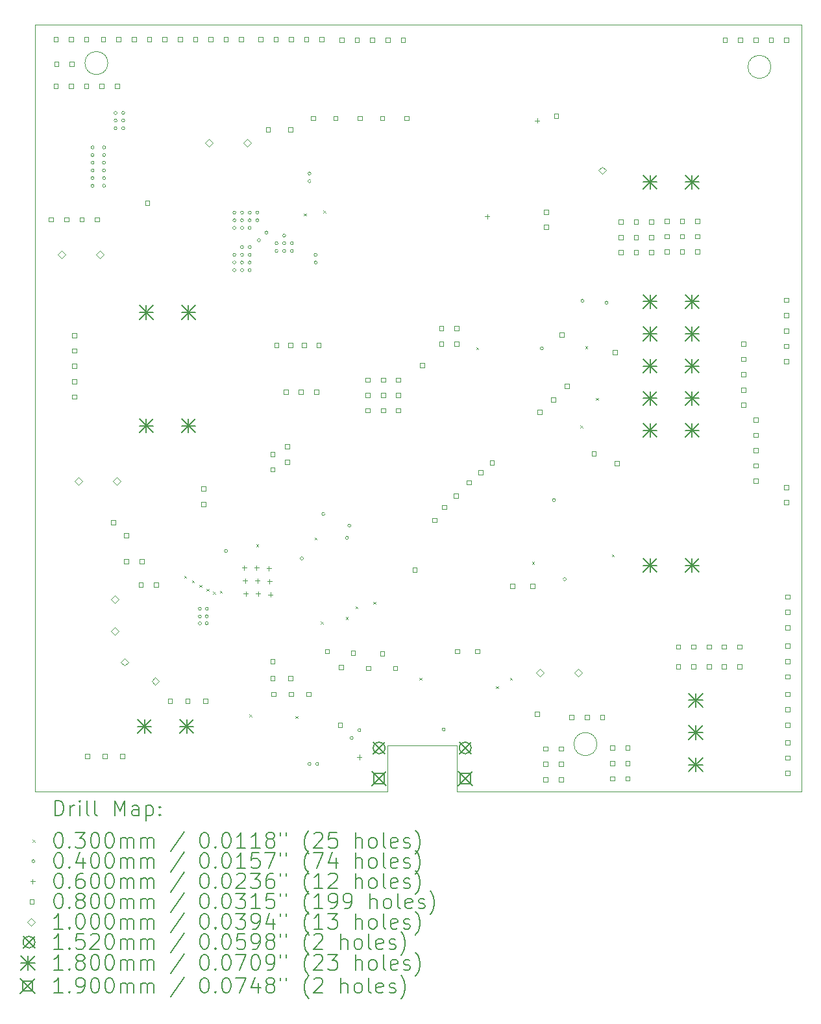
<source format=gbr>
%TF.GenerationSoftware,KiCad,Pcbnew,8.0.0*%
%TF.CreationDate,2024-03-12T16:14:33+01:00*%
%TF.ProjectId,schematic-main,73636865-6d61-4746-9963-2d6d61696e2e,rev?*%
%TF.SameCoordinates,Original*%
%TF.FileFunction,Drillmap*%
%TF.FilePolarity,Positive*%
%FSLAX45Y45*%
G04 Gerber Fmt 4.5, Leading zero omitted, Abs format (unit mm)*
G04 Created by KiCad (PCBNEW 8.0.0) date 2024-03-12 16:14:33*
%MOMM*%
%LPD*%
G01*
G04 APERTURE LIST*
%ADD10C,0.050000*%
%ADD11C,0.200000*%
%ADD12C,0.100000*%
%ADD13C,0.152000*%
%ADD14C,0.180000*%
%ADD15C,0.190000*%
G04 APERTURE END LIST*
D10*
X14550000Y-11550000D02*
X14550000Y-10950000D01*
X16380000Y-10930000D02*
G75*
G02*
X16080000Y-10930000I-150000J0D01*
G01*
X16080000Y-10930000D02*
G75*
G02*
X16380000Y-10930000I150000J0D01*
G01*
X9050000Y-11550000D02*
X13650000Y-11550000D01*
X9050000Y-1550000D02*
X9050000Y-11550000D01*
X10000000Y-2050000D02*
G75*
G02*
X9700000Y-2050000I-150000J0D01*
G01*
X9700000Y-2050000D02*
G75*
G02*
X10000000Y-2050000I150000J0D01*
G01*
X14550000Y-10950000D02*
X13650000Y-10950000D01*
X19050000Y-11550000D02*
X19050000Y-1550000D01*
X18650000Y-2100000D02*
G75*
G02*
X18350000Y-2100000I-150000J0D01*
G01*
X18350000Y-2100000D02*
G75*
G02*
X18650000Y-2100000I150000J0D01*
G01*
X19050000Y-1550000D02*
X9050000Y-1550000D01*
X14550000Y-11550000D02*
X19050000Y-11550000D01*
X13650000Y-10950000D02*
X13650000Y-11550000D01*
D11*
D12*
X10995000Y-8735000D02*
X11025000Y-8765000D01*
X11025000Y-8735000D02*
X10995000Y-8765000D01*
X11095000Y-8795000D02*
X11125000Y-8825000D01*
X11125000Y-8795000D02*
X11095000Y-8825000D01*
X11195000Y-8855000D02*
X11225000Y-8885000D01*
X11225000Y-8855000D02*
X11195000Y-8885000D01*
X11285000Y-8905000D02*
X11315000Y-8935000D01*
X11315000Y-8905000D02*
X11285000Y-8935000D01*
X11370000Y-8945000D02*
X11400000Y-8975000D01*
X11400000Y-8945000D02*
X11370000Y-8975000D01*
X11461577Y-8931577D02*
X11491577Y-8961577D01*
X11491577Y-8931577D02*
X11461577Y-8961577D01*
X11845000Y-10545000D02*
X11875000Y-10575000D01*
X11875000Y-10545000D02*
X11845000Y-10575000D01*
X11936432Y-8326432D02*
X11966432Y-8356432D01*
X11966432Y-8326432D02*
X11936432Y-8356432D01*
X12445000Y-10565000D02*
X12475000Y-10595000D01*
X12475000Y-10565000D02*
X12445000Y-10595000D01*
X12559311Y-4010689D02*
X12589311Y-4040689D01*
X12589311Y-4010689D02*
X12559311Y-4040689D01*
X12695000Y-8235000D02*
X12725000Y-8265000D01*
X12725000Y-8235000D02*
X12695000Y-8265000D01*
X12775000Y-9335000D02*
X12805000Y-9365000D01*
X12805000Y-9335000D02*
X12775000Y-9365000D01*
X12810000Y-3975000D02*
X12840000Y-4005000D01*
X12840000Y-3975000D02*
X12810000Y-4005000D01*
X13105000Y-9275000D02*
X13135000Y-9305000D01*
X13135000Y-9275000D02*
X13105000Y-9305000D01*
X13230000Y-9135000D02*
X13260000Y-9165000D01*
X13260000Y-9135000D02*
X13230000Y-9165000D01*
X13465000Y-9075000D02*
X13495000Y-9105000D01*
X13495000Y-9075000D02*
X13465000Y-9105000D01*
X14065000Y-10065000D02*
X14095000Y-10095000D01*
X14095000Y-10065000D02*
X14065000Y-10095000D01*
X14805000Y-5755000D02*
X14835000Y-5785000D01*
X14835000Y-5755000D02*
X14805000Y-5785000D01*
X15065000Y-10175000D02*
X15095000Y-10205000D01*
X15095000Y-10175000D02*
X15065000Y-10205000D01*
X15245000Y-10065000D02*
X15275000Y-10095000D01*
X15275000Y-10065000D02*
X15245000Y-10095000D01*
X15535000Y-8555000D02*
X15565000Y-8585000D01*
X15565000Y-8555000D02*
X15535000Y-8585000D01*
X16165000Y-6775000D02*
X16195000Y-6805000D01*
X16195000Y-6775000D02*
X16165000Y-6805000D01*
X16228800Y-5745000D02*
X16258800Y-5775000D01*
X16258800Y-5745000D02*
X16228800Y-5775000D01*
X16365000Y-6415000D02*
X16395000Y-6445000D01*
X16395000Y-6415000D02*
X16365000Y-6445000D01*
X16575000Y-8455000D02*
X16605000Y-8485000D01*
X16605000Y-8455000D02*
X16575000Y-8485000D01*
X9820000Y-3150000D02*
G75*
G02*
X9780000Y-3150000I-20000J0D01*
G01*
X9780000Y-3150000D02*
G75*
G02*
X9820000Y-3150000I20000J0D01*
G01*
X9820000Y-3250000D02*
G75*
G02*
X9780000Y-3250000I-20000J0D01*
G01*
X9780000Y-3250000D02*
G75*
G02*
X9820000Y-3250000I20000J0D01*
G01*
X9820000Y-3350000D02*
G75*
G02*
X9780000Y-3350000I-20000J0D01*
G01*
X9780000Y-3350000D02*
G75*
G02*
X9820000Y-3350000I20000J0D01*
G01*
X9820000Y-3450000D02*
G75*
G02*
X9780000Y-3450000I-20000J0D01*
G01*
X9780000Y-3450000D02*
G75*
G02*
X9820000Y-3450000I20000J0D01*
G01*
X9820000Y-3550000D02*
G75*
G02*
X9780000Y-3550000I-20000J0D01*
G01*
X9780000Y-3550000D02*
G75*
G02*
X9820000Y-3550000I20000J0D01*
G01*
X9820000Y-3650000D02*
G75*
G02*
X9780000Y-3650000I-20000J0D01*
G01*
X9780000Y-3650000D02*
G75*
G02*
X9820000Y-3650000I20000J0D01*
G01*
X9970000Y-3150000D02*
G75*
G02*
X9930000Y-3150000I-20000J0D01*
G01*
X9930000Y-3150000D02*
G75*
G02*
X9970000Y-3150000I20000J0D01*
G01*
X9970000Y-3250000D02*
G75*
G02*
X9930000Y-3250000I-20000J0D01*
G01*
X9930000Y-3250000D02*
G75*
G02*
X9970000Y-3250000I20000J0D01*
G01*
X9970000Y-3350000D02*
G75*
G02*
X9930000Y-3350000I-20000J0D01*
G01*
X9930000Y-3350000D02*
G75*
G02*
X9970000Y-3350000I20000J0D01*
G01*
X9970000Y-3450000D02*
G75*
G02*
X9930000Y-3450000I-20000J0D01*
G01*
X9930000Y-3450000D02*
G75*
G02*
X9970000Y-3450000I20000J0D01*
G01*
X9970000Y-3550000D02*
G75*
G02*
X9930000Y-3550000I-20000J0D01*
G01*
X9930000Y-3550000D02*
G75*
G02*
X9970000Y-3550000I20000J0D01*
G01*
X9970000Y-3650000D02*
G75*
G02*
X9930000Y-3650000I-20000J0D01*
G01*
X9930000Y-3650000D02*
G75*
G02*
X9970000Y-3650000I20000J0D01*
G01*
X10120000Y-2700000D02*
G75*
G02*
X10080000Y-2700000I-20000J0D01*
G01*
X10080000Y-2700000D02*
G75*
G02*
X10120000Y-2700000I20000J0D01*
G01*
X10120000Y-2800000D02*
G75*
G02*
X10080000Y-2800000I-20000J0D01*
G01*
X10080000Y-2800000D02*
G75*
G02*
X10120000Y-2800000I20000J0D01*
G01*
X10120000Y-2900000D02*
G75*
G02*
X10080000Y-2900000I-20000J0D01*
G01*
X10080000Y-2900000D02*
G75*
G02*
X10120000Y-2900000I20000J0D01*
G01*
X10220000Y-2700000D02*
G75*
G02*
X10180000Y-2700000I-20000J0D01*
G01*
X10180000Y-2700000D02*
G75*
G02*
X10220000Y-2700000I20000J0D01*
G01*
X10220000Y-2800000D02*
G75*
G02*
X10180000Y-2800000I-20000J0D01*
G01*
X10180000Y-2800000D02*
G75*
G02*
X10220000Y-2800000I20000J0D01*
G01*
X10220000Y-2900000D02*
G75*
G02*
X10180000Y-2900000I-20000J0D01*
G01*
X10180000Y-2900000D02*
G75*
G02*
X10220000Y-2900000I20000J0D01*
G01*
X11220000Y-9165000D02*
G75*
G02*
X11180000Y-9165000I-20000J0D01*
G01*
X11180000Y-9165000D02*
G75*
G02*
X11220000Y-9165000I20000J0D01*
G01*
X11220000Y-9265000D02*
G75*
G02*
X11180000Y-9265000I-20000J0D01*
G01*
X11180000Y-9265000D02*
G75*
G02*
X11220000Y-9265000I20000J0D01*
G01*
X11220000Y-9355000D02*
G75*
G02*
X11180000Y-9355000I-20000J0D01*
G01*
X11180000Y-9355000D02*
G75*
G02*
X11220000Y-9355000I20000J0D01*
G01*
X11310000Y-9165000D02*
G75*
G02*
X11270000Y-9165000I-20000J0D01*
G01*
X11270000Y-9165000D02*
G75*
G02*
X11310000Y-9165000I20000J0D01*
G01*
X11310000Y-9265000D02*
G75*
G02*
X11270000Y-9265000I-20000J0D01*
G01*
X11270000Y-9265000D02*
G75*
G02*
X11310000Y-9265000I20000J0D01*
G01*
X11310000Y-9355000D02*
G75*
G02*
X11270000Y-9355000I-20000J0D01*
G01*
X11270000Y-9355000D02*
G75*
G02*
X11310000Y-9355000I20000J0D01*
G01*
X11560711Y-8410711D02*
G75*
G02*
X11520711Y-8410711I-20000J0D01*
G01*
X11520711Y-8410711D02*
G75*
G02*
X11560711Y-8410711I20000J0D01*
G01*
X11670000Y-4000000D02*
G75*
G02*
X11630000Y-4000000I-20000J0D01*
G01*
X11630000Y-4000000D02*
G75*
G02*
X11670000Y-4000000I20000J0D01*
G01*
X11670000Y-4100000D02*
G75*
G02*
X11630000Y-4100000I-20000J0D01*
G01*
X11630000Y-4100000D02*
G75*
G02*
X11670000Y-4100000I20000J0D01*
G01*
X11670000Y-4200000D02*
G75*
G02*
X11630000Y-4200000I-20000J0D01*
G01*
X11630000Y-4200000D02*
G75*
G02*
X11670000Y-4200000I20000J0D01*
G01*
X11670000Y-4550000D02*
G75*
G02*
X11630000Y-4550000I-20000J0D01*
G01*
X11630000Y-4550000D02*
G75*
G02*
X11670000Y-4550000I20000J0D01*
G01*
X11670000Y-4650000D02*
G75*
G02*
X11630000Y-4650000I-20000J0D01*
G01*
X11630000Y-4650000D02*
G75*
G02*
X11670000Y-4650000I20000J0D01*
G01*
X11670000Y-4750000D02*
G75*
G02*
X11630000Y-4750000I-20000J0D01*
G01*
X11630000Y-4750000D02*
G75*
G02*
X11670000Y-4750000I20000J0D01*
G01*
X11770000Y-4000000D02*
G75*
G02*
X11730000Y-4000000I-20000J0D01*
G01*
X11730000Y-4000000D02*
G75*
G02*
X11770000Y-4000000I20000J0D01*
G01*
X11770000Y-4100000D02*
G75*
G02*
X11730000Y-4100000I-20000J0D01*
G01*
X11730000Y-4100000D02*
G75*
G02*
X11770000Y-4100000I20000J0D01*
G01*
X11770000Y-4200000D02*
G75*
G02*
X11730000Y-4200000I-20000J0D01*
G01*
X11730000Y-4200000D02*
G75*
G02*
X11770000Y-4200000I20000J0D01*
G01*
X11770000Y-4450000D02*
G75*
G02*
X11730000Y-4450000I-20000J0D01*
G01*
X11730000Y-4450000D02*
G75*
G02*
X11770000Y-4450000I20000J0D01*
G01*
X11770000Y-4550000D02*
G75*
G02*
X11730000Y-4550000I-20000J0D01*
G01*
X11730000Y-4550000D02*
G75*
G02*
X11770000Y-4550000I20000J0D01*
G01*
X11770000Y-4650000D02*
G75*
G02*
X11730000Y-4650000I-20000J0D01*
G01*
X11730000Y-4650000D02*
G75*
G02*
X11770000Y-4650000I20000J0D01*
G01*
X11770000Y-4750000D02*
G75*
G02*
X11730000Y-4750000I-20000J0D01*
G01*
X11730000Y-4750000D02*
G75*
G02*
X11770000Y-4750000I20000J0D01*
G01*
X11870000Y-4000000D02*
G75*
G02*
X11830000Y-4000000I-20000J0D01*
G01*
X11830000Y-4000000D02*
G75*
G02*
X11870000Y-4000000I20000J0D01*
G01*
X11870000Y-4100000D02*
G75*
G02*
X11830000Y-4100000I-20000J0D01*
G01*
X11830000Y-4100000D02*
G75*
G02*
X11870000Y-4100000I20000J0D01*
G01*
X11870000Y-4200000D02*
G75*
G02*
X11830000Y-4200000I-20000J0D01*
G01*
X11830000Y-4200000D02*
G75*
G02*
X11870000Y-4200000I20000J0D01*
G01*
X11870000Y-4450000D02*
G75*
G02*
X11830000Y-4450000I-20000J0D01*
G01*
X11830000Y-4450000D02*
G75*
G02*
X11870000Y-4450000I20000J0D01*
G01*
X11870000Y-4550000D02*
G75*
G02*
X11830000Y-4550000I-20000J0D01*
G01*
X11830000Y-4550000D02*
G75*
G02*
X11870000Y-4550000I20000J0D01*
G01*
X11870000Y-4650000D02*
G75*
G02*
X11830000Y-4650000I-20000J0D01*
G01*
X11830000Y-4650000D02*
G75*
G02*
X11870000Y-4650000I20000J0D01*
G01*
X11870000Y-4750000D02*
G75*
G02*
X11830000Y-4750000I-20000J0D01*
G01*
X11830000Y-4750000D02*
G75*
G02*
X11870000Y-4750000I20000J0D01*
G01*
X11970000Y-4000000D02*
G75*
G02*
X11930000Y-4000000I-20000J0D01*
G01*
X11930000Y-4000000D02*
G75*
G02*
X11970000Y-4000000I20000J0D01*
G01*
X11970000Y-4100000D02*
G75*
G02*
X11930000Y-4100000I-20000J0D01*
G01*
X11930000Y-4100000D02*
G75*
G02*
X11970000Y-4100000I20000J0D01*
G01*
X11990000Y-4360000D02*
G75*
G02*
X11950000Y-4360000I-20000J0D01*
G01*
X11950000Y-4360000D02*
G75*
G02*
X11990000Y-4360000I20000J0D01*
G01*
X12090000Y-4260000D02*
G75*
G02*
X12050000Y-4260000I-20000J0D01*
G01*
X12050000Y-4260000D02*
G75*
G02*
X12090000Y-4260000I20000J0D01*
G01*
X12220000Y-4400000D02*
G75*
G02*
X12180000Y-4400000I-20000J0D01*
G01*
X12180000Y-4400000D02*
G75*
G02*
X12220000Y-4400000I20000J0D01*
G01*
X12220000Y-4500000D02*
G75*
G02*
X12180000Y-4500000I-20000J0D01*
G01*
X12180000Y-4500000D02*
G75*
G02*
X12220000Y-4500000I20000J0D01*
G01*
X12320000Y-4300000D02*
G75*
G02*
X12280000Y-4300000I-20000J0D01*
G01*
X12280000Y-4300000D02*
G75*
G02*
X12320000Y-4300000I20000J0D01*
G01*
X12320000Y-4400000D02*
G75*
G02*
X12280000Y-4400000I-20000J0D01*
G01*
X12280000Y-4400000D02*
G75*
G02*
X12320000Y-4400000I20000J0D01*
G01*
X12320000Y-4500000D02*
G75*
G02*
X12280000Y-4500000I-20000J0D01*
G01*
X12280000Y-4500000D02*
G75*
G02*
X12320000Y-4500000I20000J0D01*
G01*
X12420000Y-4400000D02*
G75*
G02*
X12380000Y-4400000I-20000J0D01*
G01*
X12380000Y-4400000D02*
G75*
G02*
X12420000Y-4400000I20000J0D01*
G01*
X12420000Y-4500000D02*
G75*
G02*
X12380000Y-4500000I-20000J0D01*
G01*
X12380000Y-4500000D02*
G75*
G02*
X12420000Y-4500000I20000J0D01*
G01*
X12550000Y-8510000D02*
G75*
G02*
X12510000Y-8510000I-20000J0D01*
G01*
X12510000Y-8510000D02*
G75*
G02*
X12550000Y-8510000I20000J0D01*
G01*
X12650000Y-3490000D02*
G75*
G02*
X12610000Y-3490000I-20000J0D01*
G01*
X12610000Y-3490000D02*
G75*
G02*
X12650000Y-3490000I20000J0D01*
G01*
X12650000Y-3590000D02*
G75*
G02*
X12610000Y-3590000I-20000J0D01*
G01*
X12610000Y-3590000D02*
G75*
G02*
X12650000Y-3590000I20000J0D01*
G01*
X12650000Y-11190000D02*
G75*
G02*
X12610000Y-11190000I-20000J0D01*
G01*
X12610000Y-11190000D02*
G75*
G02*
X12650000Y-11190000I20000J0D01*
G01*
X12730000Y-4550000D02*
G75*
G02*
X12690000Y-4550000I-20000J0D01*
G01*
X12690000Y-4550000D02*
G75*
G02*
X12730000Y-4550000I20000J0D01*
G01*
X12730000Y-4650000D02*
G75*
G02*
X12690000Y-4650000I-20000J0D01*
G01*
X12690000Y-4650000D02*
G75*
G02*
X12730000Y-4650000I20000J0D01*
G01*
X12750000Y-11190000D02*
G75*
G02*
X12710000Y-11190000I-20000J0D01*
G01*
X12710000Y-11190000D02*
G75*
G02*
X12750000Y-11190000I20000J0D01*
G01*
X12830000Y-7930000D02*
G75*
G02*
X12790000Y-7930000I-20000J0D01*
G01*
X12790000Y-7930000D02*
G75*
G02*
X12830000Y-7930000I20000J0D01*
G01*
X13140000Y-8240000D02*
G75*
G02*
X13100000Y-8240000I-20000J0D01*
G01*
X13100000Y-8240000D02*
G75*
G02*
X13140000Y-8240000I20000J0D01*
G01*
X13170000Y-8080000D02*
G75*
G02*
X13130000Y-8080000I-20000J0D01*
G01*
X13130000Y-8080000D02*
G75*
G02*
X13170000Y-8080000I20000J0D01*
G01*
X13200000Y-10850000D02*
G75*
G02*
X13160000Y-10850000I-20000J0D01*
G01*
X13160000Y-10850000D02*
G75*
G02*
X13200000Y-10850000I20000J0D01*
G01*
X13300000Y-10750000D02*
G75*
G02*
X13260000Y-10750000I-20000J0D01*
G01*
X13260000Y-10750000D02*
G75*
G02*
X13300000Y-10750000I20000J0D01*
G01*
X14400000Y-10740000D02*
G75*
G02*
X14360000Y-10740000I-20000J0D01*
G01*
X14360000Y-10740000D02*
G75*
G02*
X14400000Y-10740000I20000J0D01*
G01*
X15680000Y-5770000D02*
G75*
G02*
X15640000Y-5770000I-20000J0D01*
G01*
X15640000Y-5770000D02*
G75*
G02*
X15680000Y-5770000I20000J0D01*
G01*
X15840000Y-7750000D02*
G75*
G02*
X15800000Y-7750000I-20000J0D01*
G01*
X15800000Y-7750000D02*
G75*
G02*
X15840000Y-7750000I20000J0D01*
G01*
X15980000Y-8780000D02*
G75*
G02*
X15940000Y-8780000I-20000J0D01*
G01*
X15940000Y-8780000D02*
G75*
G02*
X15980000Y-8780000I20000J0D01*
G01*
X16210000Y-5150000D02*
G75*
G02*
X16170000Y-5150000I-20000J0D01*
G01*
X16170000Y-5150000D02*
G75*
G02*
X16210000Y-5150000I20000J0D01*
G01*
X16525000Y-5175000D02*
G75*
G02*
X16485000Y-5175000I-20000J0D01*
G01*
X16485000Y-5175000D02*
G75*
G02*
X16525000Y-5175000I20000J0D01*
G01*
X11780000Y-8600000D02*
X11780000Y-8660000D01*
X11750000Y-8630000D02*
X11810000Y-8630000D01*
X11790000Y-8770000D02*
X11790000Y-8830000D01*
X11760000Y-8800000D02*
X11820000Y-8800000D01*
X11800000Y-8940000D02*
X11800000Y-9000000D01*
X11770000Y-8970000D02*
X11830000Y-8970000D01*
X11940000Y-8600000D02*
X11940000Y-8660000D01*
X11910000Y-8630000D02*
X11970000Y-8630000D01*
X11950000Y-8770000D02*
X11950000Y-8830000D01*
X11920000Y-8800000D02*
X11980000Y-8800000D01*
X11960000Y-8940000D02*
X11960000Y-9000000D01*
X11930000Y-8970000D02*
X11990000Y-8970000D01*
X12100000Y-8610000D02*
X12100000Y-8670000D01*
X12070000Y-8640000D02*
X12130000Y-8640000D01*
X12110000Y-8780000D02*
X12110000Y-8840000D01*
X12080000Y-8810000D02*
X12140000Y-8810000D01*
X12120000Y-8950000D02*
X12120000Y-9010000D01*
X12090000Y-8980000D02*
X12150000Y-8980000D01*
X13280000Y-11070000D02*
X13280000Y-11130000D01*
X13250000Y-11100000D02*
X13310000Y-11100000D01*
X14950000Y-4020000D02*
X14950000Y-4080000D01*
X14920000Y-4050000D02*
X14980000Y-4050000D01*
X15600000Y-2770000D02*
X15600000Y-2830000D01*
X15570000Y-2800000D02*
X15630000Y-2800000D01*
X9288285Y-4118284D02*
X9288285Y-4061715D01*
X9231716Y-4061715D01*
X9231716Y-4118284D01*
X9288285Y-4118284D01*
X9348285Y-1768284D02*
X9348285Y-1711715D01*
X9291716Y-1711715D01*
X9291716Y-1768284D01*
X9348285Y-1768284D01*
X9348285Y-2378285D02*
X9348285Y-2321716D01*
X9291716Y-2321716D01*
X9291716Y-2378285D01*
X9348285Y-2378285D01*
X9358285Y-2088284D02*
X9358285Y-2031715D01*
X9301716Y-2031715D01*
X9301716Y-2088284D01*
X9358285Y-2088284D01*
X9488285Y-4118284D02*
X9488285Y-4061715D01*
X9431716Y-4061715D01*
X9431716Y-4118284D01*
X9488285Y-4118284D01*
X9548285Y-1768284D02*
X9548285Y-1711715D01*
X9491716Y-1711715D01*
X9491716Y-1768284D01*
X9548285Y-1768284D01*
X9548285Y-2378285D02*
X9548285Y-2321716D01*
X9491716Y-2321716D01*
X9491716Y-2378285D01*
X9548285Y-2378285D01*
X9558285Y-2088284D02*
X9558285Y-2031715D01*
X9501716Y-2031715D01*
X9501716Y-2088284D01*
X9558285Y-2088284D01*
X9588285Y-5628284D02*
X9588285Y-5571716D01*
X9531716Y-5571716D01*
X9531716Y-5628284D01*
X9588285Y-5628284D01*
X9588285Y-5828284D02*
X9588285Y-5771715D01*
X9531716Y-5771715D01*
X9531716Y-5828284D01*
X9588285Y-5828284D01*
X9588285Y-6028284D02*
X9588285Y-5971715D01*
X9531716Y-5971715D01*
X9531716Y-6028284D01*
X9588285Y-6028284D01*
X9588285Y-6228284D02*
X9588285Y-6171715D01*
X9531716Y-6171715D01*
X9531716Y-6228284D01*
X9588285Y-6228284D01*
X9588285Y-6428284D02*
X9588285Y-6371715D01*
X9531716Y-6371715D01*
X9531716Y-6428284D01*
X9588285Y-6428284D01*
X9688285Y-4118284D02*
X9688285Y-4061715D01*
X9631716Y-4061715D01*
X9631716Y-4118284D01*
X9688285Y-4118284D01*
X9748285Y-1768284D02*
X9748285Y-1711715D01*
X9691716Y-1711715D01*
X9691716Y-1768284D01*
X9748285Y-1768284D01*
X9748285Y-2378285D02*
X9748285Y-2321716D01*
X9691716Y-2321716D01*
X9691716Y-2378285D01*
X9748285Y-2378285D01*
X9758285Y-11118285D02*
X9758285Y-11061716D01*
X9701716Y-11061716D01*
X9701716Y-11118285D01*
X9758285Y-11118285D01*
X9888285Y-4118284D02*
X9888285Y-4061715D01*
X9831716Y-4061715D01*
X9831716Y-4118284D01*
X9888285Y-4118284D01*
X9948285Y-2378285D02*
X9948285Y-2321716D01*
X9891716Y-2321716D01*
X9891716Y-2378285D01*
X9948285Y-2378285D01*
X9968285Y-1768284D02*
X9968285Y-1711715D01*
X9911716Y-1711715D01*
X9911716Y-1768284D01*
X9968285Y-1768284D01*
X9988285Y-11118285D02*
X9988285Y-11061716D01*
X9931716Y-11061716D01*
X9931716Y-11118285D01*
X9988285Y-11118285D01*
X10098285Y-8068284D02*
X10098285Y-8011715D01*
X10041716Y-8011715D01*
X10041716Y-8068284D01*
X10098285Y-8068284D01*
X10148285Y-2378285D02*
X10148285Y-2321716D01*
X10091716Y-2321716D01*
X10091716Y-2378285D01*
X10148285Y-2378285D01*
X10168285Y-1768284D02*
X10168285Y-1711715D01*
X10111716Y-1711715D01*
X10111716Y-1768284D01*
X10168285Y-1768284D01*
X10218285Y-11118285D02*
X10218285Y-11061716D01*
X10161716Y-11061716D01*
X10161716Y-11118285D01*
X10218285Y-11118285D01*
X10268285Y-8238284D02*
X10268285Y-8181715D01*
X10211716Y-8181715D01*
X10211716Y-8238284D01*
X10268285Y-8238284D01*
X10268285Y-8578285D02*
X10268285Y-8521716D01*
X10211716Y-8521716D01*
X10211716Y-8578285D01*
X10268285Y-8578285D01*
X10368285Y-1768284D02*
X10368285Y-1711715D01*
X10311716Y-1711715D01*
X10311716Y-1768284D01*
X10368285Y-1768284D01*
X10458285Y-8878285D02*
X10458285Y-8821716D01*
X10401716Y-8821716D01*
X10401716Y-8878285D01*
X10458285Y-8878285D01*
X10468285Y-8578285D02*
X10468285Y-8521716D01*
X10411716Y-8521716D01*
X10411716Y-8578285D01*
X10468285Y-8578285D01*
X10543285Y-3903284D02*
X10543285Y-3846715D01*
X10486716Y-3846715D01*
X10486716Y-3903284D01*
X10543285Y-3903284D01*
X10568285Y-1768284D02*
X10568285Y-1711715D01*
X10511716Y-1711715D01*
X10511716Y-1768284D01*
X10568285Y-1768284D01*
X10658285Y-8878285D02*
X10658285Y-8821716D01*
X10601716Y-8821716D01*
X10601716Y-8878285D01*
X10658285Y-8878285D01*
X10768285Y-1768284D02*
X10768285Y-1711715D01*
X10711716Y-1711715D01*
X10711716Y-1768284D01*
X10768285Y-1768284D01*
X10838285Y-10398285D02*
X10838285Y-10341716D01*
X10781716Y-10341716D01*
X10781716Y-10398285D01*
X10838285Y-10398285D01*
X10968285Y-1768284D02*
X10968285Y-1711715D01*
X10911716Y-1711715D01*
X10911716Y-1768284D01*
X10968285Y-1768284D01*
X11068285Y-10398285D02*
X11068285Y-10341716D01*
X11011716Y-10341716D01*
X11011716Y-10398285D01*
X11068285Y-10398285D01*
X11168285Y-1768284D02*
X11168285Y-1711715D01*
X11111716Y-1711715D01*
X11111716Y-1768284D01*
X11168285Y-1768284D01*
X11278284Y-7628284D02*
X11278284Y-7571715D01*
X11221715Y-7571715D01*
X11221715Y-7628284D01*
X11278284Y-7628284D01*
X11278284Y-7828284D02*
X11278284Y-7771715D01*
X11221715Y-7771715D01*
X11221715Y-7828284D01*
X11278284Y-7828284D01*
X11298284Y-10398285D02*
X11298284Y-10341716D01*
X11241715Y-10341716D01*
X11241715Y-10398285D01*
X11298284Y-10398285D01*
X11368284Y-1768284D02*
X11368284Y-1711715D01*
X11311715Y-1711715D01*
X11311715Y-1768284D01*
X11368284Y-1768284D01*
X11568284Y-1768284D02*
X11568284Y-1711715D01*
X11511715Y-1711715D01*
X11511715Y-1768284D01*
X11568284Y-1768284D01*
X11768284Y-1768284D02*
X11768284Y-1711715D01*
X11711715Y-1711715D01*
X11711715Y-1768284D01*
X11768284Y-1768284D01*
X12018284Y-1768284D02*
X12018284Y-1711715D01*
X11961715Y-1711715D01*
X11961715Y-1768284D01*
X12018284Y-1768284D01*
X12118284Y-2948284D02*
X12118284Y-2891715D01*
X12061715Y-2891715D01*
X12061715Y-2948284D01*
X12118284Y-2948284D01*
X12178284Y-7178284D02*
X12178284Y-7121715D01*
X12121715Y-7121715D01*
X12121715Y-7178284D01*
X12178284Y-7178284D01*
X12178284Y-7378284D02*
X12178284Y-7321715D01*
X12121715Y-7321715D01*
X12121715Y-7378284D01*
X12178284Y-7378284D01*
X12178284Y-9878285D02*
X12178284Y-9821716D01*
X12121715Y-9821716D01*
X12121715Y-9878285D01*
X12178284Y-9878285D01*
X12178284Y-10098285D02*
X12178284Y-10041716D01*
X12121715Y-10041716D01*
X12121715Y-10098285D01*
X12178284Y-10098285D01*
X12188284Y-10308285D02*
X12188284Y-10251716D01*
X12131715Y-10251716D01*
X12131715Y-10308285D01*
X12188284Y-10308285D01*
X12218284Y-1768284D02*
X12218284Y-1711715D01*
X12161715Y-1711715D01*
X12161715Y-1768284D01*
X12218284Y-1768284D01*
X12228284Y-5758284D02*
X12228284Y-5701715D01*
X12171715Y-5701715D01*
X12171715Y-5758284D01*
X12228284Y-5758284D01*
X12348284Y-6368284D02*
X12348284Y-6311715D01*
X12291715Y-6311715D01*
X12291715Y-6368284D01*
X12348284Y-6368284D01*
X12368284Y-7078284D02*
X12368284Y-7021715D01*
X12311715Y-7021715D01*
X12311715Y-7078284D01*
X12368284Y-7078284D01*
X12368284Y-7278284D02*
X12368284Y-7221715D01*
X12311715Y-7221715D01*
X12311715Y-7278284D01*
X12368284Y-7278284D01*
X12408284Y-2948284D02*
X12408284Y-2891715D01*
X12351715Y-2891715D01*
X12351715Y-2948284D01*
X12408284Y-2948284D01*
X12408284Y-5758284D02*
X12408284Y-5701715D01*
X12351715Y-5701715D01*
X12351715Y-5758284D01*
X12408284Y-5758284D01*
X12408284Y-10098285D02*
X12408284Y-10041716D01*
X12351715Y-10041716D01*
X12351715Y-10098285D01*
X12408284Y-10098285D01*
X12418284Y-1768284D02*
X12418284Y-1711715D01*
X12361715Y-1711715D01*
X12361715Y-1768284D01*
X12418284Y-1768284D01*
X12418284Y-10308285D02*
X12418284Y-10251716D01*
X12361715Y-10251716D01*
X12361715Y-10308285D01*
X12418284Y-10308285D01*
X12548284Y-6368284D02*
X12548284Y-6311715D01*
X12491715Y-6311715D01*
X12491715Y-6368284D01*
X12548284Y-6368284D01*
X12588284Y-5758284D02*
X12588284Y-5701715D01*
X12531715Y-5701715D01*
X12531715Y-5758284D01*
X12588284Y-5758284D01*
X12618284Y-1768284D02*
X12618284Y-1711715D01*
X12561715Y-1711715D01*
X12561715Y-1768284D01*
X12618284Y-1768284D01*
X12648284Y-10308285D02*
X12648284Y-10251716D01*
X12591715Y-10251716D01*
X12591715Y-10308285D01*
X12648284Y-10308285D01*
X12708284Y-2798284D02*
X12708284Y-2741716D01*
X12651715Y-2741716D01*
X12651715Y-2798284D01*
X12708284Y-2798284D01*
X12748284Y-6368284D02*
X12748284Y-6311715D01*
X12691715Y-6311715D01*
X12691715Y-6368284D01*
X12748284Y-6368284D01*
X12778284Y-5758284D02*
X12778284Y-5701715D01*
X12721715Y-5701715D01*
X12721715Y-5758284D01*
X12778284Y-5758284D01*
X12818284Y-1768284D02*
X12818284Y-1711715D01*
X12761715Y-1711715D01*
X12761715Y-1768284D01*
X12818284Y-1768284D01*
X12888284Y-9748285D02*
X12888284Y-9691716D01*
X12831715Y-9691716D01*
X12831715Y-9748285D01*
X12888284Y-9748285D01*
X12998284Y-2798284D02*
X12998284Y-2741716D01*
X12941715Y-2741716D01*
X12941715Y-2798284D01*
X12998284Y-2798284D01*
X13058284Y-10708285D02*
X13058284Y-10651716D01*
X13001715Y-10651716D01*
X13001715Y-10708285D01*
X13058284Y-10708285D01*
X13068284Y-9958285D02*
X13068284Y-9901716D01*
X13011715Y-9901716D01*
X13011715Y-9958285D01*
X13068284Y-9958285D01*
X13078284Y-1778284D02*
X13078284Y-1721715D01*
X13021715Y-1721715D01*
X13021715Y-1778284D01*
X13078284Y-1778284D01*
X13228284Y-9768285D02*
X13228284Y-9711716D01*
X13171715Y-9711716D01*
X13171715Y-9768285D01*
X13228284Y-9768285D01*
X13278284Y-1778284D02*
X13278284Y-1721715D01*
X13221715Y-1721715D01*
X13221715Y-1778284D01*
X13278284Y-1778284D01*
X13318284Y-2798284D02*
X13318284Y-2741716D01*
X13261715Y-2741716D01*
X13261715Y-2798284D01*
X13318284Y-2798284D01*
X13418284Y-6208284D02*
X13418284Y-6151715D01*
X13361715Y-6151715D01*
X13361715Y-6208284D01*
X13418284Y-6208284D01*
X13418284Y-6408284D02*
X13418284Y-6351715D01*
X13361715Y-6351715D01*
X13361715Y-6408284D01*
X13418284Y-6408284D01*
X13418284Y-6608284D02*
X13418284Y-6551715D01*
X13361715Y-6551715D01*
X13361715Y-6608284D01*
X13418284Y-6608284D01*
X13428284Y-9968285D02*
X13428284Y-9911716D01*
X13371715Y-9911716D01*
X13371715Y-9968285D01*
X13428284Y-9968285D01*
X13478284Y-1778284D02*
X13478284Y-1721715D01*
X13421715Y-1721715D01*
X13421715Y-1778284D01*
X13478284Y-1778284D01*
X13608284Y-2798284D02*
X13608284Y-2741716D01*
X13551715Y-2741716D01*
X13551715Y-2798284D01*
X13608284Y-2798284D01*
X13608284Y-9778285D02*
X13608284Y-9721716D01*
X13551715Y-9721716D01*
X13551715Y-9778285D01*
X13608284Y-9778285D01*
X13618284Y-6208284D02*
X13618284Y-6151715D01*
X13561715Y-6151715D01*
X13561715Y-6208284D01*
X13618284Y-6208284D01*
X13618284Y-6408284D02*
X13618284Y-6351715D01*
X13561715Y-6351715D01*
X13561715Y-6408284D01*
X13618284Y-6408284D01*
X13618284Y-6608284D02*
X13618284Y-6551715D01*
X13561715Y-6551715D01*
X13561715Y-6608284D01*
X13618284Y-6608284D01*
X13678284Y-1778284D02*
X13678284Y-1721715D01*
X13621715Y-1721715D01*
X13621715Y-1778284D01*
X13678284Y-1778284D01*
X13778284Y-9968285D02*
X13778284Y-9911716D01*
X13721715Y-9911716D01*
X13721715Y-9968285D01*
X13778284Y-9968285D01*
X13818284Y-6208284D02*
X13818284Y-6151715D01*
X13761715Y-6151715D01*
X13761715Y-6208284D01*
X13818284Y-6208284D01*
X13818284Y-6408284D02*
X13818284Y-6351715D01*
X13761715Y-6351715D01*
X13761715Y-6408284D01*
X13818284Y-6408284D01*
X13818284Y-6608284D02*
X13818284Y-6551715D01*
X13761715Y-6551715D01*
X13761715Y-6608284D01*
X13818284Y-6608284D01*
X13878284Y-1778284D02*
X13878284Y-1721715D01*
X13821715Y-1721715D01*
X13821715Y-1778284D01*
X13878284Y-1778284D01*
X13928284Y-2798284D02*
X13928284Y-2741716D01*
X13871715Y-2741716D01*
X13871715Y-2798284D01*
X13928284Y-2798284D01*
X14030086Y-8688076D02*
X14030086Y-8631507D01*
X13973517Y-8631507D01*
X13973517Y-8688076D01*
X14030086Y-8688076D01*
X14128284Y-6018284D02*
X14128284Y-5961715D01*
X14071715Y-5961715D01*
X14071715Y-6018284D01*
X14128284Y-6018284D01*
X14288284Y-8038284D02*
X14288284Y-7981715D01*
X14231715Y-7981715D01*
X14231715Y-8038284D01*
X14288284Y-8038284D01*
X14288284Y-8038284D02*
X14288284Y-7981715D01*
X14231715Y-7981715D01*
X14231715Y-8038284D01*
X14288284Y-8038284D01*
X14378284Y-5538285D02*
X14378284Y-5481716D01*
X14321715Y-5481716D01*
X14321715Y-5538285D01*
X14378284Y-5538285D01*
X14378284Y-5738284D02*
X14378284Y-5681715D01*
X14321715Y-5681715D01*
X14321715Y-5738284D01*
X14378284Y-5738284D01*
X14418284Y-7868284D02*
X14418284Y-7811715D01*
X14361715Y-7811715D01*
X14361715Y-7868284D01*
X14418284Y-7868284D01*
X14568284Y-7718284D02*
X14568284Y-7661715D01*
X14511715Y-7661715D01*
X14511715Y-7718284D01*
X14568284Y-7718284D01*
X14578284Y-5538285D02*
X14578284Y-5481716D01*
X14521715Y-5481716D01*
X14521715Y-5538285D01*
X14578284Y-5538285D01*
X14578284Y-5738284D02*
X14578284Y-5681715D01*
X14521715Y-5681715D01*
X14521715Y-5738284D01*
X14578284Y-5738284D01*
X14588284Y-9748285D02*
X14588284Y-9691716D01*
X14531715Y-9691716D01*
X14531715Y-9748285D01*
X14588284Y-9748285D01*
X14738284Y-7548284D02*
X14738284Y-7491715D01*
X14681715Y-7491715D01*
X14681715Y-7548284D01*
X14738284Y-7548284D01*
X14848284Y-9748285D02*
X14848284Y-9691716D01*
X14791715Y-9691716D01*
X14791715Y-9748285D01*
X14848284Y-9748285D01*
X14888284Y-7418284D02*
X14888284Y-7361715D01*
X14831715Y-7361715D01*
X14831715Y-7418284D01*
X14888284Y-7418284D01*
X15038284Y-7288284D02*
X15038284Y-7231715D01*
X14981715Y-7231715D01*
X14981715Y-7288284D01*
X15038284Y-7288284D01*
X15308284Y-8898285D02*
X15308284Y-8841716D01*
X15251715Y-8841716D01*
X15251715Y-8898285D01*
X15308284Y-8898285D01*
X15568284Y-8898285D02*
X15568284Y-8841716D01*
X15511715Y-8841716D01*
X15511715Y-8898285D01*
X15568284Y-8898285D01*
X15628284Y-10568285D02*
X15628284Y-10511716D01*
X15571715Y-10511716D01*
X15571715Y-10568285D01*
X15628284Y-10568285D01*
X15658284Y-6628284D02*
X15658284Y-6571715D01*
X15601715Y-6571715D01*
X15601715Y-6628284D01*
X15658284Y-6628284D01*
X15738284Y-11018285D02*
X15738284Y-10961716D01*
X15681715Y-10961716D01*
X15681715Y-11018285D01*
X15738284Y-11018285D01*
X15738284Y-11218284D02*
X15738284Y-11161716D01*
X15681715Y-11161716D01*
X15681715Y-11218284D01*
X15738284Y-11218284D01*
X15738284Y-11418284D02*
X15738284Y-11361715D01*
X15681715Y-11361715D01*
X15681715Y-11418284D01*
X15738284Y-11418284D01*
X15748284Y-4018284D02*
X15748284Y-3961715D01*
X15691715Y-3961715D01*
X15691715Y-4018284D01*
X15748284Y-4018284D01*
X15748284Y-4218285D02*
X15748284Y-4161715D01*
X15691715Y-4161715D01*
X15691715Y-4218285D01*
X15748284Y-4218285D01*
X15838284Y-6468284D02*
X15838284Y-6411715D01*
X15781715Y-6411715D01*
X15781715Y-6468284D01*
X15838284Y-6468284D01*
X15878284Y-2768285D02*
X15878284Y-2711716D01*
X15821715Y-2711716D01*
X15821715Y-2768285D01*
X15878284Y-2768285D01*
X15938284Y-11018285D02*
X15938284Y-10961716D01*
X15881715Y-10961716D01*
X15881715Y-11018285D01*
X15938284Y-11018285D01*
X15938284Y-11218284D02*
X15938284Y-11161716D01*
X15881715Y-11161716D01*
X15881715Y-11218284D01*
X15938284Y-11218284D01*
X15938284Y-11418284D02*
X15938284Y-11361715D01*
X15881715Y-11361715D01*
X15881715Y-11418284D01*
X15938284Y-11418284D01*
X15948284Y-5618284D02*
X15948284Y-5561716D01*
X15891715Y-5561716D01*
X15891715Y-5618284D01*
X15948284Y-5618284D01*
X16018284Y-6288284D02*
X16018284Y-6231715D01*
X15961715Y-6231715D01*
X15961715Y-6288284D01*
X16018284Y-6288284D01*
X16078284Y-10608285D02*
X16078284Y-10551716D01*
X16021715Y-10551716D01*
X16021715Y-10608285D01*
X16078284Y-10608285D01*
X16278284Y-10608285D02*
X16278284Y-10551716D01*
X16221715Y-10551716D01*
X16221715Y-10608285D01*
X16278284Y-10608285D01*
X16368284Y-7168284D02*
X16368284Y-7111715D01*
X16311715Y-7111715D01*
X16311715Y-7168284D01*
X16368284Y-7168284D01*
X16478284Y-10608285D02*
X16478284Y-10551716D01*
X16421715Y-10551716D01*
X16421715Y-10608285D01*
X16478284Y-10608285D01*
X16608284Y-11008285D02*
X16608284Y-10951716D01*
X16551715Y-10951716D01*
X16551715Y-11008285D01*
X16608284Y-11008285D01*
X16608284Y-11208284D02*
X16608284Y-11151716D01*
X16551715Y-11151716D01*
X16551715Y-11208284D01*
X16608284Y-11208284D01*
X16608284Y-11408284D02*
X16608284Y-11351715D01*
X16551715Y-11351715D01*
X16551715Y-11408284D01*
X16608284Y-11408284D01*
X16642295Y-5847615D02*
X16642295Y-5791046D01*
X16585726Y-5791046D01*
X16585726Y-5847615D01*
X16642295Y-5847615D01*
X16668284Y-7298284D02*
X16668284Y-7241715D01*
X16611715Y-7241715D01*
X16611715Y-7298284D01*
X16668284Y-7298284D01*
X16718284Y-4148284D02*
X16718284Y-4091715D01*
X16661715Y-4091715D01*
X16661715Y-4148284D01*
X16718284Y-4148284D01*
X16718284Y-4348285D02*
X16718284Y-4291716D01*
X16661715Y-4291716D01*
X16661715Y-4348285D01*
X16718284Y-4348285D01*
X16718284Y-4548285D02*
X16718284Y-4491716D01*
X16661715Y-4491716D01*
X16661715Y-4548285D01*
X16718284Y-4548285D01*
X16808285Y-11008285D02*
X16808285Y-10951716D01*
X16751715Y-10951716D01*
X16751715Y-11008285D01*
X16808285Y-11008285D01*
X16808285Y-11208284D02*
X16808285Y-11151716D01*
X16751715Y-11151716D01*
X16751715Y-11208284D01*
X16808285Y-11208284D01*
X16808285Y-11408284D02*
X16808285Y-11351715D01*
X16751715Y-11351715D01*
X16751715Y-11408284D01*
X16808285Y-11408284D01*
X16918285Y-4148284D02*
X16918285Y-4091715D01*
X16861716Y-4091715D01*
X16861716Y-4148284D01*
X16918285Y-4148284D01*
X16918285Y-4348285D02*
X16918285Y-4291716D01*
X16861716Y-4291716D01*
X16861716Y-4348285D01*
X16918285Y-4348285D01*
X16918285Y-4548285D02*
X16918285Y-4491716D01*
X16861716Y-4491716D01*
X16861716Y-4548285D01*
X16918285Y-4548285D01*
X17118285Y-4148284D02*
X17118285Y-4091715D01*
X17061716Y-4091715D01*
X17061716Y-4148284D01*
X17118285Y-4148284D01*
X17118285Y-4348285D02*
X17118285Y-4291716D01*
X17061716Y-4291716D01*
X17061716Y-4348285D01*
X17118285Y-4348285D01*
X17118285Y-4548285D02*
X17118285Y-4491716D01*
X17061716Y-4491716D01*
X17061716Y-4548285D01*
X17118285Y-4548285D01*
X17318285Y-4138284D02*
X17318285Y-4081715D01*
X17261716Y-4081715D01*
X17261716Y-4138284D01*
X17318285Y-4138284D01*
X17318285Y-4338285D02*
X17318285Y-4281716D01*
X17261716Y-4281716D01*
X17261716Y-4338285D01*
X17318285Y-4338285D01*
X17318285Y-4538285D02*
X17318285Y-4481716D01*
X17261716Y-4481716D01*
X17261716Y-4538285D01*
X17318285Y-4538285D01*
X17468285Y-9688285D02*
X17468285Y-9631716D01*
X17411716Y-9631716D01*
X17411716Y-9688285D01*
X17468285Y-9688285D01*
X17468285Y-9948285D02*
X17468285Y-9891716D01*
X17411716Y-9891716D01*
X17411716Y-9948285D01*
X17468285Y-9948285D01*
X17518285Y-4138284D02*
X17518285Y-4081715D01*
X17461716Y-4081715D01*
X17461716Y-4138284D01*
X17518285Y-4138284D01*
X17518285Y-4338285D02*
X17518285Y-4281716D01*
X17461716Y-4281716D01*
X17461716Y-4338285D01*
X17518285Y-4338285D01*
X17518285Y-4538285D02*
X17518285Y-4481716D01*
X17461716Y-4481716D01*
X17461716Y-4538285D01*
X17518285Y-4538285D01*
X17668285Y-9688285D02*
X17668285Y-9631716D01*
X17611716Y-9631716D01*
X17611716Y-9688285D01*
X17668285Y-9688285D01*
X17668285Y-9948285D02*
X17668285Y-9891716D01*
X17611716Y-9891716D01*
X17611716Y-9948285D01*
X17668285Y-9948285D01*
X17718285Y-4138284D02*
X17718285Y-4081715D01*
X17661716Y-4081715D01*
X17661716Y-4138284D01*
X17718285Y-4138284D01*
X17718285Y-4338285D02*
X17718285Y-4281716D01*
X17661716Y-4281716D01*
X17661716Y-4338285D01*
X17718285Y-4338285D01*
X17718285Y-4538285D02*
X17718285Y-4481716D01*
X17661716Y-4481716D01*
X17661716Y-4538285D01*
X17718285Y-4538285D01*
X17868285Y-9688285D02*
X17868285Y-9631716D01*
X17811716Y-9631716D01*
X17811716Y-9688285D01*
X17868285Y-9688285D01*
X17868285Y-9948285D02*
X17868285Y-9891716D01*
X17811716Y-9891716D01*
X17811716Y-9948285D01*
X17868285Y-9948285D01*
X18068285Y-9688285D02*
X18068285Y-9631716D01*
X18011716Y-9631716D01*
X18011716Y-9688285D01*
X18068285Y-9688285D01*
X18068285Y-9948285D02*
X18068285Y-9891716D01*
X18011716Y-9891716D01*
X18011716Y-9948285D01*
X18068285Y-9948285D01*
X18078285Y-1778284D02*
X18078285Y-1721715D01*
X18021716Y-1721715D01*
X18021716Y-1778284D01*
X18078285Y-1778284D01*
X18268285Y-9688285D02*
X18268285Y-9631716D01*
X18211716Y-9631716D01*
X18211716Y-9688285D01*
X18268285Y-9688285D01*
X18268285Y-9948285D02*
X18268285Y-9891716D01*
X18211716Y-9891716D01*
X18211716Y-9948285D01*
X18268285Y-9948285D01*
X18278285Y-1778284D02*
X18278285Y-1721715D01*
X18221716Y-1721715D01*
X18221716Y-1778284D01*
X18278285Y-1778284D01*
X18318285Y-5738284D02*
X18318285Y-5681715D01*
X18261716Y-5681715D01*
X18261716Y-5738284D01*
X18318285Y-5738284D01*
X18318285Y-5938284D02*
X18318285Y-5881715D01*
X18261716Y-5881715D01*
X18261716Y-5938284D01*
X18318285Y-5938284D01*
X18318285Y-6138284D02*
X18318285Y-6081715D01*
X18261716Y-6081715D01*
X18261716Y-6138284D01*
X18318285Y-6138284D01*
X18318285Y-6338284D02*
X18318285Y-6281715D01*
X18261716Y-6281715D01*
X18261716Y-6338284D01*
X18318285Y-6338284D01*
X18318285Y-6538284D02*
X18318285Y-6481715D01*
X18261716Y-6481715D01*
X18261716Y-6538284D01*
X18318285Y-6538284D01*
X18478285Y-1778284D02*
X18478285Y-1721715D01*
X18421716Y-1721715D01*
X18421716Y-1778284D01*
X18478285Y-1778284D01*
X18478285Y-6728284D02*
X18478285Y-6671715D01*
X18421716Y-6671715D01*
X18421716Y-6728284D01*
X18478285Y-6728284D01*
X18478285Y-6928284D02*
X18478285Y-6871715D01*
X18421716Y-6871715D01*
X18421716Y-6928284D01*
X18478285Y-6928284D01*
X18478285Y-7128284D02*
X18478285Y-7071715D01*
X18421716Y-7071715D01*
X18421716Y-7128284D01*
X18478285Y-7128284D01*
X18478285Y-7328284D02*
X18478285Y-7271715D01*
X18421716Y-7271715D01*
X18421716Y-7328284D01*
X18478285Y-7328284D01*
X18478285Y-7528284D02*
X18478285Y-7471715D01*
X18421716Y-7471715D01*
X18421716Y-7528284D01*
X18478285Y-7528284D01*
X18678285Y-1778284D02*
X18678285Y-1721715D01*
X18621716Y-1721715D01*
X18621716Y-1778284D01*
X18678285Y-1778284D01*
X18878285Y-1778284D02*
X18878285Y-1721715D01*
X18821716Y-1721715D01*
X18821716Y-1778284D01*
X18878285Y-1778284D01*
X18878285Y-5168285D02*
X18878285Y-5111716D01*
X18821716Y-5111716D01*
X18821716Y-5168285D01*
X18878285Y-5168285D01*
X18878285Y-5368285D02*
X18878285Y-5311716D01*
X18821716Y-5311716D01*
X18821716Y-5368285D01*
X18878285Y-5368285D01*
X18878285Y-5568285D02*
X18878285Y-5511716D01*
X18821716Y-5511716D01*
X18821716Y-5568285D01*
X18878285Y-5568285D01*
X18878285Y-5768284D02*
X18878285Y-5711715D01*
X18821716Y-5711715D01*
X18821716Y-5768284D01*
X18878285Y-5768284D01*
X18878285Y-5968284D02*
X18878285Y-5911715D01*
X18821716Y-5911715D01*
X18821716Y-5968284D01*
X18878285Y-5968284D01*
X18878285Y-7608284D02*
X18878285Y-7551715D01*
X18821716Y-7551715D01*
X18821716Y-7608284D01*
X18878285Y-7608284D01*
X18878285Y-7808284D02*
X18878285Y-7751715D01*
X18821716Y-7751715D01*
X18821716Y-7808284D01*
X18878285Y-7808284D01*
X18898285Y-9038285D02*
X18898285Y-8981716D01*
X18841716Y-8981716D01*
X18841716Y-9038285D01*
X18898285Y-9038285D01*
X18898285Y-9238285D02*
X18898285Y-9181716D01*
X18841716Y-9181716D01*
X18841716Y-9238285D01*
X18898285Y-9238285D01*
X18898285Y-9438285D02*
X18898285Y-9381716D01*
X18841716Y-9381716D01*
X18841716Y-9438285D01*
X18898285Y-9438285D01*
X18898285Y-9678285D02*
X18898285Y-9621716D01*
X18841716Y-9621716D01*
X18841716Y-9678285D01*
X18898285Y-9678285D01*
X18898285Y-9878285D02*
X18898285Y-9821716D01*
X18841716Y-9821716D01*
X18841716Y-9878285D01*
X18898285Y-9878285D01*
X18898285Y-10078285D02*
X18898285Y-10021716D01*
X18841716Y-10021716D01*
X18841716Y-10078285D01*
X18898285Y-10078285D01*
X18898285Y-10308285D02*
X18898285Y-10251716D01*
X18841716Y-10251716D01*
X18841716Y-10308285D01*
X18898285Y-10308285D01*
X18898285Y-10508285D02*
X18898285Y-10451716D01*
X18841716Y-10451716D01*
X18841716Y-10508285D01*
X18898285Y-10508285D01*
X18898285Y-10708285D02*
X18898285Y-10651716D01*
X18841716Y-10651716D01*
X18841716Y-10708285D01*
X18898285Y-10708285D01*
X18898285Y-10938285D02*
X18898285Y-10881716D01*
X18841716Y-10881716D01*
X18841716Y-10938285D01*
X18898285Y-10938285D01*
X18898285Y-11138285D02*
X18898285Y-11081716D01*
X18841716Y-11081716D01*
X18841716Y-11138285D01*
X18898285Y-11138285D01*
X18898285Y-11338284D02*
X18898285Y-11281715D01*
X18841716Y-11281715D01*
X18841716Y-11338284D01*
X18898285Y-11338284D01*
X9400000Y-4600000D02*
X9450000Y-4550000D01*
X9400000Y-4500000D01*
X9350000Y-4550000D01*
X9400000Y-4600000D01*
X9620000Y-7550000D02*
X9670000Y-7500000D01*
X9620000Y-7450000D01*
X9570000Y-7500000D01*
X9620000Y-7550000D01*
X9900000Y-4600000D02*
X9950000Y-4550000D01*
X9900000Y-4500000D01*
X9850000Y-4550000D01*
X9900000Y-4600000D01*
X10090000Y-9090000D02*
X10140000Y-9040000D01*
X10090000Y-8990000D01*
X10040000Y-9040000D01*
X10090000Y-9090000D01*
X10090000Y-9510000D02*
X10140000Y-9460000D01*
X10090000Y-9410000D01*
X10040000Y-9460000D01*
X10090000Y-9510000D01*
X10120000Y-7550000D02*
X10170000Y-7500000D01*
X10120000Y-7450000D01*
X10070000Y-7500000D01*
X10120000Y-7550000D01*
X10220000Y-9910000D02*
X10270000Y-9860000D01*
X10220000Y-9810000D01*
X10170000Y-9860000D01*
X10220000Y-9910000D01*
X10620000Y-10160000D02*
X10670000Y-10110000D01*
X10620000Y-10060000D01*
X10570000Y-10110000D01*
X10620000Y-10160000D01*
X11320000Y-3140000D02*
X11370000Y-3090000D01*
X11320000Y-3040000D01*
X11270000Y-3090000D01*
X11320000Y-3140000D01*
X11820000Y-3140000D02*
X11870000Y-3090000D01*
X11820000Y-3040000D01*
X11770000Y-3090000D01*
X11820000Y-3140000D01*
X15640000Y-10050000D02*
X15690000Y-10000000D01*
X15640000Y-9950000D01*
X15590000Y-10000000D01*
X15640000Y-10050000D01*
X16140000Y-10050000D02*
X16190000Y-10000000D01*
X16140000Y-9950000D01*
X16090000Y-10000000D01*
X16140000Y-10050000D01*
X16450000Y-3500000D02*
X16500000Y-3450000D01*
X16450000Y-3400000D01*
X16400000Y-3450000D01*
X16450000Y-3500000D01*
D13*
X13462000Y-10904000D02*
X13614000Y-11056000D01*
X13614000Y-10904000D02*
X13462000Y-11056000D01*
X13614000Y-10980000D02*
G75*
G02*
X13462000Y-10980000I-76000J0D01*
G01*
X13462000Y-10980000D02*
G75*
G02*
X13614000Y-10980000I76000J0D01*
G01*
X14586000Y-10904000D02*
X14738000Y-11056000D01*
X14738000Y-10904000D02*
X14586000Y-11056000D01*
X14738000Y-10980000D02*
G75*
G02*
X14586000Y-10980000I-76000J0D01*
G01*
X14586000Y-10980000D02*
G75*
G02*
X14738000Y-10980000I76000J0D01*
G01*
D14*
X10387500Y-10610000D02*
X10567500Y-10790000D01*
X10567500Y-10610000D02*
X10387500Y-10790000D01*
X10477500Y-10610000D02*
X10477500Y-10790000D01*
X10387500Y-10700000D02*
X10567500Y-10700000D01*
X10410000Y-5210000D02*
X10590000Y-5390000D01*
X10590000Y-5210000D02*
X10410000Y-5390000D01*
X10500000Y-5210000D02*
X10500000Y-5390000D01*
X10410000Y-5300000D02*
X10590000Y-5300000D01*
X10410000Y-6690000D02*
X10590000Y-6870000D01*
X10590000Y-6690000D02*
X10410000Y-6870000D01*
X10500000Y-6690000D02*
X10500000Y-6870000D01*
X10410000Y-6780000D02*
X10590000Y-6780000D01*
X10937500Y-10610000D02*
X11117500Y-10790000D01*
X11117500Y-10610000D02*
X10937500Y-10790000D01*
X11027500Y-10610000D02*
X11027500Y-10790000D01*
X10937500Y-10700000D02*
X11117500Y-10700000D01*
X10960000Y-5210000D02*
X11140000Y-5390000D01*
X11140000Y-5210000D02*
X10960000Y-5390000D01*
X11050000Y-5210000D02*
X11050000Y-5390000D01*
X10960000Y-5300000D02*
X11140000Y-5300000D01*
X10960000Y-6690000D02*
X11140000Y-6870000D01*
X11140000Y-6690000D02*
X10960000Y-6870000D01*
X11050000Y-6690000D02*
X11050000Y-6870000D01*
X10960000Y-6780000D02*
X11140000Y-6780000D01*
X16982500Y-3510000D02*
X17162500Y-3690000D01*
X17162500Y-3510000D02*
X16982500Y-3690000D01*
X17072500Y-3510000D02*
X17072500Y-3690000D01*
X16982500Y-3600000D02*
X17162500Y-3600000D01*
X16982500Y-5070000D02*
X17162500Y-5250000D01*
X17162500Y-5070000D02*
X16982500Y-5250000D01*
X17072500Y-5070000D02*
X17072500Y-5250000D01*
X16982500Y-5160000D02*
X17162500Y-5160000D01*
X16982500Y-5490000D02*
X17162500Y-5670000D01*
X17162500Y-5490000D02*
X16982500Y-5670000D01*
X17072500Y-5490000D02*
X17072500Y-5670000D01*
X16982500Y-5580000D02*
X17162500Y-5580000D01*
X16982500Y-5910000D02*
X17162500Y-6090000D01*
X17162500Y-5910000D02*
X16982500Y-6090000D01*
X17072500Y-5910000D02*
X17072500Y-6090000D01*
X16982500Y-6000000D02*
X17162500Y-6000000D01*
X16982500Y-6330000D02*
X17162500Y-6510000D01*
X17162500Y-6330000D02*
X16982500Y-6510000D01*
X17072500Y-6330000D02*
X17072500Y-6510000D01*
X16982500Y-6420000D02*
X17162500Y-6420000D01*
X16982500Y-6750000D02*
X17162500Y-6930000D01*
X17162500Y-6750000D02*
X16982500Y-6930000D01*
X17072500Y-6750000D02*
X17072500Y-6930000D01*
X16982500Y-6840000D02*
X17162500Y-6840000D01*
X16982500Y-8510000D02*
X17162500Y-8690000D01*
X17162500Y-8510000D02*
X16982500Y-8690000D01*
X17072500Y-8510000D02*
X17072500Y-8690000D01*
X16982500Y-8600000D02*
X17162500Y-8600000D01*
X17532500Y-3510000D02*
X17712500Y-3690000D01*
X17712500Y-3510000D02*
X17532500Y-3690000D01*
X17622500Y-3510000D02*
X17622500Y-3690000D01*
X17532500Y-3600000D02*
X17712500Y-3600000D01*
X17532500Y-5070000D02*
X17712500Y-5250000D01*
X17712500Y-5070000D02*
X17532500Y-5250000D01*
X17622500Y-5070000D02*
X17622500Y-5250000D01*
X17532500Y-5160000D02*
X17712500Y-5160000D01*
X17532500Y-5490000D02*
X17712500Y-5670000D01*
X17712500Y-5490000D02*
X17532500Y-5670000D01*
X17622500Y-5490000D02*
X17622500Y-5670000D01*
X17532500Y-5580000D02*
X17712500Y-5580000D01*
X17532500Y-5910000D02*
X17712500Y-6090000D01*
X17712500Y-5910000D02*
X17532500Y-6090000D01*
X17622500Y-5910000D02*
X17622500Y-6090000D01*
X17532500Y-6000000D02*
X17712500Y-6000000D01*
X17532500Y-6330000D02*
X17712500Y-6510000D01*
X17712500Y-6330000D02*
X17532500Y-6510000D01*
X17622500Y-6330000D02*
X17622500Y-6510000D01*
X17532500Y-6420000D02*
X17712500Y-6420000D01*
X17532500Y-6750000D02*
X17712500Y-6930000D01*
X17712500Y-6750000D02*
X17532500Y-6930000D01*
X17622500Y-6750000D02*
X17622500Y-6930000D01*
X17532500Y-6840000D02*
X17712500Y-6840000D01*
X17532500Y-8510000D02*
X17712500Y-8690000D01*
X17712500Y-8510000D02*
X17532500Y-8690000D01*
X17622500Y-8510000D02*
X17622500Y-8690000D01*
X17532500Y-8600000D02*
X17712500Y-8600000D01*
X17578710Y-10268425D02*
X17758710Y-10448425D01*
X17758710Y-10268425D02*
X17578710Y-10448425D01*
X17668710Y-10268425D02*
X17668710Y-10448425D01*
X17578710Y-10358425D02*
X17758710Y-10358425D01*
X17578710Y-10688425D02*
X17758710Y-10868425D01*
X17758710Y-10688425D02*
X17578710Y-10868425D01*
X17668710Y-10688425D02*
X17668710Y-10868425D01*
X17578710Y-10778425D02*
X17758710Y-10778425D01*
X17578710Y-11108425D02*
X17758710Y-11288425D01*
X17758710Y-11108425D02*
X17578710Y-11288425D01*
X17668710Y-11108425D02*
X17668710Y-11288425D01*
X17578710Y-11198425D02*
X17758710Y-11198425D01*
D15*
X13443000Y-11285000D02*
X13633000Y-11475000D01*
X13633000Y-11285000D02*
X13443000Y-11475000D01*
X13605176Y-11447176D02*
X13605176Y-11312824D01*
X13470824Y-11312824D01*
X13470824Y-11447176D01*
X13605176Y-11447176D01*
X14567000Y-11285000D02*
X14757000Y-11475000D01*
X14757000Y-11285000D02*
X14567000Y-11475000D01*
X14729176Y-11447176D02*
X14729176Y-11312824D01*
X14594824Y-11312824D01*
X14594824Y-11447176D01*
X14729176Y-11447176D01*
D11*
X9308277Y-11863984D02*
X9308277Y-11663984D01*
X9308277Y-11663984D02*
X9355896Y-11663984D01*
X9355896Y-11663984D02*
X9384467Y-11673508D01*
X9384467Y-11673508D02*
X9403515Y-11692555D01*
X9403515Y-11692555D02*
X9413039Y-11711603D01*
X9413039Y-11711603D02*
X9422563Y-11749698D01*
X9422563Y-11749698D02*
X9422563Y-11778269D01*
X9422563Y-11778269D02*
X9413039Y-11816365D01*
X9413039Y-11816365D02*
X9403515Y-11835412D01*
X9403515Y-11835412D02*
X9384467Y-11854460D01*
X9384467Y-11854460D02*
X9355896Y-11863984D01*
X9355896Y-11863984D02*
X9308277Y-11863984D01*
X9508277Y-11863984D02*
X9508277Y-11730650D01*
X9508277Y-11768746D02*
X9517801Y-11749698D01*
X9517801Y-11749698D02*
X9527324Y-11740174D01*
X9527324Y-11740174D02*
X9546372Y-11730650D01*
X9546372Y-11730650D02*
X9565420Y-11730650D01*
X9632086Y-11863984D02*
X9632086Y-11730650D01*
X9632086Y-11663984D02*
X9622563Y-11673508D01*
X9622563Y-11673508D02*
X9632086Y-11683031D01*
X9632086Y-11683031D02*
X9641610Y-11673508D01*
X9641610Y-11673508D02*
X9632086Y-11663984D01*
X9632086Y-11663984D02*
X9632086Y-11683031D01*
X9755896Y-11863984D02*
X9736848Y-11854460D01*
X9736848Y-11854460D02*
X9727324Y-11835412D01*
X9727324Y-11835412D02*
X9727324Y-11663984D01*
X9860658Y-11863984D02*
X9841610Y-11854460D01*
X9841610Y-11854460D02*
X9832086Y-11835412D01*
X9832086Y-11835412D02*
X9832086Y-11663984D01*
X10089229Y-11863984D02*
X10089229Y-11663984D01*
X10089229Y-11663984D02*
X10155896Y-11806841D01*
X10155896Y-11806841D02*
X10222563Y-11663984D01*
X10222563Y-11663984D02*
X10222563Y-11863984D01*
X10403515Y-11863984D02*
X10403515Y-11759222D01*
X10403515Y-11759222D02*
X10393991Y-11740174D01*
X10393991Y-11740174D02*
X10374944Y-11730650D01*
X10374944Y-11730650D02*
X10336848Y-11730650D01*
X10336848Y-11730650D02*
X10317801Y-11740174D01*
X10403515Y-11854460D02*
X10384467Y-11863984D01*
X10384467Y-11863984D02*
X10336848Y-11863984D01*
X10336848Y-11863984D02*
X10317801Y-11854460D01*
X10317801Y-11854460D02*
X10308277Y-11835412D01*
X10308277Y-11835412D02*
X10308277Y-11816365D01*
X10308277Y-11816365D02*
X10317801Y-11797317D01*
X10317801Y-11797317D02*
X10336848Y-11787793D01*
X10336848Y-11787793D02*
X10384467Y-11787793D01*
X10384467Y-11787793D02*
X10403515Y-11778269D01*
X10498753Y-11730650D02*
X10498753Y-11930650D01*
X10498753Y-11740174D02*
X10517801Y-11730650D01*
X10517801Y-11730650D02*
X10555896Y-11730650D01*
X10555896Y-11730650D02*
X10574944Y-11740174D01*
X10574944Y-11740174D02*
X10584467Y-11749698D01*
X10584467Y-11749698D02*
X10593991Y-11768746D01*
X10593991Y-11768746D02*
X10593991Y-11825888D01*
X10593991Y-11825888D02*
X10584467Y-11844936D01*
X10584467Y-11844936D02*
X10574944Y-11854460D01*
X10574944Y-11854460D02*
X10555896Y-11863984D01*
X10555896Y-11863984D02*
X10517801Y-11863984D01*
X10517801Y-11863984D02*
X10498753Y-11854460D01*
X10679705Y-11844936D02*
X10689229Y-11854460D01*
X10689229Y-11854460D02*
X10679705Y-11863984D01*
X10679705Y-11863984D02*
X10670182Y-11854460D01*
X10670182Y-11854460D02*
X10679705Y-11844936D01*
X10679705Y-11844936D02*
X10679705Y-11863984D01*
X10679705Y-11740174D02*
X10689229Y-11749698D01*
X10689229Y-11749698D02*
X10679705Y-11759222D01*
X10679705Y-11759222D02*
X10670182Y-11749698D01*
X10670182Y-11749698D02*
X10679705Y-11740174D01*
X10679705Y-11740174D02*
X10679705Y-11759222D01*
D12*
X9017500Y-12177500D02*
X9047500Y-12207500D01*
X9047500Y-12177500D02*
X9017500Y-12207500D01*
D11*
X9346372Y-12083984D02*
X9365420Y-12083984D01*
X9365420Y-12083984D02*
X9384467Y-12093508D01*
X9384467Y-12093508D02*
X9393991Y-12103031D01*
X9393991Y-12103031D02*
X9403515Y-12122079D01*
X9403515Y-12122079D02*
X9413039Y-12160174D01*
X9413039Y-12160174D02*
X9413039Y-12207793D01*
X9413039Y-12207793D02*
X9403515Y-12245888D01*
X9403515Y-12245888D02*
X9393991Y-12264936D01*
X9393991Y-12264936D02*
X9384467Y-12274460D01*
X9384467Y-12274460D02*
X9365420Y-12283984D01*
X9365420Y-12283984D02*
X9346372Y-12283984D01*
X9346372Y-12283984D02*
X9327324Y-12274460D01*
X9327324Y-12274460D02*
X9317801Y-12264936D01*
X9317801Y-12264936D02*
X9308277Y-12245888D01*
X9308277Y-12245888D02*
X9298753Y-12207793D01*
X9298753Y-12207793D02*
X9298753Y-12160174D01*
X9298753Y-12160174D02*
X9308277Y-12122079D01*
X9308277Y-12122079D02*
X9317801Y-12103031D01*
X9317801Y-12103031D02*
X9327324Y-12093508D01*
X9327324Y-12093508D02*
X9346372Y-12083984D01*
X9498753Y-12264936D02*
X9508277Y-12274460D01*
X9508277Y-12274460D02*
X9498753Y-12283984D01*
X9498753Y-12283984D02*
X9489229Y-12274460D01*
X9489229Y-12274460D02*
X9498753Y-12264936D01*
X9498753Y-12264936D02*
X9498753Y-12283984D01*
X9574944Y-12083984D02*
X9698753Y-12083984D01*
X9698753Y-12083984D02*
X9632086Y-12160174D01*
X9632086Y-12160174D02*
X9660658Y-12160174D01*
X9660658Y-12160174D02*
X9679705Y-12169698D01*
X9679705Y-12169698D02*
X9689229Y-12179222D01*
X9689229Y-12179222D02*
X9698753Y-12198269D01*
X9698753Y-12198269D02*
X9698753Y-12245888D01*
X9698753Y-12245888D02*
X9689229Y-12264936D01*
X9689229Y-12264936D02*
X9679705Y-12274460D01*
X9679705Y-12274460D02*
X9660658Y-12283984D01*
X9660658Y-12283984D02*
X9603515Y-12283984D01*
X9603515Y-12283984D02*
X9584467Y-12274460D01*
X9584467Y-12274460D02*
X9574944Y-12264936D01*
X9822563Y-12083984D02*
X9841610Y-12083984D01*
X9841610Y-12083984D02*
X9860658Y-12093508D01*
X9860658Y-12093508D02*
X9870182Y-12103031D01*
X9870182Y-12103031D02*
X9879705Y-12122079D01*
X9879705Y-12122079D02*
X9889229Y-12160174D01*
X9889229Y-12160174D02*
X9889229Y-12207793D01*
X9889229Y-12207793D02*
X9879705Y-12245888D01*
X9879705Y-12245888D02*
X9870182Y-12264936D01*
X9870182Y-12264936D02*
X9860658Y-12274460D01*
X9860658Y-12274460D02*
X9841610Y-12283984D01*
X9841610Y-12283984D02*
X9822563Y-12283984D01*
X9822563Y-12283984D02*
X9803515Y-12274460D01*
X9803515Y-12274460D02*
X9793991Y-12264936D01*
X9793991Y-12264936D02*
X9784467Y-12245888D01*
X9784467Y-12245888D02*
X9774944Y-12207793D01*
X9774944Y-12207793D02*
X9774944Y-12160174D01*
X9774944Y-12160174D02*
X9784467Y-12122079D01*
X9784467Y-12122079D02*
X9793991Y-12103031D01*
X9793991Y-12103031D02*
X9803515Y-12093508D01*
X9803515Y-12093508D02*
X9822563Y-12083984D01*
X10013039Y-12083984D02*
X10032086Y-12083984D01*
X10032086Y-12083984D02*
X10051134Y-12093508D01*
X10051134Y-12093508D02*
X10060658Y-12103031D01*
X10060658Y-12103031D02*
X10070182Y-12122079D01*
X10070182Y-12122079D02*
X10079705Y-12160174D01*
X10079705Y-12160174D02*
X10079705Y-12207793D01*
X10079705Y-12207793D02*
X10070182Y-12245888D01*
X10070182Y-12245888D02*
X10060658Y-12264936D01*
X10060658Y-12264936D02*
X10051134Y-12274460D01*
X10051134Y-12274460D02*
X10032086Y-12283984D01*
X10032086Y-12283984D02*
X10013039Y-12283984D01*
X10013039Y-12283984D02*
X9993991Y-12274460D01*
X9993991Y-12274460D02*
X9984467Y-12264936D01*
X9984467Y-12264936D02*
X9974944Y-12245888D01*
X9974944Y-12245888D02*
X9965420Y-12207793D01*
X9965420Y-12207793D02*
X9965420Y-12160174D01*
X9965420Y-12160174D02*
X9974944Y-12122079D01*
X9974944Y-12122079D02*
X9984467Y-12103031D01*
X9984467Y-12103031D02*
X9993991Y-12093508D01*
X9993991Y-12093508D02*
X10013039Y-12083984D01*
X10165420Y-12283984D02*
X10165420Y-12150650D01*
X10165420Y-12169698D02*
X10174944Y-12160174D01*
X10174944Y-12160174D02*
X10193991Y-12150650D01*
X10193991Y-12150650D02*
X10222563Y-12150650D01*
X10222563Y-12150650D02*
X10241610Y-12160174D01*
X10241610Y-12160174D02*
X10251134Y-12179222D01*
X10251134Y-12179222D02*
X10251134Y-12283984D01*
X10251134Y-12179222D02*
X10260658Y-12160174D01*
X10260658Y-12160174D02*
X10279705Y-12150650D01*
X10279705Y-12150650D02*
X10308277Y-12150650D01*
X10308277Y-12150650D02*
X10327325Y-12160174D01*
X10327325Y-12160174D02*
X10336848Y-12179222D01*
X10336848Y-12179222D02*
X10336848Y-12283984D01*
X10432086Y-12283984D02*
X10432086Y-12150650D01*
X10432086Y-12169698D02*
X10441610Y-12160174D01*
X10441610Y-12160174D02*
X10460658Y-12150650D01*
X10460658Y-12150650D02*
X10489229Y-12150650D01*
X10489229Y-12150650D02*
X10508277Y-12160174D01*
X10508277Y-12160174D02*
X10517801Y-12179222D01*
X10517801Y-12179222D02*
X10517801Y-12283984D01*
X10517801Y-12179222D02*
X10527325Y-12160174D01*
X10527325Y-12160174D02*
X10546372Y-12150650D01*
X10546372Y-12150650D02*
X10574944Y-12150650D01*
X10574944Y-12150650D02*
X10593991Y-12160174D01*
X10593991Y-12160174D02*
X10603515Y-12179222D01*
X10603515Y-12179222D02*
X10603515Y-12283984D01*
X10993991Y-12074460D02*
X10822563Y-12331603D01*
X11251134Y-12083984D02*
X11270182Y-12083984D01*
X11270182Y-12083984D02*
X11289229Y-12093508D01*
X11289229Y-12093508D02*
X11298753Y-12103031D01*
X11298753Y-12103031D02*
X11308277Y-12122079D01*
X11308277Y-12122079D02*
X11317801Y-12160174D01*
X11317801Y-12160174D02*
X11317801Y-12207793D01*
X11317801Y-12207793D02*
X11308277Y-12245888D01*
X11308277Y-12245888D02*
X11298753Y-12264936D01*
X11298753Y-12264936D02*
X11289229Y-12274460D01*
X11289229Y-12274460D02*
X11270182Y-12283984D01*
X11270182Y-12283984D02*
X11251134Y-12283984D01*
X11251134Y-12283984D02*
X11232086Y-12274460D01*
X11232086Y-12274460D02*
X11222563Y-12264936D01*
X11222563Y-12264936D02*
X11213039Y-12245888D01*
X11213039Y-12245888D02*
X11203515Y-12207793D01*
X11203515Y-12207793D02*
X11203515Y-12160174D01*
X11203515Y-12160174D02*
X11213039Y-12122079D01*
X11213039Y-12122079D02*
X11222563Y-12103031D01*
X11222563Y-12103031D02*
X11232086Y-12093508D01*
X11232086Y-12093508D02*
X11251134Y-12083984D01*
X11403515Y-12264936D02*
X11413039Y-12274460D01*
X11413039Y-12274460D02*
X11403515Y-12283984D01*
X11403515Y-12283984D02*
X11393991Y-12274460D01*
X11393991Y-12274460D02*
X11403515Y-12264936D01*
X11403515Y-12264936D02*
X11403515Y-12283984D01*
X11536848Y-12083984D02*
X11555896Y-12083984D01*
X11555896Y-12083984D02*
X11574944Y-12093508D01*
X11574944Y-12093508D02*
X11584467Y-12103031D01*
X11584467Y-12103031D02*
X11593991Y-12122079D01*
X11593991Y-12122079D02*
X11603515Y-12160174D01*
X11603515Y-12160174D02*
X11603515Y-12207793D01*
X11603515Y-12207793D02*
X11593991Y-12245888D01*
X11593991Y-12245888D02*
X11584467Y-12264936D01*
X11584467Y-12264936D02*
X11574944Y-12274460D01*
X11574944Y-12274460D02*
X11555896Y-12283984D01*
X11555896Y-12283984D02*
X11536848Y-12283984D01*
X11536848Y-12283984D02*
X11517801Y-12274460D01*
X11517801Y-12274460D02*
X11508277Y-12264936D01*
X11508277Y-12264936D02*
X11498753Y-12245888D01*
X11498753Y-12245888D02*
X11489229Y-12207793D01*
X11489229Y-12207793D02*
X11489229Y-12160174D01*
X11489229Y-12160174D02*
X11498753Y-12122079D01*
X11498753Y-12122079D02*
X11508277Y-12103031D01*
X11508277Y-12103031D02*
X11517801Y-12093508D01*
X11517801Y-12093508D02*
X11536848Y-12083984D01*
X11793991Y-12283984D02*
X11679706Y-12283984D01*
X11736848Y-12283984D02*
X11736848Y-12083984D01*
X11736848Y-12083984D02*
X11717801Y-12112555D01*
X11717801Y-12112555D02*
X11698753Y-12131603D01*
X11698753Y-12131603D02*
X11679706Y-12141127D01*
X11984467Y-12283984D02*
X11870182Y-12283984D01*
X11927325Y-12283984D02*
X11927325Y-12083984D01*
X11927325Y-12083984D02*
X11908277Y-12112555D01*
X11908277Y-12112555D02*
X11889229Y-12131603D01*
X11889229Y-12131603D02*
X11870182Y-12141127D01*
X12098753Y-12169698D02*
X12079706Y-12160174D01*
X12079706Y-12160174D02*
X12070182Y-12150650D01*
X12070182Y-12150650D02*
X12060658Y-12131603D01*
X12060658Y-12131603D02*
X12060658Y-12122079D01*
X12060658Y-12122079D02*
X12070182Y-12103031D01*
X12070182Y-12103031D02*
X12079706Y-12093508D01*
X12079706Y-12093508D02*
X12098753Y-12083984D01*
X12098753Y-12083984D02*
X12136848Y-12083984D01*
X12136848Y-12083984D02*
X12155896Y-12093508D01*
X12155896Y-12093508D02*
X12165420Y-12103031D01*
X12165420Y-12103031D02*
X12174944Y-12122079D01*
X12174944Y-12122079D02*
X12174944Y-12131603D01*
X12174944Y-12131603D02*
X12165420Y-12150650D01*
X12165420Y-12150650D02*
X12155896Y-12160174D01*
X12155896Y-12160174D02*
X12136848Y-12169698D01*
X12136848Y-12169698D02*
X12098753Y-12169698D01*
X12098753Y-12169698D02*
X12079706Y-12179222D01*
X12079706Y-12179222D02*
X12070182Y-12188746D01*
X12070182Y-12188746D02*
X12060658Y-12207793D01*
X12060658Y-12207793D02*
X12060658Y-12245888D01*
X12060658Y-12245888D02*
X12070182Y-12264936D01*
X12070182Y-12264936D02*
X12079706Y-12274460D01*
X12079706Y-12274460D02*
X12098753Y-12283984D01*
X12098753Y-12283984D02*
X12136848Y-12283984D01*
X12136848Y-12283984D02*
X12155896Y-12274460D01*
X12155896Y-12274460D02*
X12165420Y-12264936D01*
X12165420Y-12264936D02*
X12174944Y-12245888D01*
X12174944Y-12245888D02*
X12174944Y-12207793D01*
X12174944Y-12207793D02*
X12165420Y-12188746D01*
X12165420Y-12188746D02*
X12155896Y-12179222D01*
X12155896Y-12179222D02*
X12136848Y-12169698D01*
X12251134Y-12083984D02*
X12251134Y-12122079D01*
X12327325Y-12083984D02*
X12327325Y-12122079D01*
X12622563Y-12360174D02*
X12613039Y-12350650D01*
X12613039Y-12350650D02*
X12593991Y-12322079D01*
X12593991Y-12322079D02*
X12584468Y-12303031D01*
X12584468Y-12303031D02*
X12574944Y-12274460D01*
X12574944Y-12274460D02*
X12565420Y-12226841D01*
X12565420Y-12226841D02*
X12565420Y-12188746D01*
X12565420Y-12188746D02*
X12574944Y-12141127D01*
X12574944Y-12141127D02*
X12584468Y-12112555D01*
X12584468Y-12112555D02*
X12593991Y-12093508D01*
X12593991Y-12093508D02*
X12613039Y-12064936D01*
X12613039Y-12064936D02*
X12622563Y-12055412D01*
X12689229Y-12103031D02*
X12698753Y-12093508D01*
X12698753Y-12093508D02*
X12717801Y-12083984D01*
X12717801Y-12083984D02*
X12765420Y-12083984D01*
X12765420Y-12083984D02*
X12784468Y-12093508D01*
X12784468Y-12093508D02*
X12793991Y-12103031D01*
X12793991Y-12103031D02*
X12803515Y-12122079D01*
X12803515Y-12122079D02*
X12803515Y-12141127D01*
X12803515Y-12141127D02*
X12793991Y-12169698D01*
X12793991Y-12169698D02*
X12679706Y-12283984D01*
X12679706Y-12283984D02*
X12803515Y-12283984D01*
X12984468Y-12083984D02*
X12889229Y-12083984D01*
X12889229Y-12083984D02*
X12879706Y-12179222D01*
X12879706Y-12179222D02*
X12889229Y-12169698D01*
X12889229Y-12169698D02*
X12908277Y-12160174D01*
X12908277Y-12160174D02*
X12955896Y-12160174D01*
X12955896Y-12160174D02*
X12974944Y-12169698D01*
X12974944Y-12169698D02*
X12984468Y-12179222D01*
X12984468Y-12179222D02*
X12993991Y-12198269D01*
X12993991Y-12198269D02*
X12993991Y-12245888D01*
X12993991Y-12245888D02*
X12984468Y-12264936D01*
X12984468Y-12264936D02*
X12974944Y-12274460D01*
X12974944Y-12274460D02*
X12955896Y-12283984D01*
X12955896Y-12283984D02*
X12908277Y-12283984D01*
X12908277Y-12283984D02*
X12889229Y-12274460D01*
X12889229Y-12274460D02*
X12879706Y-12264936D01*
X13232087Y-12283984D02*
X13232087Y-12083984D01*
X13317801Y-12283984D02*
X13317801Y-12179222D01*
X13317801Y-12179222D02*
X13308277Y-12160174D01*
X13308277Y-12160174D02*
X13289230Y-12150650D01*
X13289230Y-12150650D02*
X13260658Y-12150650D01*
X13260658Y-12150650D02*
X13241610Y-12160174D01*
X13241610Y-12160174D02*
X13232087Y-12169698D01*
X13441610Y-12283984D02*
X13422563Y-12274460D01*
X13422563Y-12274460D02*
X13413039Y-12264936D01*
X13413039Y-12264936D02*
X13403515Y-12245888D01*
X13403515Y-12245888D02*
X13403515Y-12188746D01*
X13403515Y-12188746D02*
X13413039Y-12169698D01*
X13413039Y-12169698D02*
X13422563Y-12160174D01*
X13422563Y-12160174D02*
X13441610Y-12150650D01*
X13441610Y-12150650D02*
X13470182Y-12150650D01*
X13470182Y-12150650D02*
X13489230Y-12160174D01*
X13489230Y-12160174D02*
X13498753Y-12169698D01*
X13498753Y-12169698D02*
X13508277Y-12188746D01*
X13508277Y-12188746D02*
X13508277Y-12245888D01*
X13508277Y-12245888D02*
X13498753Y-12264936D01*
X13498753Y-12264936D02*
X13489230Y-12274460D01*
X13489230Y-12274460D02*
X13470182Y-12283984D01*
X13470182Y-12283984D02*
X13441610Y-12283984D01*
X13622563Y-12283984D02*
X13603515Y-12274460D01*
X13603515Y-12274460D02*
X13593991Y-12255412D01*
X13593991Y-12255412D02*
X13593991Y-12083984D01*
X13774944Y-12274460D02*
X13755896Y-12283984D01*
X13755896Y-12283984D02*
X13717801Y-12283984D01*
X13717801Y-12283984D02*
X13698753Y-12274460D01*
X13698753Y-12274460D02*
X13689230Y-12255412D01*
X13689230Y-12255412D02*
X13689230Y-12179222D01*
X13689230Y-12179222D02*
X13698753Y-12160174D01*
X13698753Y-12160174D02*
X13717801Y-12150650D01*
X13717801Y-12150650D02*
X13755896Y-12150650D01*
X13755896Y-12150650D02*
X13774944Y-12160174D01*
X13774944Y-12160174D02*
X13784468Y-12179222D01*
X13784468Y-12179222D02*
X13784468Y-12198269D01*
X13784468Y-12198269D02*
X13689230Y-12217317D01*
X13860658Y-12274460D02*
X13879706Y-12283984D01*
X13879706Y-12283984D02*
X13917801Y-12283984D01*
X13917801Y-12283984D02*
X13936849Y-12274460D01*
X13936849Y-12274460D02*
X13946372Y-12255412D01*
X13946372Y-12255412D02*
X13946372Y-12245888D01*
X13946372Y-12245888D02*
X13936849Y-12226841D01*
X13936849Y-12226841D02*
X13917801Y-12217317D01*
X13917801Y-12217317D02*
X13889230Y-12217317D01*
X13889230Y-12217317D02*
X13870182Y-12207793D01*
X13870182Y-12207793D02*
X13860658Y-12188746D01*
X13860658Y-12188746D02*
X13860658Y-12179222D01*
X13860658Y-12179222D02*
X13870182Y-12160174D01*
X13870182Y-12160174D02*
X13889230Y-12150650D01*
X13889230Y-12150650D02*
X13917801Y-12150650D01*
X13917801Y-12150650D02*
X13936849Y-12160174D01*
X14013039Y-12360174D02*
X14022563Y-12350650D01*
X14022563Y-12350650D02*
X14041611Y-12322079D01*
X14041611Y-12322079D02*
X14051134Y-12303031D01*
X14051134Y-12303031D02*
X14060658Y-12274460D01*
X14060658Y-12274460D02*
X14070182Y-12226841D01*
X14070182Y-12226841D02*
X14070182Y-12188746D01*
X14070182Y-12188746D02*
X14060658Y-12141127D01*
X14060658Y-12141127D02*
X14051134Y-12112555D01*
X14051134Y-12112555D02*
X14041611Y-12093508D01*
X14041611Y-12093508D02*
X14022563Y-12064936D01*
X14022563Y-12064936D02*
X14013039Y-12055412D01*
D12*
X9047500Y-12456500D02*
G75*
G02*
X9007500Y-12456500I-20000J0D01*
G01*
X9007500Y-12456500D02*
G75*
G02*
X9047500Y-12456500I20000J0D01*
G01*
D11*
X9346372Y-12347984D02*
X9365420Y-12347984D01*
X9365420Y-12347984D02*
X9384467Y-12357508D01*
X9384467Y-12357508D02*
X9393991Y-12367031D01*
X9393991Y-12367031D02*
X9403515Y-12386079D01*
X9403515Y-12386079D02*
X9413039Y-12424174D01*
X9413039Y-12424174D02*
X9413039Y-12471793D01*
X9413039Y-12471793D02*
X9403515Y-12509888D01*
X9403515Y-12509888D02*
X9393991Y-12528936D01*
X9393991Y-12528936D02*
X9384467Y-12538460D01*
X9384467Y-12538460D02*
X9365420Y-12547984D01*
X9365420Y-12547984D02*
X9346372Y-12547984D01*
X9346372Y-12547984D02*
X9327324Y-12538460D01*
X9327324Y-12538460D02*
X9317801Y-12528936D01*
X9317801Y-12528936D02*
X9308277Y-12509888D01*
X9308277Y-12509888D02*
X9298753Y-12471793D01*
X9298753Y-12471793D02*
X9298753Y-12424174D01*
X9298753Y-12424174D02*
X9308277Y-12386079D01*
X9308277Y-12386079D02*
X9317801Y-12367031D01*
X9317801Y-12367031D02*
X9327324Y-12357508D01*
X9327324Y-12357508D02*
X9346372Y-12347984D01*
X9498753Y-12528936D02*
X9508277Y-12538460D01*
X9508277Y-12538460D02*
X9498753Y-12547984D01*
X9498753Y-12547984D02*
X9489229Y-12538460D01*
X9489229Y-12538460D02*
X9498753Y-12528936D01*
X9498753Y-12528936D02*
X9498753Y-12547984D01*
X9679705Y-12414650D02*
X9679705Y-12547984D01*
X9632086Y-12338460D02*
X9584467Y-12481317D01*
X9584467Y-12481317D02*
X9708277Y-12481317D01*
X9822563Y-12347984D02*
X9841610Y-12347984D01*
X9841610Y-12347984D02*
X9860658Y-12357508D01*
X9860658Y-12357508D02*
X9870182Y-12367031D01*
X9870182Y-12367031D02*
X9879705Y-12386079D01*
X9879705Y-12386079D02*
X9889229Y-12424174D01*
X9889229Y-12424174D02*
X9889229Y-12471793D01*
X9889229Y-12471793D02*
X9879705Y-12509888D01*
X9879705Y-12509888D02*
X9870182Y-12528936D01*
X9870182Y-12528936D02*
X9860658Y-12538460D01*
X9860658Y-12538460D02*
X9841610Y-12547984D01*
X9841610Y-12547984D02*
X9822563Y-12547984D01*
X9822563Y-12547984D02*
X9803515Y-12538460D01*
X9803515Y-12538460D02*
X9793991Y-12528936D01*
X9793991Y-12528936D02*
X9784467Y-12509888D01*
X9784467Y-12509888D02*
X9774944Y-12471793D01*
X9774944Y-12471793D02*
X9774944Y-12424174D01*
X9774944Y-12424174D02*
X9784467Y-12386079D01*
X9784467Y-12386079D02*
X9793991Y-12367031D01*
X9793991Y-12367031D02*
X9803515Y-12357508D01*
X9803515Y-12357508D02*
X9822563Y-12347984D01*
X10013039Y-12347984D02*
X10032086Y-12347984D01*
X10032086Y-12347984D02*
X10051134Y-12357508D01*
X10051134Y-12357508D02*
X10060658Y-12367031D01*
X10060658Y-12367031D02*
X10070182Y-12386079D01*
X10070182Y-12386079D02*
X10079705Y-12424174D01*
X10079705Y-12424174D02*
X10079705Y-12471793D01*
X10079705Y-12471793D02*
X10070182Y-12509888D01*
X10070182Y-12509888D02*
X10060658Y-12528936D01*
X10060658Y-12528936D02*
X10051134Y-12538460D01*
X10051134Y-12538460D02*
X10032086Y-12547984D01*
X10032086Y-12547984D02*
X10013039Y-12547984D01*
X10013039Y-12547984D02*
X9993991Y-12538460D01*
X9993991Y-12538460D02*
X9984467Y-12528936D01*
X9984467Y-12528936D02*
X9974944Y-12509888D01*
X9974944Y-12509888D02*
X9965420Y-12471793D01*
X9965420Y-12471793D02*
X9965420Y-12424174D01*
X9965420Y-12424174D02*
X9974944Y-12386079D01*
X9974944Y-12386079D02*
X9984467Y-12367031D01*
X9984467Y-12367031D02*
X9993991Y-12357508D01*
X9993991Y-12357508D02*
X10013039Y-12347984D01*
X10165420Y-12547984D02*
X10165420Y-12414650D01*
X10165420Y-12433698D02*
X10174944Y-12424174D01*
X10174944Y-12424174D02*
X10193991Y-12414650D01*
X10193991Y-12414650D02*
X10222563Y-12414650D01*
X10222563Y-12414650D02*
X10241610Y-12424174D01*
X10241610Y-12424174D02*
X10251134Y-12443222D01*
X10251134Y-12443222D02*
X10251134Y-12547984D01*
X10251134Y-12443222D02*
X10260658Y-12424174D01*
X10260658Y-12424174D02*
X10279705Y-12414650D01*
X10279705Y-12414650D02*
X10308277Y-12414650D01*
X10308277Y-12414650D02*
X10327325Y-12424174D01*
X10327325Y-12424174D02*
X10336848Y-12443222D01*
X10336848Y-12443222D02*
X10336848Y-12547984D01*
X10432086Y-12547984D02*
X10432086Y-12414650D01*
X10432086Y-12433698D02*
X10441610Y-12424174D01*
X10441610Y-12424174D02*
X10460658Y-12414650D01*
X10460658Y-12414650D02*
X10489229Y-12414650D01*
X10489229Y-12414650D02*
X10508277Y-12424174D01*
X10508277Y-12424174D02*
X10517801Y-12443222D01*
X10517801Y-12443222D02*
X10517801Y-12547984D01*
X10517801Y-12443222D02*
X10527325Y-12424174D01*
X10527325Y-12424174D02*
X10546372Y-12414650D01*
X10546372Y-12414650D02*
X10574944Y-12414650D01*
X10574944Y-12414650D02*
X10593991Y-12424174D01*
X10593991Y-12424174D02*
X10603515Y-12443222D01*
X10603515Y-12443222D02*
X10603515Y-12547984D01*
X10993991Y-12338460D02*
X10822563Y-12595603D01*
X11251134Y-12347984D02*
X11270182Y-12347984D01*
X11270182Y-12347984D02*
X11289229Y-12357508D01*
X11289229Y-12357508D02*
X11298753Y-12367031D01*
X11298753Y-12367031D02*
X11308277Y-12386079D01*
X11308277Y-12386079D02*
X11317801Y-12424174D01*
X11317801Y-12424174D02*
X11317801Y-12471793D01*
X11317801Y-12471793D02*
X11308277Y-12509888D01*
X11308277Y-12509888D02*
X11298753Y-12528936D01*
X11298753Y-12528936D02*
X11289229Y-12538460D01*
X11289229Y-12538460D02*
X11270182Y-12547984D01*
X11270182Y-12547984D02*
X11251134Y-12547984D01*
X11251134Y-12547984D02*
X11232086Y-12538460D01*
X11232086Y-12538460D02*
X11222563Y-12528936D01*
X11222563Y-12528936D02*
X11213039Y-12509888D01*
X11213039Y-12509888D02*
X11203515Y-12471793D01*
X11203515Y-12471793D02*
X11203515Y-12424174D01*
X11203515Y-12424174D02*
X11213039Y-12386079D01*
X11213039Y-12386079D02*
X11222563Y-12367031D01*
X11222563Y-12367031D02*
X11232086Y-12357508D01*
X11232086Y-12357508D02*
X11251134Y-12347984D01*
X11403515Y-12528936D02*
X11413039Y-12538460D01*
X11413039Y-12538460D02*
X11403515Y-12547984D01*
X11403515Y-12547984D02*
X11393991Y-12538460D01*
X11393991Y-12538460D02*
X11403515Y-12528936D01*
X11403515Y-12528936D02*
X11403515Y-12547984D01*
X11536848Y-12347984D02*
X11555896Y-12347984D01*
X11555896Y-12347984D02*
X11574944Y-12357508D01*
X11574944Y-12357508D02*
X11584467Y-12367031D01*
X11584467Y-12367031D02*
X11593991Y-12386079D01*
X11593991Y-12386079D02*
X11603515Y-12424174D01*
X11603515Y-12424174D02*
X11603515Y-12471793D01*
X11603515Y-12471793D02*
X11593991Y-12509888D01*
X11593991Y-12509888D02*
X11584467Y-12528936D01*
X11584467Y-12528936D02*
X11574944Y-12538460D01*
X11574944Y-12538460D02*
X11555896Y-12547984D01*
X11555896Y-12547984D02*
X11536848Y-12547984D01*
X11536848Y-12547984D02*
X11517801Y-12538460D01*
X11517801Y-12538460D02*
X11508277Y-12528936D01*
X11508277Y-12528936D02*
X11498753Y-12509888D01*
X11498753Y-12509888D02*
X11489229Y-12471793D01*
X11489229Y-12471793D02*
X11489229Y-12424174D01*
X11489229Y-12424174D02*
X11498753Y-12386079D01*
X11498753Y-12386079D02*
X11508277Y-12367031D01*
X11508277Y-12367031D02*
X11517801Y-12357508D01*
X11517801Y-12357508D02*
X11536848Y-12347984D01*
X11793991Y-12547984D02*
X11679706Y-12547984D01*
X11736848Y-12547984D02*
X11736848Y-12347984D01*
X11736848Y-12347984D02*
X11717801Y-12376555D01*
X11717801Y-12376555D02*
X11698753Y-12395603D01*
X11698753Y-12395603D02*
X11679706Y-12405127D01*
X11974944Y-12347984D02*
X11879706Y-12347984D01*
X11879706Y-12347984D02*
X11870182Y-12443222D01*
X11870182Y-12443222D02*
X11879706Y-12433698D01*
X11879706Y-12433698D02*
X11898753Y-12424174D01*
X11898753Y-12424174D02*
X11946372Y-12424174D01*
X11946372Y-12424174D02*
X11965420Y-12433698D01*
X11965420Y-12433698D02*
X11974944Y-12443222D01*
X11974944Y-12443222D02*
X11984467Y-12462269D01*
X11984467Y-12462269D02*
X11984467Y-12509888D01*
X11984467Y-12509888D02*
X11974944Y-12528936D01*
X11974944Y-12528936D02*
X11965420Y-12538460D01*
X11965420Y-12538460D02*
X11946372Y-12547984D01*
X11946372Y-12547984D02*
X11898753Y-12547984D01*
X11898753Y-12547984D02*
X11879706Y-12538460D01*
X11879706Y-12538460D02*
X11870182Y-12528936D01*
X12051134Y-12347984D02*
X12184467Y-12347984D01*
X12184467Y-12347984D02*
X12098753Y-12547984D01*
X12251134Y-12347984D02*
X12251134Y-12386079D01*
X12327325Y-12347984D02*
X12327325Y-12386079D01*
X12622563Y-12624174D02*
X12613039Y-12614650D01*
X12613039Y-12614650D02*
X12593991Y-12586079D01*
X12593991Y-12586079D02*
X12584468Y-12567031D01*
X12584468Y-12567031D02*
X12574944Y-12538460D01*
X12574944Y-12538460D02*
X12565420Y-12490841D01*
X12565420Y-12490841D02*
X12565420Y-12452746D01*
X12565420Y-12452746D02*
X12574944Y-12405127D01*
X12574944Y-12405127D02*
X12584468Y-12376555D01*
X12584468Y-12376555D02*
X12593991Y-12357508D01*
X12593991Y-12357508D02*
X12613039Y-12328936D01*
X12613039Y-12328936D02*
X12622563Y-12319412D01*
X12679706Y-12347984D02*
X12813039Y-12347984D01*
X12813039Y-12347984D02*
X12727325Y-12547984D01*
X12974944Y-12414650D02*
X12974944Y-12547984D01*
X12927325Y-12338460D02*
X12879706Y-12481317D01*
X12879706Y-12481317D02*
X13003515Y-12481317D01*
X13232087Y-12547984D02*
X13232087Y-12347984D01*
X13317801Y-12547984D02*
X13317801Y-12443222D01*
X13317801Y-12443222D02*
X13308277Y-12424174D01*
X13308277Y-12424174D02*
X13289230Y-12414650D01*
X13289230Y-12414650D02*
X13260658Y-12414650D01*
X13260658Y-12414650D02*
X13241610Y-12424174D01*
X13241610Y-12424174D02*
X13232087Y-12433698D01*
X13441610Y-12547984D02*
X13422563Y-12538460D01*
X13422563Y-12538460D02*
X13413039Y-12528936D01*
X13413039Y-12528936D02*
X13403515Y-12509888D01*
X13403515Y-12509888D02*
X13403515Y-12452746D01*
X13403515Y-12452746D02*
X13413039Y-12433698D01*
X13413039Y-12433698D02*
X13422563Y-12424174D01*
X13422563Y-12424174D02*
X13441610Y-12414650D01*
X13441610Y-12414650D02*
X13470182Y-12414650D01*
X13470182Y-12414650D02*
X13489230Y-12424174D01*
X13489230Y-12424174D02*
X13498753Y-12433698D01*
X13498753Y-12433698D02*
X13508277Y-12452746D01*
X13508277Y-12452746D02*
X13508277Y-12509888D01*
X13508277Y-12509888D02*
X13498753Y-12528936D01*
X13498753Y-12528936D02*
X13489230Y-12538460D01*
X13489230Y-12538460D02*
X13470182Y-12547984D01*
X13470182Y-12547984D02*
X13441610Y-12547984D01*
X13622563Y-12547984D02*
X13603515Y-12538460D01*
X13603515Y-12538460D02*
X13593991Y-12519412D01*
X13593991Y-12519412D02*
X13593991Y-12347984D01*
X13774944Y-12538460D02*
X13755896Y-12547984D01*
X13755896Y-12547984D02*
X13717801Y-12547984D01*
X13717801Y-12547984D02*
X13698753Y-12538460D01*
X13698753Y-12538460D02*
X13689230Y-12519412D01*
X13689230Y-12519412D02*
X13689230Y-12443222D01*
X13689230Y-12443222D02*
X13698753Y-12424174D01*
X13698753Y-12424174D02*
X13717801Y-12414650D01*
X13717801Y-12414650D02*
X13755896Y-12414650D01*
X13755896Y-12414650D02*
X13774944Y-12424174D01*
X13774944Y-12424174D02*
X13784468Y-12443222D01*
X13784468Y-12443222D02*
X13784468Y-12462269D01*
X13784468Y-12462269D02*
X13689230Y-12481317D01*
X13860658Y-12538460D02*
X13879706Y-12547984D01*
X13879706Y-12547984D02*
X13917801Y-12547984D01*
X13917801Y-12547984D02*
X13936849Y-12538460D01*
X13936849Y-12538460D02*
X13946372Y-12519412D01*
X13946372Y-12519412D02*
X13946372Y-12509888D01*
X13946372Y-12509888D02*
X13936849Y-12490841D01*
X13936849Y-12490841D02*
X13917801Y-12481317D01*
X13917801Y-12481317D02*
X13889230Y-12481317D01*
X13889230Y-12481317D02*
X13870182Y-12471793D01*
X13870182Y-12471793D02*
X13860658Y-12452746D01*
X13860658Y-12452746D02*
X13860658Y-12443222D01*
X13860658Y-12443222D02*
X13870182Y-12424174D01*
X13870182Y-12424174D02*
X13889230Y-12414650D01*
X13889230Y-12414650D02*
X13917801Y-12414650D01*
X13917801Y-12414650D02*
X13936849Y-12424174D01*
X14013039Y-12624174D02*
X14022563Y-12614650D01*
X14022563Y-12614650D02*
X14041611Y-12586079D01*
X14041611Y-12586079D02*
X14051134Y-12567031D01*
X14051134Y-12567031D02*
X14060658Y-12538460D01*
X14060658Y-12538460D02*
X14070182Y-12490841D01*
X14070182Y-12490841D02*
X14070182Y-12452746D01*
X14070182Y-12452746D02*
X14060658Y-12405127D01*
X14060658Y-12405127D02*
X14051134Y-12376555D01*
X14051134Y-12376555D02*
X14041611Y-12357508D01*
X14041611Y-12357508D02*
X14022563Y-12328936D01*
X14022563Y-12328936D02*
X14013039Y-12319412D01*
D12*
X9017500Y-12690500D02*
X9017500Y-12750500D01*
X8987500Y-12720500D02*
X9047500Y-12720500D01*
D11*
X9346372Y-12611984D02*
X9365420Y-12611984D01*
X9365420Y-12611984D02*
X9384467Y-12621508D01*
X9384467Y-12621508D02*
X9393991Y-12631031D01*
X9393991Y-12631031D02*
X9403515Y-12650079D01*
X9403515Y-12650079D02*
X9413039Y-12688174D01*
X9413039Y-12688174D02*
X9413039Y-12735793D01*
X9413039Y-12735793D02*
X9403515Y-12773888D01*
X9403515Y-12773888D02*
X9393991Y-12792936D01*
X9393991Y-12792936D02*
X9384467Y-12802460D01*
X9384467Y-12802460D02*
X9365420Y-12811984D01*
X9365420Y-12811984D02*
X9346372Y-12811984D01*
X9346372Y-12811984D02*
X9327324Y-12802460D01*
X9327324Y-12802460D02*
X9317801Y-12792936D01*
X9317801Y-12792936D02*
X9308277Y-12773888D01*
X9308277Y-12773888D02*
X9298753Y-12735793D01*
X9298753Y-12735793D02*
X9298753Y-12688174D01*
X9298753Y-12688174D02*
X9308277Y-12650079D01*
X9308277Y-12650079D02*
X9317801Y-12631031D01*
X9317801Y-12631031D02*
X9327324Y-12621508D01*
X9327324Y-12621508D02*
X9346372Y-12611984D01*
X9498753Y-12792936D02*
X9508277Y-12802460D01*
X9508277Y-12802460D02*
X9498753Y-12811984D01*
X9498753Y-12811984D02*
X9489229Y-12802460D01*
X9489229Y-12802460D02*
X9498753Y-12792936D01*
X9498753Y-12792936D02*
X9498753Y-12811984D01*
X9679705Y-12611984D02*
X9641610Y-12611984D01*
X9641610Y-12611984D02*
X9622563Y-12621508D01*
X9622563Y-12621508D02*
X9613039Y-12631031D01*
X9613039Y-12631031D02*
X9593991Y-12659603D01*
X9593991Y-12659603D02*
X9584467Y-12697698D01*
X9584467Y-12697698D02*
X9584467Y-12773888D01*
X9584467Y-12773888D02*
X9593991Y-12792936D01*
X9593991Y-12792936D02*
X9603515Y-12802460D01*
X9603515Y-12802460D02*
X9622563Y-12811984D01*
X9622563Y-12811984D02*
X9660658Y-12811984D01*
X9660658Y-12811984D02*
X9679705Y-12802460D01*
X9679705Y-12802460D02*
X9689229Y-12792936D01*
X9689229Y-12792936D02*
X9698753Y-12773888D01*
X9698753Y-12773888D02*
X9698753Y-12726269D01*
X9698753Y-12726269D02*
X9689229Y-12707222D01*
X9689229Y-12707222D02*
X9679705Y-12697698D01*
X9679705Y-12697698D02*
X9660658Y-12688174D01*
X9660658Y-12688174D02*
X9622563Y-12688174D01*
X9622563Y-12688174D02*
X9603515Y-12697698D01*
X9603515Y-12697698D02*
X9593991Y-12707222D01*
X9593991Y-12707222D02*
X9584467Y-12726269D01*
X9822563Y-12611984D02*
X9841610Y-12611984D01*
X9841610Y-12611984D02*
X9860658Y-12621508D01*
X9860658Y-12621508D02*
X9870182Y-12631031D01*
X9870182Y-12631031D02*
X9879705Y-12650079D01*
X9879705Y-12650079D02*
X9889229Y-12688174D01*
X9889229Y-12688174D02*
X9889229Y-12735793D01*
X9889229Y-12735793D02*
X9879705Y-12773888D01*
X9879705Y-12773888D02*
X9870182Y-12792936D01*
X9870182Y-12792936D02*
X9860658Y-12802460D01*
X9860658Y-12802460D02*
X9841610Y-12811984D01*
X9841610Y-12811984D02*
X9822563Y-12811984D01*
X9822563Y-12811984D02*
X9803515Y-12802460D01*
X9803515Y-12802460D02*
X9793991Y-12792936D01*
X9793991Y-12792936D02*
X9784467Y-12773888D01*
X9784467Y-12773888D02*
X9774944Y-12735793D01*
X9774944Y-12735793D02*
X9774944Y-12688174D01*
X9774944Y-12688174D02*
X9784467Y-12650079D01*
X9784467Y-12650079D02*
X9793991Y-12631031D01*
X9793991Y-12631031D02*
X9803515Y-12621508D01*
X9803515Y-12621508D02*
X9822563Y-12611984D01*
X10013039Y-12611984D02*
X10032086Y-12611984D01*
X10032086Y-12611984D02*
X10051134Y-12621508D01*
X10051134Y-12621508D02*
X10060658Y-12631031D01*
X10060658Y-12631031D02*
X10070182Y-12650079D01*
X10070182Y-12650079D02*
X10079705Y-12688174D01*
X10079705Y-12688174D02*
X10079705Y-12735793D01*
X10079705Y-12735793D02*
X10070182Y-12773888D01*
X10070182Y-12773888D02*
X10060658Y-12792936D01*
X10060658Y-12792936D02*
X10051134Y-12802460D01*
X10051134Y-12802460D02*
X10032086Y-12811984D01*
X10032086Y-12811984D02*
X10013039Y-12811984D01*
X10013039Y-12811984D02*
X9993991Y-12802460D01*
X9993991Y-12802460D02*
X9984467Y-12792936D01*
X9984467Y-12792936D02*
X9974944Y-12773888D01*
X9974944Y-12773888D02*
X9965420Y-12735793D01*
X9965420Y-12735793D02*
X9965420Y-12688174D01*
X9965420Y-12688174D02*
X9974944Y-12650079D01*
X9974944Y-12650079D02*
X9984467Y-12631031D01*
X9984467Y-12631031D02*
X9993991Y-12621508D01*
X9993991Y-12621508D02*
X10013039Y-12611984D01*
X10165420Y-12811984D02*
X10165420Y-12678650D01*
X10165420Y-12697698D02*
X10174944Y-12688174D01*
X10174944Y-12688174D02*
X10193991Y-12678650D01*
X10193991Y-12678650D02*
X10222563Y-12678650D01*
X10222563Y-12678650D02*
X10241610Y-12688174D01*
X10241610Y-12688174D02*
X10251134Y-12707222D01*
X10251134Y-12707222D02*
X10251134Y-12811984D01*
X10251134Y-12707222D02*
X10260658Y-12688174D01*
X10260658Y-12688174D02*
X10279705Y-12678650D01*
X10279705Y-12678650D02*
X10308277Y-12678650D01*
X10308277Y-12678650D02*
X10327325Y-12688174D01*
X10327325Y-12688174D02*
X10336848Y-12707222D01*
X10336848Y-12707222D02*
X10336848Y-12811984D01*
X10432086Y-12811984D02*
X10432086Y-12678650D01*
X10432086Y-12697698D02*
X10441610Y-12688174D01*
X10441610Y-12688174D02*
X10460658Y-12678650D01*
X10460658Y-12678650D02*
X10489229Y-12678650D01*
X10489229Y-12678650D02*
X10508277Y-12688174D01*
X10508277Y-12688174D02*
X10517801Y-12707222D01*
X10517801Y-12707222D02*
X10517801Y-12811984D01*
X10517801Y-12707222D02*
X10527325Y-12688174D01*
X10527325Y-12688174D02*
X10546372Y-12678650D01*
X10546372Y-12678650D02*
X10574944Y-12678650D01*
X10574944Y-12678650D02*
X10593991Y-12688174D01*
X10593991Y-12688174D02*
X10603515Y-12707222D01*
X10603515Y-12707222D02*
X10603515Y-12811984D01*
X10993991Y-12602460D02*
X10822563Y-12859603D01*
X11251134Y-12611984D02*
X11270182Y-12611984D01*
X11270182Y-12611984D02*
X11289229Y-12621508D01*
X11289229Y-12621508D02*
X11298753Y-12631031D01*
X11298753Y-12631031D02*
X11308277Y-12650079D01*
X11308277Y-12650079D02*
X11317801Y-12688174D01*
X11317801Y-12688174D02*
X11317801Y-12735793D01*
X11317801Y-12735793D02*
X11308277Y-12773888D01*
X11308277Y-12773888D02*
X11298753Y-12792936D01*
X11298753Y-12792936D02*
X11289229Y-12802460D01*
X11289229Y-12802460D02*
X11270182Y-12811984D01*
X11270182Y-12811984D02*
X11251134Y-12811984D01*
X11251134Y-12811984D02*
X11232086Y-12802460D01*
X11232086Y-12802460D02*
X11222563Y-12792936D01*
X11222563Y-12792936D02*
X11213039Y-12773888D01*
X11213039Y-12773888D02*
X11203515Y-12735793D01*
X11203515Y-12735793D02*
X11203515Y-12688174D01*
X11203515Y-12688174D02*
X11213039Y-12650079D01*
X11213039Y-12650079D02*
X11222563Y-12631031D01*
X11222563Y-12631031D02*
X11232086Y-12621508D01*
X11232086Y-12621508D02*
X11251134Y-12611984D01*
X11403515Y-12792936D02*
X11413039Y-12802460D01*
X11413039Y-12802460D02*
X11403515Y-12811984D01*
X11403515Y-12811984D02*
X11393991Y-12802460D01*
X11393991Y-12802460D02*
X11403515Y-12792936D01*
X11403515Y-12792936D02*
X11403515Y-12811984D01*
X11536848Y-12611984D02*
X11555896Y-12611984D01*
X11555896Y-12611984D02*
X11574944Y-12621508D01*
X11574944Y-12621508D02*
X11584467Y-12631031D01*
X11584467Y-12631031D02*
X11593991Y-12650079D01*
X11593991Y-12650079D02*
X11603515Y-12688174D01*
X11603515Y-12688174D02*
X11603515Y-12735793D01*
X11603515Y-12735793D02*
X11593991Y-12773888D01*
X11593991Y-12773888D02*
X11584467Y-12792936D01*
X11584467Y-12792936D02*
X11574944Y-12802460D01*
X11574944Y-12802460D02*
X11555896Y-12811984D01*
X11555896Y-12811984D02*
X11536848Y-12811984D01*
X11536848Y-12811984D02*
X11517801Y-12802460D01*
X11517801Y-12802460D02*
X11508277Y-12792936D01*
X11508277Y-12792936D02*
X11498753Y-12773888D01*
X11498753Y-12773888D02*
X11489229Y-12735793D01*
X11489229Y-12735793D02*
X11489229Y-12688174D01*
X11489229Y-12688174D02*
X11498753Y-12650079D01*
X11498753Y-12650079D02*
X11508277Y-12631031D01*
X11508277Y-12631031D02*
X11517801Y-12621508D01*
X11517801Y-12621508D02*
X11536848Y-12611984D01*
X11679706Y-12631031D02*
X11689229Y-12621508D01*
X11689229Y-12621508D02*
X11708277Y-12611984D01*
X11708277Y-12611984D02*
X11755896Y-12611984D01*
X11755896Y-12611984D02*
X11774944Y-12621508D01*
X11774944Y-12621508D02*
X11784467Y-12631031D01*
X11784467Y-12631031D02*
X11793991Y-12650079D01*
X11793991Y-12650079D02*
X11793991Y-12669127D01*
X11793991Y-12669127D02*
X11784467Y-12697698D01*
X11784467Y-12697698D02*
X11670182Y-12811984D01*
X11670182Y-12811984D02*
X11793991Y-12811984D01*
X11860658Y-12611984D02*
X11984467Y-12611984D01*
X11984467Y-12611984D02*
X11917801Y-12688174D01*
X11917801Y-12688174D02*
X11946372Y-12688174D01*
X11946372Y-12688174D02*
X11965420Y-12697698D01*
X11965420Y-12697698D02*
X11974944Y-12707222D01*
X11974944Y-12707222D02*
X11984467Y-12726269D01*
X11984467Y-12726269D02*
X11984467Y-12773888D01*
X11984467Y-12773888D02*
X11974944Y-12792936D01*
X11974944Y-12792936D02*
X11965420Y-12802460D01*
X11965420Y-12802460D02*
X11946372Y-12811984D01*
X11946372Y-12811984D02*
X11889229Y-12811984D01*
X11889229Y-12811984D02*
X11870182Y-12802460D01*
X11870182Y-12802460D02*
X11860658Y-12792936D01*
X12155896Y-12611984D02*
X12117801Y-12611984D01*
X12117801Y-12611984D02*
X12098753Y-12621508D01*
X12098753Y-12621508D02*
X12089229Y-12631031D01*
X12089229Y-12631031D02*
X12070182Y-12659603D01*
X12070182Y-12659603D02*
X12060658Y-12697698D01*
X12060658Y-12697698D02*
X12060658Y-12773888D01*
X12060658Y-12773888D02*
X12070182Y-12792936D01*
X12070182Y-12792936D02*
X12079706Y-12802460D01*
X12079706Y-12802460D02*
X12098753Y-12811984D01*
X12098753Y-12811984D02*
X12136848Y-12811984D01*
X12136848Y-12811984D02*
X12155896Y-12802460D01*
X12155896Y-12802460D02*
X12165420Y-12792936D01*
X12165420Y-12792936D02*
X12174944Y-12773888D01*
X12174944Y-12773888D02*
X12174944Y-12726269D01*
X12174944Y-12726269D02*
X12165420Y-12707222D01*
X12165420Y-12707222D02*
X12155896Y-12697698D01*
X12155896Y-12697698D02*
X12136848Y-12688174D01*
X12136848Y-12688174D02*
X12098753Y-12688174D01*
X12098753Y-12688174D02*
X12079706Y-12697698D01*
X12079706Y-12697698D02*
X12070182Y-12707222D01*
X12070182Y-12707222D02*
X12060658Y-12726269D01*
X12251134Y-12611984D02*
X12251134Y-12650079D01*
X12327325Y-12611984D02*
X12327325Y-12650079D01*
X12622563Y-12888174D02*
X12613039Y-12878650D01*
X12613039Y-12878650D02*
X12593991Y-12850079D01*
X12593991Y-12850079D02*
X12584468Y-12831031D01*
X12584468Y-12831031D02*
X12574944Y-12802460D01*
X12574944Y-12802460D02*
X12565420Y-12754841D01*
X12565420Y-12754841D02*
X12565420Y-12716746D01*
X12565420Y-12716746D02*
X12574944Y-12669127D01*
X12574944Y-12669127D02*
X12584468Y-12640555D01*
X12584468Y-12640555D02*
X12593991Y-12621508D01*
X12593991Y-12621508D02*
X12613039Y-12592936D01*
X12613039Y-12592936D02*
X12622563Y-12583412D01*
X12803515Y-12811984D02*
X12689229Y-12811984D01*
X12746372Y-12811984D02*
X12746372Y-12611984D01*
X12746372Y-12611984D02*
X12727325Y-12640555D01*
X12727325Y-12640555D02*
X12708277Y-12659603D01*
X12708277Y-12659603D02*
X12689229Y-12669127D01*
X12879706Y-12631031D02*
X12889229Y-12621508D01*
X12889229Y-12621508D02*
X12908277Y-12611984D01*
X12908277Y-12611984D02*
X12955896Y-12611984D01*
X12955896Y-12611984D02*
X12974944Y-12621508D01*
X12974944Y-12621508D02*
X12984468Y-12631031D01*
X12984468Y-12631031D02*
X12993991Y-12650079D01*
X12993991Y-12650079D02*
X12993991Y-12669127D01*
X12993991Y-12669127D02*
X12984468Y-12697698D01*
X12984468Y-12697698D02*
X12870182Y-12811984D01*
X12870182Y-12811984D02*
X12993991Y-12811984D01*
X13232087Y-12811984D02*
X13232087Y-12611984D01*
X13317801Y-12811984D02*
X13317801Y-12707222D01*
X13317801Y-12707222D02*
X13308277Y-12688174D01*
X13308277Y-12688174D02*
X13289230Y-12678650D01*
X13289230Y-12678650D02*
X13260658Y-12678650D01*
X13260658Y-12678650D02*
X13241610Y-12688174D01*
X13241610Y-12688174D02*
X13232087Y-12697698D01*
X13441610Y-12811984D02*
X13422563Y-12802460D01*
X13422563Y-12802460D02*
X13413039Y-12792936D01*
X13413039Y-12792936D02*
X13403515Y-12773888D01*
X13403515Y-12773888D02*
X13403515Y-12716746D01*
X13403515Y-12716746D02*
X13413039Y-12697698D01*
X13413039Y-12697698D02*
X13422563Y-12688174D01*
X13422563Y-12688174D02*
X13441610Y-12678650D01*
X13441610Y-12678650D02*
X13470182Y-12678650D01*
X13470182Y-12678650D02*
X13489230Y-12688174D01*
X13489230Y-12688174D02*
X13498753Y-12697698D01*
X13498753Y-12697698D02*
X13508277Y-12716746D01*
X13508277Y-12716746D02*
X13508277Y-12773888D01*
X13508277Y-12773888D02*
X13498753Y-12792936D01*
X13498753Y-12792936D02*
X13489230Y-12802460D01*
X13489230Y-12802460D02*
X13470182Y-12811984D01*
X13470182Y-12811984D02*
X13441610Y-12811984D01*
X13622563Y-12811984D02*
X13603515Y-12802460D01*
X13603515Y-12802460D02*
X13593991Y-12783412D01*
X13593991Y-12783412D02*
X13593991Y-12611984D01*
X13774944Y-12802460D02*
X13755896Y-12811984D01*
X13755896Y-12811984D02*
X13717801Y-12811984D01*
X13717801Y-12811984D02*
X13698753Y-12802460D01*
X13698753Y-12802460D02*
X13689230Y-12783412D01*
X13689230Y-12783412D02*
X13689230Y-12707222D01*
X13689230Y-12707222D02*
X13698753Y-12688174D01*
X13698753Y-12688174D02*
X13717801Y-12678650D01*
X13717801Y-12678650D02*
X13755896Y-12678650D01*
X13755896Y-12678650D02*
X13774944Y-12688174D01*
X13774944Y-12688174D02*
X13784468Y-12707222D01*
X13784468Y-12707222D02*
X13784468Y-12726269D01*
X13784468Y-12726269D02*
X13689230Y-12745317D01*
X13860658Y-12802460D02*
X13879706Y-12811984D01*
X13879706Y-12811984D02*
X13917801Y-12811984D01*
X13917801Y-12811984D02*
X13936849Y-12802460D01*
X13936849Y-12802460D02*
X13946372Y-12783412D01*
X13946372Y-12783412D02*
X13946372Y-12773888D01*
X13946372Y-12773888D02*
X13936849Y-12754841D01*
X13936849Y-12754841D02*
X13917801Y-12745317D01*
X13917801Y-12745317D02*
X13889230Y-12745317D01*
X13889230Y-12745317D02*
X13870182Y-12735793D01*
X13870182Y-12735793D02*
X13860658Y-12716746D01*
X13860658Y-12716746D02*
X13860658Y-12707222D01*
X13860658Y-12707222D02*
X13870182Y-12688174D01*
X13870182Y-12688174D02*
X13889230Y-12678650D01*
X13889230Y-12678650D02*
X13917801Y-12678650D01*
X13917801Y-12678650D02*
X13936849Y-12688174D01*
X14013039Y-12888174D02*
X14022563Y-12878650D01*
X14022563Y-12878650D02*
X14041611Y-12850079D01*
X14041611Y-12850079D02*
X14051134Y-12831031D01*
X14051134Y-12831031D02*
X14060658Y-12802460D01*
X14060658Y-12802460D02*
X14070182Y-12754841D01*
X14070182Y-12754841D02*
X14070182Y-12716746D01*
X14070182Y-12716746D02*
X14060658Y-12669127D01*
X14060658Y-12669127D02*
X14051134Y-12640555D01*
X14051134Y-12640555D02*
X14041611Y-12621508D01*
X14041611Y-12621508D02*
X14022563Y-12592936D01*
X14022563Y-12592936D02*
X14013039Y-12583412D01*
D12*
X9035785Y-13012784D02*
X9035785Y-12956215D01*
X8979216Y-12956215D01*
X8979216Y-13012784D01*
X9035785Y-13012784D01*
D11*
X9346372Y-12875984D02*
X9365420Y-12875984D01*
X9365420Y-12875984D02*
X9384467Y-12885508D01*
X9384467Y-12885508D02*
X9393991Y-12895031D01*
X9393991Y-12895031D02*
X9403515Y-12914079D01*
X9403515Y-12914079D02*
X9413039Y-12952174D01*
X9413039Y-12952174D02*
X9413039Y-12999793D01*
X9413039Y-12999793D02*
X9403515Y-13037888D01*
X9403515Y-13037888D02*
X9393991Y-13056936D01*
X9393991Y-13056936D02*
X9384467Y-13066460D01*
X9384467Y-13066460D02*
X9365420Y-13075984D01*
X9365420Y-13075984D02*
X9346372Y-13075984D01*
X9346372Y-13075984D02*
X9327324Y-13066460D01*
X9327324Y-13066460D02*
X9317801Y-13056936D01*
X9317801Y-13056936D02*
X9308277Y-13037888D01*
X9308277Y-13037888D02*
X9298753Y-12999793D01*
X9298753Y-12999793D02*
X9298753Y-12952174D01*
X9298753Y-12952174D02*
X9308277Y-12914079D01*
X9308277Y-12914079D02*
X9317801Y-12895031D01*
X9317801Y-12895031D02*
X9327324Y-12885508D01*
X9327324Y-12885508D02*
X9346372Y-12875984D01*
X9498753Y-13056936D02*
X9508277Y-13066460D01*
X9508277Y-13066460D02*
X9498753Y-13075984D01*
X9498753Y-13075984D02*
X9489229Y-13066460D01*
X9489229Y-13066460D02*
X9498753Y-13056936D01*
X9498753Y-13056936D02*
X9498753Y-13075984D01*
X9622563Y-12961698D02*
X9603515Y-12952174D01*
X9603515Y-12952174D02*
X9593991Y-12942650D01*
X9593991Y-12942650D02*
X9584467Y-12923603D01*
X9584467Y-12923603D02*
X9584467Y-12914079D01*
X9584467Y-12914079D02*
X9593991Y-12895031D01*
X9593991Y-12895031D02*
X9603515Y-12885508D01*
X9603515Y-12885508D02*
X9622563Y-12875984D01*
X9622563Y-12875984D02*
X9660658Y-12875984D01*
X9660658Y-12875984D02*
X9679705Y-12885508D01*
X9679705Y-12885508D02*
X9689229Y-12895031D01*
X9689229Y-12895031D02*
X9698753Y-12914079D01*
X9698753Y-12914079D02*
X9698753Y-12923603D01*
X9698753Y-12923603D02*
X9689229Y-12942650D01*
X9689229Y-12942650D02*
X9679705Y-12952174D01*
X9679705Y-12952174D02*
X9660658Y-12961698D01*
X9660658Y-12961698D02*
X9622563Y-12961698D01*
X9622563Y-12961698D02*
X9603515Y-12971222D01*
X9603515Y-12971222D02*
X9593991Y-12980746D01*
X9593991Y-12980746D02*
X9584467Y-12999793D01*
X9584467Y-12999793D02*
X9584467Y-13037888D01*
X9584467Y-13037888D02*
X9593991Y-13056936D01*
X9593991Y-13056936D02*
X9603515Y-13066460D01*
X9603515Y-13066460D02*
X9622563Y-13075984D01*
X9622563Y-13075984D02*
X9660658Y-13075984D01*
X9660658Y-13075984D02*
X9679705Y-13066460D01*
X9679705Y-13066460D02*
X9689229Y-13056936D01*
X9689229Y-13056936D02*
X9698753Y-13037888D01*
X9698753Y-13037888D02*
X9698753Y-12999793D01*
X9698753Y-12999793D02*
X9689229Y-12980746D01*
X9689229Y-12980746D02*
X9679705Y-12971222D01*
X9679705Y-12971222D02*
X9660658Y-12961698D01*
X9822563Y-12875984D02*
X9841610Y-12875984D01*
X9841610Y-12875984D02*
X9860658Y-12885508D01*
X9860658Y-12885508D02*
X9870182Y-12895031D01*
X9870182Y-12895031D02*
X9879705Y-12914079D01*
X9879705Y-12914079D02*
X9889229Y-12952174D01*
X9889229Y-12952174D02*
X9889229Y-12999793D01*
X9889229Y-12999793D02*
X9879705Y-13037888D01*
X9879705Y-13037888D02*
X9870182Y-13056936D01*
X9870182Y-13056936D02*
X9860658Y-13066460D01*
X9860658Y-13066460D02*
X9841610Y-13075984D01*
X9841610Y-13075984D02*
X9822563Y-13075984D01*
X9822563Y-13075984D02*
X9803515Y-13066460D01*
X9803515Y-13066460D02*
X9793991Y-13056936D01*
X9793991Y-13056936D02*
X9784467Y-13037888D01*
X9784467Y-13037888D02*
X9774944Y-12999793D01*
X9774944Y-12999793D02*
X9774944Y-12952174D01*
X9774944Y-12952174D02*
X9784467Y-12914079D01*
X9784467Y-12914079D02*
X9793991Y-12895031D01*
X9793991Y-12895031D02*
X9803515Y-12885508D01*
X9803515Y-12885508D02*
X9822563Y-12875984D01*
X10013039Y-12875984D02*
X10032086Y-12875984D01*
X10032086Y-12875984D02*
X10051134Y-12885508D01*
X10051134Y-12885508D02*
X10060658Y-12895031D01*
X10060658Y-12895031D02*
X10070182Y-12914079D01*
X10070182Y-12914079D02*
X10079705Y-12952174D01*
X10079705Y-12952174D02*
X10079705Y-12999793D01*
X10079705Y-12999793D02*
X10070182Y-13037888D01*
X10070182Y-13037888D02*
X10060658Y-13056936D01*
X10060658Y-13056936D02*
X10051134Y-13066460D01*
X10051134Y-13066460D02*
X10032086Y-13075984D01*
X10032086Y-13075984D02*
X10013039Y-13075984D01*
X10013039Y-13075984D02*
X9993991Y-13066460D01*
X9993991Y-13066460D02*
X9984467Y-13056936D01*
X9984467Y-13056936D02*
X9974944Y-13037888D01*
X9974944Y-13037888D02*
X9965420Y-12999793D01*
X9965420Y-12999793D02*
X9965420Y-12952174D01*
X9965420Y-12952174D02*
X9974944Y-12914079D01*
X9974944Y-12914079D02*
X9984467Y-12895031D01*
X9984467Y-12895031D02*
X9993991Y-12885508D01*
X9993991Y-12885508D02*
X10013039Y-12875984D01*
X10165420Y-13075984D02*
X10165420Y-12942650D01*
X10165420Y-12961698D02*
X10174944Y-12952174D01*
X10174944Y-12952174D02*
X10193991Y-12942650D01*
X10193991Y-12942650D02*
X10222563Y-12942650D01*
X10222563Y-12942650D02*
X10241610Y-12952174D01*
X10241610Y-12952174D02*
X10251134Y-12971222D01*
X10251134Y-12971222D02*
X10251134Y-13075984D01*
X10251134Y-12971222D02*
X10260658Y-12952174D01*
X10260658Y-12952174D02*
X10279705Y-12942650D01*
X10279705Y-12942650D02*
X10308277Y-12942650D01*
X10308277Y-12942650D02*
X10327325Y-12952174D01*
X10327325Y-12952174D02*
X10336848Y-12971222D01*
X10336848Y-12971222D02*
X10336848Y-13075984D01*
X10432086Y-13075984D02*
X10432086Y-12942650D01*
X10432086Y-12961698D02*
X10441610Y-12952174D01*
X10441610Y-12952174D02*
X10460658Y-12942650D01*
X10460658Y-12942650D02*
X10489229Y-12942650D01*
X10489229Y-12942650D02*
X10508277Y-12952174D01*
X10508277Y-12952174D02*
X10517801Y-12971222D01*
X10517801Y-12971222D02*
X10517801Y-13075984D01*
X10517801Y-12971222D02*
X10527325Y-12952174D01*
X10527325Y-12952174D02*
X10546372Y-12942650D01*
X10546372Y-12942650D02*
X10574944Y-12942650D01*
X10574944Y-12942650D02*
X10593991Y-12952174D01*
X10593991Y-12952174D02*
X10603515Y-12971222D01*
X10603515Y-12971222D02*
X10603515Y-13075984D01*
X10993991Y-12866460D02*
X10822563Y-13123603D01*
X11251134Y-12875984D02*
X11270182Y-12875984D01*
X11270182Y-12875984D02*
X11289229Y-12885508D01*
X11289229Y-12885508D02*
X11298753Y-12895031D01*
X11298753Y-12895031D02*
X11308277Y-12914079D01*
X11308277Y-12914079D02*
X11317801Y-12952174D01*
X11317801Y-12952174D02*
X11317801Y-12999793D01*
X11317801Y-12999793D02*
X11308277Y-13037888D01*
X11308277Y-13037888D02*
X11298753Y-13056936D01*
X11298753Y-13056936D02*
X11289229Y-13066460D01*
X11289229Y-13066460D02*
X11270182Y-13075984D01*
X11270182Y-13075984D02*
X11251134Y-13075984D01*
X11251134Y-13075984D02*
X11232086Y-13066460D01*
X11232086Y-13066460D02*
X11222563Y-13056936D01*
X11222563Y-13056936D02*
X11213039Y-13037888D01*
X11213039Y-13037888D02*
X11203515Y-12999793D01*
X11203515Y-12999793D02*
X11203515Y-12952174D01*
X11203515Y-12952174D02*
X11213039Y-12914079D01*
X11213039Y-12914079D02*
X11222563Y-12895031D01*
X11222563Y-12895031D02*
X11232086Y-12885508D01*
X11232086Y-12885508D02*
X11251134Y-12875984D01*
X11403515Y-13056936D02*
X11413039Y-13066460D01*
X11413039Y-13066460D02*
X11403515Y-13075984D01*
X11403515Y-13075984D02*
X11393991Y-13066460D01*
X11393991Y-13066460D02*
X11403515Y-13056936D01*
X11403515Y-13056936D02*
X11403515Y-13075984D01*
X11536848Y-12875984D02*
X11555896Y-12875984D01*
X11555896Y-12875984D02*
X11574944Y-12885508D01*
X11574944Y-12885508D02*
X11584467Y-12895031D01*
X11584467Y-12895031D02*
X11593991Y-12914079D01*
X11593991Y-12914079D02*
X11603515Y-12952174D01*
X11603515Y-12952174D02*
X11603515Y-12999793D01*
X11603515Y-12999793D02*
X11593991Y-13037888D01*
X11593991Y-13037888D02*
X11584467Y-13056936D01*
X11584467Y-13056936D02*
X11574944Y-13066460D01*
X11574944Y-13066460D02*
X11555896Y-13075984D01*
X11555896Y-13075984D02*
X11536848Y-13075984D01*
X11536848Y-13075984D02*
X11517801Y-13066460D01*
X11517801Y-13066460D02*
X11508277Y-13056936D01*
X11508277Y-13056936D02*
X11498753Y-13037888D01*
X11498753Y-13037888D02*
X11489229Y-12999793D01*
X11489229Y-12999793D02*
X11489229Y-12952174D01*
X11489229Y-12952174D02*
X11498753Y-12914079D01*
X11498753Y-12914079D02*
X11508277Y-12895031D01*
X11508277Y-12895031D02*
X11517801Y-12885508D01*
X11517801Y-12885508D02*
X11536848Y-12875984D01*
X11670182Y-12875984D02*
X11793991Y-12875984D01*
X11793991Y-12875984D02*
X11727325Y-12952174D01*
X11727325Y-12952174D02*
X11755896Y-12952174D01*
X11755896Y-12952174D02*
X11774944Y-12961698D01*
X11774944Y-12961698D02*
X11784467Y-12971222D01*
X11784467Y-12971222D02*
X11793991Y-12990269D01*
X11793991Y-12990269D02*
X11793991Y-13037888D01*
X11793991Y-13037888D02*
X11784467Y-13056936D01*
X11784467Y-13056936D02*
X11774944Y-13066460D01*
X11774944Y-13066460D02*
X11755896Y-13075984D01*
X11755896Y-13075984D02*
X11698753Y-13075984D01*
X11698753Y-13075984D02*
X11679706Y-13066460D01*
X11679706Y-13066460D02*
X11670182Y-13056936D01*
X11984467Y-13075984D02*
X11870182Y-13075984D01*
X11927325Y-13075984D02*
X11927325Y-12875984D01*
X11927325Y-12875984D02*
X11908277Y-12904555D01*
X11908277Y-12904555D02*
X11889229Y-12923603D01*
X11889229Y-12923603D02*
X11870182Y-12933127D01*
X12165420Y-12875984D02*
X12070182Y-12875984D01*
X12070182Y-12875984D02*
X12060658Y-12971222D01*
X12060658Y-12971222D02*
X12070182Y-12961698D01*
X12070182Y-12961698D02*
X12089229Y-12952174D01*
X12089229Y-12952174D02*
X12136848Y-12952174D01*
X12136848Y-12952174D02*
X12155896Y-12961698D01*
X12155896Y-12961698D02*
X12165420Y-12971222D01*
X12165420Y-12971222D02*
X12174944Y-12990269D01*
X12174944Y-12990269D02*
X12174944Y-13037888D01*
X12174944Y-13037888D02*
X12165420Y-13056936D01*
X12165420Y-13056936D02*
X12155896Y-13066460D01*
X12155896Y-13066460D02*
X12136848Y-13075984D01*
X12136848Y-13075984D02*
X12089229Y-13075984D01*
X12089229Y-13075984D02*
X12070182Y-13066460D01*
X12070182Y-13066460D02*
X12060658Y-13056936D01*
X12251134Y-12875984D02*
X12251134Y-12914079D01*
X12327325Y-12875984D02*
X12327325Y-12914079D01*
X12622563Y-13152174D02*
X12613039Y-13142650D01*
X12613039Y-13142650D02*
X12593991Y-13114079D01*
X12593991Y-13114079D02*
X12584468Y-13095031D01*
X12584468Y-13095031D02*
X12574944Y-13066460D01*
X12574944Y-13066460D02*
X12565420Y-13018841D01*
X12565420Y-13018841D02*
X12565420Y-12980746D01*
X12565420Y-12980746D02*
X12574944Y-12933127D01*
X12574944Y-12933127D02*
X12584468Y-12904555D01*
X12584468Y-12904555D02*
X12593991Y-12885508D01*
X12593991Y-12885508D02*
X12613039Y-12856936D01*
X12613039Y-12856936D02*
X12622563Y-12847412D01*
X12803515Y-13075984D02*
X12689229Y-13075984D01*
X12746372Y-13075984D02*
X12746372Y-12875984D01*
X12746372Y-12875984D02*
X12727325Y-12904555D01*
X12727325Y-12904555D02*
X12708277Y-12923603D01*
X12708277Y-12923603D02*
X12689229Y-12933127D01*
X12898753Y-13075984D02*
X12936848Y-13075984D01*
X12936848Y-13075984D02*
X12955896Y-13066460D01*
X12955896Y-13066460D02*
X12965420Y-13056936D01*
X12965420Y-13056936D02*
X12984468Y-13028365D01*
X12984468Y-13028365D02*
X12993991Y-12990269D01*
X12993991Y-12990269D02*
X12993991Y-12914079D01*
X12993991Y-12914079D02*
X12984468Y-12895031D01*
X12984468Y-12895031D02*
X12974944Y-12885508D01*
X12974944Y-12885508D02*
X12955896Y-12875984D01*
X12955896Y-12875984D02*
X12917801Y-12875984D01*
X12917801Y-12875984D02*
X12898753Y-12885508D01*
X12898753Y-12885508D02*
X12889229Y-12895031D01*
X12889229Y-12895031D02*
X12879706Y-12914079D01*
X12879706Y-12914079D02*
X12879706Y-12961698D01*
X12879706Y-12961698D02*
X12889229Y-12980746D01*
X12889229Y-12980746D02*
X12898753Y-12990269D01*
X12898753Y-12990269D02*
X12917801Y-12999793D01*
X12917801Y-12999793D02*
X12955896Y-12999793D01*
X12955896Y-12999793D02*
X12974944Y-12990269D01*
X12974944Y-12990269D02*
X12984468Y-12980746D01*
X12984468Y-12980746D02*
X12993991Y-12961698D01*
X13089229Y-13075984D02*
X13127325Y-13075984D01*
X13127325Y-13075984D02*
X13146372Y-13066460D01*
X13146372Y-13066460D02*
X13155896Y-13056936D01*
X13155896Y-13056936D02*
X13174944Y-13028365D01*
X13174944Y-13028365D02*
X13184468Y-12990269D01*
X13184468Y-12990269D02*
X13184468Y-12914079D01*
X13184468Y-12914079D02*
X13174944Y-12895031D01*
X13174944Y-12895031D02*
X13165420Y-12885508D01*
X13165420Y-12885508D02*
X13146372Y-12875984D01*
X13146372Y-12875984D02*
X13108277Y-12875984D01*
X13108277Y-12875984D02*
X13089229Y-12885508D01*
X13089229Y-12885508D02*
X13079706Y-12895031D01*
X13079706Y-12895031D02*
X13070182Y-12914079D01*
X13070182Y-12914079D02*
X13070182Y-12961698D01*
X13070182Y-12961698D02*
X13079706Y-12980746D01*
X13079706Y-12980746D02*
X13089229Y-12990269D01*
X13089229Y-12990269D02*
X13108277Y-12999793D01*
X13108277Y-12999793D02*
X13146372Y-12999793D01*
X13146372Y-12999793D02*
X13165420Y-12990269D01*
X13165420Y-12990269D02*
X13174944Y-12980746D01*
X13174944Y-12980746D02*
X13184468Y-12961698D01*
X13422563Y-13075984D02*
X13422563Y-12875984D01*
X13508277Y-13075984D02*
X13508277Y-12971222D01*
X13508277Y-12971222D02*
X13498753Y-12952174D01*
X13498753Y-12952174D02*
X13479706Y-12942650D01*
X13479706Y-12942650D02*
X13451134Y-12942650D01*
X13451134Y-12942650D02*
X13432087Y-12952174D01*
X13432087Y-12952174D02*
X13422563Y-12961698D01*
X13632087Y-13075984D02*
X13613039Y-13066460D01*
X13613039Y-13066460D02*
X13603515Y-13056936D01*
X13603515Y-13056936D02*
X13593991Y-13037888D01*
X13593991Y-13037888D02*
X13593991Y-12980746D01*
X13593991Y-12980746D02*
X13603515Y-12961698D01*
X13603515Y-12961698D02*
X13613039Y-12952174D01*
X13613039Y-12952174D02*
X13632087Y-12942650D01*
X13632087Y-12942650D02*
X13660658Y-12942650D01*
X13660658Y-12942650D02*
X13679706Y-12952174D01*
X13679706Y-12952174D02*
X13689230Y-12961698D01*
X13689230Y-12961698D02*
X13698753Y-12980746D01*
X13698753Y-12980746D02*
X13698753Y-13037888D01*
X13698753Y-13037888D02*
X13689230Y-13056936D01*
X13689230Y-13056936D02*
X13679706Y-13066460D01*
X13679706Y-13066460D02*
X13660658Y-13075984D01*
X13660658Y-13075984D02*
X13632087Y-13075984D01*
X13813039Y-13075984D02*
X13793991Y-13066460D01*
X13793991Y-13066460D02*
X13784468Y-13047412D01*
X13784468Y-13047412D02*
X13784468Y-12875984D01*
X13965420Y-13066460D02*
X13946372Y-13075984D01*
X13946372Y-13075984D02*
X13908277Y-13075984D01*
X13908277Y-13075984D02*
X13889230Y-13066460D01*
X13889230Y-13066460D02*
X13879706Y-13047412D01*
X13879706Y-13047412D02*
X13879706Y-12971222D01*
X13879706Y-12971222D02*
X13889230Y-12952174D01*
X13889230Y-12952174D02*
X13908277Y-12942650D01*
X13908277Y-12942650D02*
X13946372Y-12942650D01*
X13946372Y-12942650D02*
X13965420Y-12952174D01*
X13965420Y-12952174D02*
X13974944Y-12971222D01*
X13974944Y-12971222D02*
X13974944Y-12990269D01*
X13974944Y-12990269D02*
X13879706Y-13009317D01*
X14051134Y-13066460D02*
X14070182Y-13075984D01*
X14070182Y-13075984D02*
X14108277Y-13075984D01*
X14108277Y-13075984D02*
X14127325Y-13066460D01*
X14127325Y-13066460D02*
X14136849Y-13047412D01*
X14136849Y-13047412D02*
X14136849Y-13037888D01*
X14136849Y-13037888D02*
X14127325Y-13018841D01*
X14127325Y-13018841D02*
X14108277Y-13009317D01*
X14108277Y-13009317D02*
X14079706Y-13009317D01*
X14079706Y-13009317D02*
X14060658Y-12999793D01*
X14060658Y-12999793D02*
X14051134Y-12980746D01*
X14051134Y-12980746D02*
X14051134Y-12971222D01*
X14051134Y-12971222D02*
X14060658Y-12952174D01*
X14060658Y-12952174D02*
X14079706Y-12942650D01*
X14079706Y-12942650D02*
X14108277Y-12942650D01*
X14108277Y-12942650D02*
X14127325Y-12952174D01*
X14203515Y-13152174D02*
X14213039Y-13142650D01*
X14213039Y-13142650D02*
X14232087Y-13114079D01*
X14232087Y-13114079D02*
X14241611Y-13095031D01*
X14241611Y-13095031D02*
X14251134Y-13066460D01*
X14251134Y-13066460D02*
X14260658Y-13018841D01*
X14260658Y-13018841D02*
X14260658Y-12980746D01*
X14260658Y-12980746D02*
X14251134Y-12933127D01*
X14251134Y-12933127D02*
X14241611Y-12904555D01*
X14241611Y-12904555D02*
X14232087Y-12885508D01*
X14232087Y-12885508D02*
X14213039Y-12856936D01*
X14213039Y-12856936D02*
X14203515Y-12847412D01*
D12*
X8997500Y-13298500D02*
X9047500Y-13248500D01*
X8997500Y-13198500D01*
X8947500Y-13248500D01*
X8997500Y-13298500D01*
D11*
X9413039Y-13339984D02*
X9298753Y-13339984D01*
X9355896Y-13339984D02*
X9355896Y-13139984D01*
X9355896Y-13139984D02*
X9336848Y-13168555D01*
X9336848Y-13168555D02*
X9317801Y-13187603D01*
X9317801Y-13187603D02*
X9298753Y-13197127D01*
X9498753Y-13320936D02*
X9508277Y-13330460D01*
X9508277Y-13330460D02*
X9498753Y-13339984D01*
X9498753Y-13339984D02*
X9489229Y-13330460D01*
X9489229Y-13330460D02*
X9498753Y-13320936D01*
X9498753Y-13320936D02*
X9498753Y-13339984D01*
X9632086Y-13139984D02*
X9651134Y-13139984D01*
X9651134Y-13139984D02*
X9670182Y-13149508D01*
X9670182Y-13149508D02*
X9679705Y-13159031D01*
X9679705Y-13159031D02*
X9689229Y-13178079D01*
X9689229Y-13178079D02*
X9698753Y-13216174D01*
X9698753Y-13216174D02*
X9698753Y-13263793D01*
X9698753Y-13263793D02*
X9689229Y-13301888D01*
X9689229Y-13301888D02*
X9679705Y-13320936D01*
X9679705Y-13320936D02*
X9670182Y-13330460D01*
X9670182Y-13330460D02*
X9651134Y-13339984D01*
X9651134Y-13339984D02*
X9632086Y-13339984D01*
X9632086Y-13339984D02*
X9613039Y-13330460D01*
X9613039Y-13330460D02*
X9603515Y-13320936D01*
X9603515Y-13320936D02*
X9593991Y-13301888D01*
X9593991Y-13301888D02*
X9584467Y-13263793D01*
X9584467Y-13263793D02*
X9584467Y-13216174D01*
X9584467Y-13216174D02*
X9593991Y-13178079D01*
X9593991Y-13178079D02*
X9603515Y-13159031D01*
X9603515Y-13159031D02*
X9613039Y-13149508D01*
X9613039Y-13149508D02*
X9632086Y-13139984D01*
X9822563Y-13139984D02*
X9841610Y-13139984D01*
X9841610Y-13139984D02*
X9860658Y-13149508D01*
X9860658Y-13149508D02*
X9870182Y-13159031D01*
X9870182Y-13159031D02*
X9879705Y-13178079D01*
X9879705Y-13178079D02*
X9889229Y-13216174D01*
X9889229Y-13216174D02*
X9889229Y-13263793D01*
X9889229Y-13263793D02*
X9879705Y-13301888D01*
X9879705Y-13301888D02*
X9870182Y-13320936D01*
X9870182Y-13320936D02*
X9860658Y-13330460D01*
X9860658Y-13330460D02*
X9841610Y-13339984D01*
X9841610Y-13339984D02*
X9822563Y-13339984D01*
X9822563Y-13339984D02*
X9803515Y-13330460D01*
X9803515Y-13330460D02*
X9793991Y-13320936D01*
X9793991Y-13320936D02*
X9784467Y-13301888D01*
X9784467Y-13301888D02*
X9774944Y-13263793D01*
X9774944Y-13263793D02*
X9774944Y-13216174D01*
X9774944Y-13216174D02*
X9784467Y-13178079D01*
X9784467Y-13178079D02*
X9793991Y-13159031D01*
X9793991Y-13159031D02*
X9803515Y-13149508D01*
X9803515Y-13149508D02*
X9822563Y-13139984D01*
X10013039Y-13139984D02*
X10032086Y-13139984D01*
X10032086Y-13139984D02*
X10051134Y-13149508D01*
X10051134Y-13149508D02*
X10060658Y-13159031D01*
X10060658Y-13159031D02*
X10070182Y-13178079D01*
X10070182Y-13178079D02*
X10079705Y-13216174D01*
X10079705Y-13216174D02*
X10079705Y-13263793D01*
X10079705Y-13263793D02*
X10070182Y-13301888D01*
X10070182Y-13301888D02*
X10060658Y-13320936D01*
X10060658Y-13320936D02*
X10051134Y-13330460D01*
X10051134Y-13330460D02*
X10032086Y-13339984D01*
X10032086Y-13339984D02*
X10013039Y-13339984D01*
X10013039Y-13339984D02*
X9993991Y-13330460D01*
X9993991Y-13330460D02*
X9984467Y-13320936D01*
X9984467Y-13320936D02*
X9974944Y-13301888D01*
X9974944Y-13301888D02*
X9965420Y-13263793D01*
X9965420Y-13263793D02*
X9965420Y-13216174D01*
X9965420Y-13216174D02*
X9974944Y-13178079D01*
X9974944Y-13178079D02*
X9984467Y-13159031D01*
X9984467Y-13159031D02*
X9993991Y-13149508D01*
X9993991Y-13149508D02*
X10013039Y-13139984D01*
X10165420Y-13339984D02*
X10165420Y-13206650D01*
X10165420Y-13225698D02*
X10174944Y-13216174D01*
X10174944Y-13216174D02*
X10193991Y-13206650D01*
X10193991Y-13206650D02*
X10222563Y-13206650D01*
X10222563Y-13206650D02*
X10241610Y-13216174D01*
X10241610Y-13216174D02*
X10251134Y-13235222D01*
X10251134Y-13235222D02*
X10251134Y-13339984D01*
X10251134Y-13235222D02*
X10260658Y-13216174D01*
X10260658Y-13216174D02*
X10279705Y-13206650D01*
X10279705Y-13206650D02*
X10308277Y-13206650D01*
X10308277Y-13206650D02*
X10327325Y-13216174D01*
X10327325Y-13216174D02*
X10336848Y-13235222D01*
X10336848Y-13235222D02*
X10336848Y-13339984D01*
X10432086Y-13339984D02*
X10432086Y-13206650D01*
X10432086Y-13225698D02*
X10441610Y-13216174D01*
X10441610Y-13216174D02*
X10460658Y-13206650D01*
X10460658Y-13206650D02*
X10489229Y-13206650D01*
X10489229Y-13206650D02*
X10508277Y-13216174D01*
X10508277Y-13216174D02*
X10517801Y-13235222D01*
X10517801Y-13235222D02*
X10517801Y-13339984D01*
X10517801Y-13235222D02*
X10527325Y-13216174D01*
X10527325Y-13216174D02*
X10546372Y-13206650D01*
X10546372Y-13206650D02*
X10574944Y-13206650D01*
X10574944Y-13206650D02*
X10593991Y-13216174D01*
X10593991Y-13216174D02*
X10603515Y-13235222D01*
X10603515Y-13235222D02*
X10603515Y-13339984D01*
X10993991Y-13130460D02*
X10822563Y-13387603D01*
X11251134Y-13139984D02*
X11270182Y-13139984D01*
X11270182Y-13139984D02*
X11289229Y-13149508D01*
X11289229Y-13149508D02*
X11298753Y-13159031D01*
X11298753Y-13159031D02*
X11308277Y-13178079D01*
X11308277Y-13178079D02*
X11317801Y-13216174D01*
X11317801Y-13216174D02*
X11317801Y-13263793D01*
X11317801Y-13263793D02*
X11308277Y-13301888D01*
X11308277Y-13301888D02*
X11298753Y-13320936D01*
X11298753Y-13320936D02*
X11289229Y-13330460D01*
X11289229Y-13330460D02*
X11270182Y-13339984D01*
X11270182Y-13339984D02*
X11251134Y-13339984D01*
X11251134Y-13339984D02*
X11232086Y-13330460D01*
X11232086Y-13330460D02*
X11222563Y-13320936D01*
X11222563Y-13320936D02*
X11213039Y-13301888D01*
X11213039Y-13301888D02*
X11203515Y-13263793D01*
X11203515Y-13263793D02*
X11203515Y-13216174D01*
X11203515Y-13216174D02*
X11213039Y-13178079D01*
X11213039Y-13178079D02*
X11222563Y-13159031D01*
X11222563Y-13159031D02*
X11232086Y-13149508D01*
X11232086Y-13149508D02*
X11251134Y-13139984D01*
X11403515Y-13320936D02*
X11413039Y-13330460D01*
X11413039Y-13330460D02*
X11403515Y-13339984D01*
X11403515Y-13339984D02*
X11393991Y-13330460D01*
X11393991Y-13330460D02*
X11403515Y-13320936D01*
X11403515Y-13320936D02*
X11403515Y-13339984D01*
X11536848Y-13139984D02*
X11555896Y-13139984D01*
X11555896Y-13139984D02*
X11574944Y-13149508D01*
X11574944Y-13149508D02*
X11584467Y-13159031D01*
X11584467Y-13159031D02*
X11593991Y-13178079D01*
X11593991Y-13178079D02*
X11603515Y-13216174D01*
X11603515Y-13216174D02*
X11603515Y-13263793D01*
X11603515Y-13263793D02*
X11593991Y-13301888D01*
X11593991Y-13301888D02*
X11584467Y-13320936D01*
X11584467Y-13320936D02*
X11574944Y-13330460D01*
X11574944Y-13330460D02*
X11555896Y-13339984D01*
X11555896Y-13339984D02*
X11536848Y-13339984D01*
X11536848Y-13339984D02*
X11517801Y-13330460D01*
X11517801Y-13330460D02*
X11508277Y-13320936D01*
X11508277Y-13320936D02*
X11498753Y-13301888D01*
X11498753Y-13301888D02*
X11489229Y-13263793D01*
X11489229Y-13263793D02*
X11489229Y-13216174D01*
X11489229Y-13216174D02*
X11498753Y-13178079D01*
X11498753Y-13178079D02*
X11508277Y-13159031D01*
X11508277Y-13159031D02*
X11517801Y-13149508D01*
X11517801Y-13149508D02*
X11536848Y-13139984D01*
X11670182Y-13139984D02*
X11793991Y-13139984D01*
X11793991Y-13139984D02*
X11727325Y-13216174D01*
X11727325Y-13216174D02*
X11755896Y-13216174D01*
X11755896Y-13216174D02*
X11774944Y-13225698D01*
X11774944Y-13225698D02*
X11784467Y-13235222D01*
X11784467Y-13235222D02*
X11793991Y-13254269D01*
X11793991Y-13254269D02*
X11793991Y-13301888D01*
X11793991Y-13301888D02*
X11784467Y-13320936D01*
X11784467Y-13320936D02*
X11774944Y-13330460D01*
X11774944Y-13330460D02*
X11755896Y-13339984D01*
X11755896Y-13339984D02*
X11698753Y-13339984D01*
X11698753Y-13339984D02*
X11679706Y-13330460D01*
X11679706Y-13330460D02*
X11670182Y-13320936D01*
X11889229Y-13339984D02*
X11927325Y-13339984D01*
X11927325Y-13339984D02*
X11946372Y-13330460D01*
X11946372Y-13330460D02*
X11955896Y-13320936D01*
X11955896Y-13320936D02*
X11974944Y-13292365D01*
X11974944Y-13292365D02*
X11984467Y-13254269D01*
X11984467Y-13254269D02*
X11984467Y-13178079D01*
X11984467Y-13178079D02*
X11974944Y-13159031D01*
X11974944Y-13159031D02*
X11965420Y-13149508D01*
X11965420Y-13149508D02*
X11946372Y-13139984D01*
X11946372Y-13139984D02*
X11908277Y-13139984D01*
X11908277Y-13139984D02*
X11889229Y-13149508D01*
X11889229Y-13149508D02*
X11879706Y-13159031D01*
X11879706Y-13159031D02*
X11870182Y-13178079D01*
X11870182Y-13178079D02*
X11870182Y-13225698D01*
X11870182Y-13225698D02*
X11879706Y-13244746D01*
X11879706Y-13244746D02*
X11889229Y-13254269D01*
X11889229Y-13254269D02*
X11908277Y-13263793D01*
X11908277Y-13263793D02*
X11946372Y-13263793D01*
X11946372Y-13263793D02*
X11965420Y-13254269D01*
X11965420Y-13254269D02*
X11974944Y-13244746D01*
X11974944Y-13244746D02*
X11984467Y-13225698D01*
X12155896Y-13206650D02*
X12155896Y-13339984D01*
X12108277Y-13130460D02*
X12060658Y-13273317D01*
X12060658Y-13273317D02*
X12184467Y-13273317D01*
X12251134Y-13139984D02*
X12251134Y-13178079D01*
X12327325Y-13139984D02*
X12327325Y-13178079D01*
X12622563Y-13416174D02*
X12613039Y-13406650D01*
X12613039Y-13406650D02*
X12593991Y-13378079D01*
X12593991Y-13378079D02*
X12584468Y-13359031D01*
X12584468Y-13359031D02*
X12574944Y-13330460D01*
X12574944Y-13330460D02*
X12565420Y-13282841D01*
X12565420Y-13282841D02*
X12565420Y-13244746D01*
X12565420Y-13244746D02*
X12574944Y-13197127D01*
X12574944Y-13197127D02*
X12584468Y-13168555D01*
X12584468Y-13168555D02*
X12593991Y-13149508D01*
X12593991Y-13149508D02*
X12613039Y-13120936D01*
X12613039Y-13120936D02*
X12622563Y-13111412D01*
X12803515Y-13339984D02*
X12689229Y-13339984D01*
X12746372Y-13339984D02*
X12746372Y-13139984D01*
X12746372Y-13139984D02*
X12727325Y-13168555D01*
X12727325Y-13168555D02*
X12708277Y-13187603D01*
X12708277Y-13187603D02*
X12689229Y-13197127D01*
X12870182Y-13139984D02*
X12993991Y-13139984D01*
X12993991Y-13139984D02*
X12927325Y-13216174D01*
X12927325Y-13216174D02*
X12955896Y-13216174D01*
X12955896Y-13216174D02*
X12974944Y-13225698D01*
X12974944Y-13225698D02*
X12984468Y-13235222D01*
X12984468Y-13235222D02*
X12993991Y-13254269D01*
X12993991Y-13254269D02*
X12993991Y-13301888D01*
X12993991Y-13301888D02*
X12984468Y-13320936D01*
X12984468Y-13320936D02*
X12974944Y-13330460D01*
X12974944Y-13330460D02*
X12955896Y-13339984D01*
X12955896Y-13339984D02*
X12898753Y-13339984D01*
X12898753Y-13339984D02*
X12879706Y-13330460D01*
X12879706Y-13330460D02*
X12870182Y-13320936D01*
X13232087Y-13339984D02*
X13232087Y-13139984D01*
X13317801Y-13339984D02*
X13317801Y-13235222D01*
X13317801Y-13235222D02*
X13308277Y-13216174D01*
X13308277Y-13216174D02*
X13289230Y-13206650D01*
X13289230Y-13206650D02*
X13260658Y-13206650D01*
X13260658Y-13206650D02*
X13241610Y-13216174D01*
X13241610Y-13216174D02*
X13232087Y-13225698D01*
X13441610Y-13339984D02*
X13422563Y-13330460D01*
X13422563Y-13330460D02*
X13413039Y-13320936D01*
X13413039Y-13320936D02*
X13403515Y-13301888D01*
X13403515Y-13301888D02*
X13403515Y-13244746D01*
X13403515Y-13244746D02*
X13413039Y-13225698D01*
X13413039Y-13225698D02*
X13422563Y-13216174D01*
X13422563Y-13216174D02*
X13441610Y-13206650D01*
X13441610Y-13206650D02*
X13470182Y-13206650D01*
X13470182Y-13206650D02*
X13489230Y-13216174D01*
X13489230Y-13216174D02*
X13498753Y-13225698D01*
X13498753Y-13225698D02*
X13508277Y-13244746D01*
X13508277Y-13244746D02*
X13508277Y-13301888D01*
X13508277Y-13301888D02*
X13498753Y-13320936D01*
X13498753Y-13320936D02*
X13489230Y-13330460D01*
X13489230Y-13330460D02*
X13470182Y-13339984D01*
X13470182Y-13339984D02*
X13441610Y-13339984D01*
X13622563Y-13339984D02*
X13603515Y-13330460D01*
X13603515Y-13330460D02*
X13593991Y-13311412D01*
X13593991Y-13311412D02*
X13593991Y-13139984D01*
X13774944Y-13330460D02*
X13755896Y-13339984D01*
X13755896Y-13339984D02*
X13717801Y-13339984D01*
X13717801Y-13339984D02*
X13698753Y-13330460D01*
X13698753Y-13330460D02*
X13689230Y-13311412D01*
X13689230Y-13311412D02*
X13689230Y-13235222D01*
X13689230Y-13235222D02*
X13698753Y-13216174D01*
X13698753Y-13216174D02*
X13717801Y-13206650D01*
X13717801Y-13206650D02*
X13755896Y-13206650D01*
X13755896Y-13206650D02*
X13774944Y-13216174D01*
X13774944Y-13216174D02*
X13784468Y-13235222D01*
X13784468Y-13235222D02*
X13784468Y-13254269D01*
X13784468Y-13254269D02*
X13689230Y-13273317D01*
X13860658Y-13330460D02*
X13879706Y-13339984D01*
X13879706Y-13339984D02*
X13917801Y-13339984D01*
X13917801Y-13339984D02*
X13936849Y-13330460D01*
X13936849Y-13330460D02*
X13946372Y-13311412D01*
X13946372Y-13311412D02*
X13946372Y-13301888D01*
X13946372Y-13301888D02*
X13936849Y-13282841D01*
X13936849Y-13282841D02*
X13917801Y-13273317D01*
X13917801Y-13273317D02*
X13889230Y-13273317D01*
X13889230Y-13273317D02*
X13870182Y-13263793D01*
X13870182Y-13263793D02*
X13860658Y-13244746D01*
X13860658Y-13244746D02*
X13860658Y-13235222D01*
X13860658Y-13235222D02*
X13870182Y-13216174D01*
X13870182Y-13216174D02*
X13889230Y-13206650D01*
X13889230Y-13206650D02*
X13917801Y-13206650D01*
X13917801Y-13206650D02*
X13936849Y-13216174D01*
X14013039Y-13416174D02*
X14022563Y-13406650D01*
X14022563Y-13406650D02*
X14041611Y-13378079D01*
X14041611Y-13378079D02*
X14051134Y-13359031D01*
X14051134Y-13359031D02*
X14060658Y-13330460D01*
X14060658Y-13330460D02*
X14070182Y-13282841D01*
X14070182Y-13282841D02*
X14070182Y-13244746D01*
X14070182Y-13244746D02*
X14060658Y-13197127D01*
X14060658Y-13197127D02*
X14051134Y-13168555D01*
X14051134Y-13168555D02*
X14041611Y-13149508D01*
X14041611Y-13149508D02*
X14022563Y-13120936D01*
X14022563Y-13120936D02*
X14013039Y-13111412D01*
D13*
X8895500Y-13436500D02*
X9047500Y-13588500D01*
X9047500Y-13436500D02*
X8895500Y-13588500D01*
X9047500Y-13512500D02*
G75*
G02*
X8895500Y-13512500I-76000J0D01*
G01*
X8895500Y-13512500D02*
G75*
G02*
X9047500Y-13512500I76000J0D01*
G01*
D11*
X9413039Y-13603984D02*
X9298753Y-13603984D01*
X9355896Y-13603984D02*
X9355896Y-13403984D01*
X9355896Y-13403984D02*
X9336848Y-13432555D01*
X9336848Y-13432555D02*
X9317801Y-13451603D01*
X9317801Y-13451603D02*
X9298753Y-13461127D01*
X9498753Y-13584936D02*
X9508277Y-13594460D01*
X9508277Y-13594460D02*
X9498753Y-13603984D01*
X9498753Y-13603984D02*
X9489229Y-13594460D01*
X9489229Y-13594460D02*
X9498753Y-13584936D01*
X9498753Y-13584936D02*
X9498753Y-13603984D01*
X9689229Y-13403984D02*
X9593991Y-13403984D01*
X9593991Y-13403984D02*
X9584467Y-13499222D01*
X9584467Y-13499222D02*
X9593991Y-13489698D01*
X9593991Y-13489698D02*
X9613039Y-13480174D01*
X9613039Y-13480174D02*
X9660658Y-13480174D01*
X9660658Y-13480174D02*
X9679705Y-13489698D01*
X9679705Y-13489698D02*
X9689229Y-13499222D01*
X9689229Y-13499222D02*
X9698753Y-13518269D01*
X9698753Y-13518269D02*
X9698753Y-13565888D01*
X9698753Y-13565888D02*
X9689229Y-13584936D01*
X9689229Y-13584936D02*
X9679705Y-13594460D01*
X9679705Y-13594460D02*
X9660658Y-13603984D01*
X9660658Y-13603984D02*
X9613039Y-13603984D01*
X9613039Y-13603984D02*
X9593991Y-13594460D01*
X9593991Y-13594460D02*
X9584467Y-13584936D01*
X9774944Y-13423031D02*
X9784467Y-13413508D01*
X9784467Y-13413508D02*
X9803515Y-13403984D01*
X9803515Y-13403984D02*
X9851134Y-13403984D01*
X9851134Y-13403984D02*
X9870182Y-13413508D01*
X9870182Y-13413508D02*
X9879705Y-13423031D01*
X9879705Y-13423031D02*
X9889229Y-13442079D01*
X9889229Y-13442079D02*
X9889229Y-13461127D01*
X9889229Y-13461127D02*
X9879705Y-13489698D01*
X9879705Y-13489698D02*
X9765420Y-13603984D01*
X9765420Y-13603984D02*
X9889229Y-13603984D01*
X10013039Y-13403984D02*
X10032086Y-13403984D01*
X10032086Y-13403984D02*
X10051134Y-13413508D01*
X10051134Y-13413508D02*
X10060658Y-13423031D01*
X10060658Y-13423031D02*
X10070182Y-13442079D01*
X10070182Y-13442079D02*
X10079705Y-13480174D01*
X10079705Y-13480174D02*
X10079705Y-13527793D01*
X10079705Y-13527793D02*
X10070182Y-13565888D01*
X10070182Y-13565888D02*
X10060658Y-13584936D01*
X10060658Y-13584936D02*
X10051134Y-13594460D01*
X10051134Y-13594460D02*
X10032086Y-13603984D01*
X10032086Y-13603984D02*
X10013039Y-13603984D01*
X10013039Y-13603984D02*
X9993991Y-13594460D01*
X9993991Y-13594460D02*
X9984467Y-13584936D01*
X9984467Y-13584936D02*
X9974944Y-13565888D01*
X9974944Y-13565888D02*
X9965420Y-13527793D01*
X9965420Y-13527793D02*
X9965420Y-13480174D01*
X9965420Y-13480174D02*
X9974944Y-13442079D01*
X9974944Y-13442079D02*
X9984467Y-13423031D01*
X9984467Y-13423031D02*
X9993991Y-13413508D01*
X9993991Y-13413508D02*
X10013039Y-13403984D01*
X10165420Y-13603984D02*
X10165420Y-13470650D01*
X10165420Y-13489698D02*
X10174944Y-13480174D01*
X10174944Y-13480174D02*
X10193991Y-13470650D01*
X10193991Y-13470650D02*
X10222563Y-13470650D01*
X10222563Y-13470650D02*
X10241610Y-13480174D01*
X10241610Y-13480174D02*
X10251134Y-13499222D01*
X10251134Y-13499222D02*
X10251134Y-13603984D01*
X10251134Y-13499222D02*
X10260658Y-13480174D01*
X10260658Y-13480174D02*
X10279705Y-13470650D01*
X10279705Y-13470650D02*
X10308277Y-13470650D01*
X10308277Y-13470650D02*
X10327325Y-13480174D01*
X10327325Y-13480174D02*
X10336848Y-13499222D01*
X10336848Y-13499222D02*
X10336848Y-13603984D01*
X10432086Y-13603984D02*
X10432086Y-13470650D01*
X10432086Y-13489698D02*
X10441610Y-13480174D01*
X10441610Y-13480174D02*
X10460658Y-13470650D01*
X10460658Y-13470650D02*
X10489229Y-13470650D01*
X10489229Y-13470650D02*
X10508277Y-13480174D01*
X10508277Y-13480174D02*
X10517801Y-13499222D01*
X10517801Y-13499222D02*
X10517801Y-13603984D01*
X10517801Y-13499222D02*
X10527325Y-13480174D01*
X10527325Y-13480174D02*
X10546372Y-13470650D01*
X10546372Y-13470650D02*
X10574944Y-13470650D01*
X10574944Y-13470650D02*
X10593991Y-13480174D01*
X10593991Y-13480174D02*
X10603515Y-13499222D01*
X10603515Y-13499222D02*
X10603515Y-13603984D01*
X10993991Y-13394460D02*
X10822563Y-13651603D01*
X11251134Y-13403984D02*
X11270182Y-13403984D01*
X11270182Y-13403984D02*
X11289229Y-13413508D01*
X11289229Y-13413508D02*
X11298753Y-13423031D01*
X11298753Y-13423031D02*
X11308277Y-13442079D01*
X11308277Y-13442079D02*
X11317801Y-13480174D01*
X11317801Y-13480174D02*
X11317801Y-13527793D01*
X11317801Y-13527793D02*
X11308277Y-13565888D01*
X11308277Y-13565888D02*
X11298753Y-13584936D01*
X11298753Y-13584936D02*
X11289229Y-13594460D01*
X11289229Y-13594460D02*
X11270182Y-13603984D01*
X11270182Y-13603984D02*
X11251134Y-13603984D01*
X11251134Y-13603984D02*
X11232086Y-13594460D01*
X11232086Y-13594460D02*
X11222563Y-13584936D01*
X11222563Y-13584936D02*
X11213039Y-13565888D01*
X11213039Y-13565888D02*
X11203515Y-13527793D01*
X11203515Y-13527793D02*
X11203515Y-13480174D01*
X11203515Y-13480174D02*
X11213039Y-13442079D01*
X11213039Y-13442079D02*
X11222563Y-13423031D01*
X11222563Y-13423031D02*
X11232086Y-13413508D01*
X11232086Y-13413508D02*
X11251134Y-13403984D01*
X11403515Y-13584936D02*
X11413039Y-13594460D01*
X11413039Y-13594460D02*
X11403515Y-13603984D01*
X11403515Y-13603984D02*
X11393991Y-13594460D01*
X11393991Y-13594460D02*
X11403515Y-13584936D01*
X11403515Y-13584936D02*
X11403515Y-13603984D01*
X11536848Y-13403984D02*
X11555896Y-13403984D01*
X11555896Y-13403984D02*
X11574944Y-13413508D01*
X11574944Y-13413508D02*
X11584467Y-13423031D01*
X11584467Y-13423031D02*
X11593991Y-13442079D01*
X11593991Y-13442079D02*
X11603515Y-13480174D01*
X11603515Y-13480174D02*
X11603515Y-13527793D01*
X11603515Y-13527793D02*
X11593991Y-13565888D01*
X11593991Y-13565888D02*
X11584467Y-13584936D01*
X11584467Y-13584936D02*
X11574944Y-13594460D01*
X11574944Y-13594460D02*
X11555896Y-13603984D01*
X11555896Y-13603984D02*
X11536848Y-13603984D01*
X11536848Y-13603984D02*
X11517801Y-13594460D01*
X11517801Y-13594460D02*
X11508277Y-13584936D01*
X11508277Y-13584936D02*
X11498753Y-13565888D01*
X11498753Y-13565888D02*
X11489229Y-13527793D01*
X11489229Y-13527793D02*
X11489229Y-13480174D01*
X11489229Y-13480174D02*
X11498753Y-13442079D01*
X11498753Y-13442079D02*
X11508277Y-13423031D01*
X11508277Y-13423031D02*
X11517801Y-13413508D01*
X11517801Y-13413508D02*
X11536848Y-13403984D01*
X11784467Y-13403984D02*
X11689229Y-13403984D01*
X11689229Y-13403984D02*
X11679706Y-13499222D01*
X11679706Y-13499222D02*
X11689229Y-13489698D01*
X11689229Y-13489698D02*
X11708277Y-13480174D01*
X11708277Y-13480174D02*
X11755896Y-13480174D01*
X11755896Y-13480174D02*
X11774944Y-13489698D01*
X11774944Y-13489698D02*
X11784467Y-13499222D01*
X11784467Y-13499222D02*
X11793991Y-13518269D01*
X11793991Y-13518269D02*
X11793991Y-13565888D01*
X11793991Y-13565888D02*
X11784467Y-13584936D01*
X11784467Y-13584936D02*
X11774944Y-13594460D01*
X11774944Y-13594460D02*
X11755896Y-13603984D01*
X11755896Y-13603984D02*
X11708277Y-13603984D01*
X11708277Y-13603984D02*
X11689229Y-13594460D01*
X11689229Y-13594460D02*
X11679706Y-13584936D01*
X11889229Y-13603984D02*
X11927325Y-13603984D01*
X11927325Y-13603984D02*
X11946372Y-13594460D01*
X11946372Y-13594460D02*
X11955896Y-13584936D01*
X11955896Y-13584936D02*
X11974944Y-13556365D01*
X11974944Y-13556365D02*
X11984467Y-13518269D01*
X11984467Y-13518269D02*
X11984467Y-13442079D01*
X11984467Y-13442079D02*
X11974944Y-13423031D01*
X11974944Y-13423031D02*
X11965420Y-13413508D01*
X11965420Y-13413508D02*
X11946372Y-13403984D01*
X11946372Y-13403984D02*
X11908277Y-13403984D01*
X11908277Y-13403984D02*
X11889229Y-13413508D01*
X11889229Y-13413508D02*
X11879706Y-13423031D01*
X11879706Y-13423031D02*
X11870182Y-13442079D01*
X11870182Y-13442079D02*
X11870182Y-13489698D01*
X11870182Y-13489698D02*
X11879706Y-13508746D01*
X11879706Y-13508746D02*
X11889229Y-13518269D01*
X11889229Y-13518269D02*
X11908277Y-13527793D01*
X11908277Y-13527793D02*
X11946372Y-13527793D01*
X11946372Y-13527793D02*
X11965420Y-13518269D01*
X11965420Y-13518269D02*
X11974944Y-13508746D01*
X11974944Y-13508746D02*
X11984467Y-13489698D01*
X12098753Y-13489698D02*
X12079706Y-13480174D01*
X12079706Y-13480174D02*
X12070182Y-13470650D01*
X12070182Y-13470650D02*
X12060658Y-13451603D01*
X12060658Y-13451603D02*
X12060658Y-13442079D01*
X12060658Y-13442079D02*
X12070182Y-13423031D01*
X12070182Y-13423031D02*
X12079706Y-13413508D01*
X12079706Y-13413508D02*
X12098753Y-13403984D01*
X12098753Y-13403984D02*
X12136848Y-13403984D01*
X12136848Y-13403984D02*
X12155896Y-13413508D01*
X12155896Y-13413508D02*
X12165420Y-13423031D01*
X12165420Y-13423031D02*
X12174944Y-13442079D01*
X12174944Y-13442079D02*
X12174944Y-13451603D01*
X12174944Y-13451603D02*
X12165420Y-13470650D01*
X12165420Y-13470650D02*
X12155896Y-13480174D01*
X12155896Y-13480174D02*
X12136848Y-13489698D01*
X12136848Y-13489698D02*
X12098753Y-13489698D01*
X12098753Y-13489698D02*
X12079706Y-13499222D01*
X12079706Y-13499222D02*
X12070182Y-13508746D01*
X12070182Y-13508746D02*
X12060658Y-13527793D01*
X12060658Y-13527793D02*
X12060658Y-13565888D01*
X12060658Y-13565888D02*
X12070182Y-13584936D01*
X12070182Y-13584936D02*
X12079706Y-13594460D01*
X12079706Y-13594460D02*
X12098753Y-13603984D01*
X12098753Y-13603984D02*
X12136848Y-13603984D01*
X12136848Y-13603984D02*
X12155896Y-13594460D01*
X12155896Y-13594460D02*
X12165420Y-13584936D01*
X12165420Y-13584936D02*
X12174944Y-13565888D01*
X12174944Y-13565888D02*
X12174944Y-13527793D01*
X12174944Y-13527793D02*
X12165420Y-13508746D01*
X12165420Y-13508746D02*
X12155896Y-13499222D01*
X12155896Y-13499222D02*
X12136848Y-13489698D01*
X12251134Y-13403984D02*
X12251134Y-13442079D01*
X12327325Y-13403984D02*
X12327325Y-13442079D01*
X12622563Y-13680174D02*
X12613039Y-13670650D01*
X12613039Y-13670650D02*
X12593991Y-13642079D01*
X12593991Y-13642079D02*
X12584468Y-13623031D01*
X12584468Y-13623031D02*
X12574944Y-13594460D01*
X12574944Y-13594460D02*
X12565420Y-13546841D01*
X12565420Y-13546841D02*
X12565420Y-13508746D01*
X12565420Y-13508746D02*
X12574944Y-13461127D01*
X12574944Y-13461127D02*
X12584468Y-13432555D01*
X12584468Y-13432555D02*
X12593991Y-13413508D01*
X12593991Y-13413508D02*
X12613039Y-13384936D01*
X12613039Y-13384936D02*
X12622563Y-13375412D01*
X12689229Y-13423031D02*
X12698753Y-13413508D01*
X12698753Y-13413508D02*
X12717801Y-13403984D01*
X12717801Y-13403984D02*
X12765420Y-13403984D01*
X12765420Y-13403984D02*
X12784468Y-13413508D01*
X12784468Y-13413508D02*
X12793991Y-13423031D01*
X12793991Y-13423031D02*
X12803515Y-13442079D01*
X12803515Y-13442079D02*
X12803515Y-13461127D01*
X12803515Y-13461127D02*
X12793991Y-13489698D01*
X12793991Y-13489698D02*
X12679706Y-13603984D01*
X12679706Y-13603984D02*
X12803515Y-13603984D01*
X13041610Y-13603984D02*
X13041610Y-13403984D01*
X13127325Y-13603984D02*
X13127325Y-13499222D01*
X13127325Y-13499222D02*
X13117801Y-13480174D01*
X13117801Y-13480174D02*
X13098753Y-13470650D01*
X13098753Y-13470650D02*
X13070182Y-13470650D01*
X13070182Y-13470650D02*
X13051134Y-13480174D01*
X13051134Y-13480174D02*
X13041610Y-13489698D01*
X13251134Y-13603984D02*
X13232087Y-13594460D01*
X13232087Y-13594460D02*
X13222563Y-13584936D01*
X13222563Y-13584936D02*
X13213039Y-13565888D01*
X13213039Y-13565888D02*
X13213039Y-13508746D01*
X13213039Y-13508746D02*
X13222563Y-13489698D01*
X13222563Y-13489698D02*
X13232087Y-13480174D01*
X13232087Y-13480174D02*
X13251134Y-13470650D01*
X13251134Y-13470650D02*
X13279706Y-13470650D01*
X13279706Y-13470650D02*
X13298753Y-13480174D01*
X13298753Y-13480174D02*
X13308277Y-13489698D01*
X13308277Y-13489698D02*
X13317801Y-13508746D01*
X13317801Y-13508746D02*
X13317801Y-13565888D01*
X13317801Y-13565888D02*
X13308277Y-13584936D01*
X13308277Y-13584936D02*
X13298753Y-13594460D01*
X13298753Y-13594460D02*
X13279706Y-13603984D01*
X13279706Y-13603984D02*
X13251134Y-13603984D01*
X13432087Y-13603984D02*
X13413039Y-13594460D01*
X13413039Y-13594460D02*
X13403515Y-13575412D01*
X13403515Y-13575412D02*
X13403515Y-13403984D01*
X13584468Y-13594460D02*
X13565420Y-13603984D01*
X13565420Y-13603984D02*
X13527325Y-13603984D01*
X13527325Y-13603984D02*
X13508277Y-13594460D01*
X13508277Y-13594460D02*
X13498753Y-13575412D01*
X13498753Y-13575412D02*
X13498753Y-13499222D01*
X13498753Y-13499222D02*
X13508277Y-13480174D01*
X13508277Y-13480174D02*
X13527325Y-13470650D01*
X13527325Y-13470650D02*
X13565420Y-13470650D01*
X13565420Y-13470650D02*
X13584468Y-13480174D01*
X13584468Y-13480174D02*
X13593991Y-13499222D01*
X13593991Y-13499222D02*
X13593991Y-13518269D01*
X13593991Y-13518269D02*
X13498753Y-13537317D01*
X13670182Y-13594460D02*
X13689230Y-13603984D01*
X13689230Y-13603984D02*
X13727325Y-13603984D01*
X13727325Y-13603984D02*
X13746372Y-13594460D01*
X13746372Y-13594460D02*
X13755896Y-13575412D01*
X13755896Y-13575412D02*
X13755896Y-13565888D01*
X13755896Y-13565888D02*
X13746372Y-13546841D01*
X13746372Y-13546841D02*
X13727325Y-13537317D01*
X13727325Y-13537317D02*
X13698753Y-13537317D01*
X13698753Y-13537317D02*
X13679706Y-13527793D01*
X13679706Y-13527793D02*
X13670182Y-13508746D01*
X13670182Y-13508746D02*
X13670182Y-13499222D01*
X13670182Y-13499222D02*
X13679706Y-13480174D01*
X13679706Y-13480174D02*
X13698753Y-13470650D01*
X13698753Y-13470650D02*
X13727325Y-13470650D01*
X13727325Y-13470650D02*
X13746372Y-13480174D01*
X13822563Y-13680174D02*
X13832087Y-13670650D01*
X13832087Y-13670650D02*
X13851134Y-13642079D01*
X13851134Y-13642079D02*
X13860658Y-13623031D01*
X13860658Y-13623031D02*
X13870182Y-13594460D01*
X13870182Y-13594460D02*
X13879706Y-13546841D01*
X13879706Y-13546841D02*
X13879706Y-13508746D01*
X13879706Y-13508746D02*
X13870182Y-13461127D01*
X13870182Y-13461127D02*
X13860658Y-13432555D01*
X13860658Y-13432555D02*
X13851134Y-13413508D01*
X13851134Y-13413508D02*
X13832087Y-13384936D01*
X13832087Y-13384936D02*
X13822563Y-13375412D01*
D14*
X8867500Y-13694500D02*
X9047500Y-13874500D01*
X9047500Y-13694500D02*
X8867500Y-13874500D01*
X8957500Y-13694500D02*
X8957500Y-13874500D01*
X8867500Y-13784500D02*
X9047500Y-13784500D01*
D11*
X9413039Y-13875984D02*
X9298753Y-13875984D01*
X9355896Y-13875984D02*
X9355896Y-13675984D01*
X9355896Y-13675984D02*
X9336848Y-13704555D01*
X9336848Y-13704555D02*
X9317801Y-13723603D01*
X9317801Y-13723603D02*
X9298753Y-13733127D01*
X9498753Y-13856936D02*
X9508277Y-13866460D01*
X9508277Y-13866460D02*
X9498753Y-13875984D01*
X9498753Y-13875984D02*
X9489229Y-13866460D01*
X9489229Y-13866460D02*
X9498753Y-13856936D01*
X9498753Y-13856936D02*
X9498753Y-13875984D01*
X9622563Y-13761698D02*
X9603515Y-13752174D01*
X9603515Y-13752174D02*
X9593991Y-13742650D01*
X9593991Y-13742650D02*
X9584467Y-13723603D01*
X9584467Y-13723603D02*
X9584467Y-13714079D01*
X9584467Y-13714079D02*
X9593991Y-13695031D01*
X9593991Y-13695031D02*
X9603515Y-13685508D01*
X9603515Y-13685508D02*
X9622563Y-13675984D01*
X9622563Y-13675984D02*
X9660658Y-13675984D01*
X9660658Y-13675984D02*
X9679705Y-13685508D01*
X9679705Y-13685508D02*
X9689229Y-13695031D01*
X9689229Y-13695031D02*
X9698753Y-13714079D01*
X9698753Y-13714079D02*
X9698753Y-13723603D01*
X9698753Y-13723603D02*
X9689229Y-13742650D01*
X9689229Y-13742650D02*
X9679705Y-13752174D01*
X9679705Y-13752174D02*
X9660658Y-13761698D01*
X9660658Y-13761698D02*
X9622563Y-13761698D01*
X9622563Y-13761698D02*
X9603515Y-13771222D01*
X9603515Y-13771222D02*
X9593991Y-13780746D01*
X9593991Y-13780746D02*
X9584467Y-13799793D01*
X9584467Y-13799793D02*
X9584467Y-13837888D01*
X9584467Y-13837888D02*
X9593991Y-13856936D01*
X9593991Y-13856936D02*
X9603515Y-13866460D01*
X9603515Y-13866460D02*
X9622563Y-13875984D01*
X9622563Y-13875984D02*
X9660658Y-13875984D01*
X9660658Y-13875984D02*
X9679705Y-13866460D01*
X9679705Y-13866460D02*
X9689229Y-13856936D01*
X9689229Y-13856936D02*
X9698753Y-13837888D01*
X9698753Y-13837888D02*
X9698753Y-13799793D01*
X9698753Y-13799793D02*
X9689229Y-13780746D01*
X9689229Y-13780746D02*
X9679705Y-13771222D01*
X9679705Y-13771222D02*
X9660658Y-13761698D01*
X9822563Y-13675984D02*
X9841610Y-13675984D01*
X9841610Y-13675984D02*
X9860658Y-13685508D01*
X9860658Y-13685508D02*
X9870182Y-13695031D01*
X9870182Y-13695031D02*
X9879705Y-13714079D01*
X9879705Y-13714079D02*
X9889229Y-13752174D01*
X9889229Y-13752174D02*
X9889229Y-13799793D01*
X9889229Y-13799793D02*
X9879705Y-13837888D01*
X9879705Y-13837888D02*
X9870182Y-13856936D01*
X9870182Y-13856936D02*
X9860658Y-13866460D01*
X9860658Y-13866460D02*
X9841610Y-13875984D01*
X9841610Y-13875984D02*
X9822563Y-13875984D01*
X9822563Y-13875984D02*
X9803515Y-13866460D01*
X9803515Y-13866460D02*
X9793991Y-13856936D01*
X9793991Y-13856936D02*
X9784467Y-13837888D01*
X9784467Y-13837888D02*
X9774944Y-13799793D01*
X9774944Y-13799793D02*
X9774944Y-13752174D01*
X9774944Y-13752174D02*
X9784467Y-13714079D01*
X9784467Y-13714079D02*
X9793991Y-13695031D01*
X9793991Y-13695031D02*
X9803515Y-13685508D01*
X9803515Y-13685508D02*
X9822563Y-13675984D01*
X10013039Y-13675984D02*
X10032086Y-13675984D01*
X10032086Y-13675984D02*
X10051134Y-13685508D01*
X10051134Y-13685508D02*
X10060658Y-13695031D01*
X10060658Y-13695031D02*
X10070182Y-13714079D01*
X10070182Y-13714079D02*
X10079705Y-13752174D01*
X10079705Y-13752174D02*
X10079705Y-13799793D01*
X10079705Y-13799793D02*
X10070182Y-13837888D01*
X10070182Y-13837888D02*
X10060658Y-13856936D01*
X10060658Y-13856936D02*
X10051134Y-13866460D01*
X10051134Y-13866460D02*
X10032086Y-13875984D01*
X10032086Y-13875984D02*
X10013039Y-13875984D01*
X10013039Y-13875984D02*
X9993991Y-13866460D01*
X9993991Y-13866460D02*
X9984467Y-13856936D01*
X9984467Y-13856936D02*
X9974944Y-13837888D01*
X9974944Y-13837888D02*
X9965420Y-13799793D01*
X9965420Y-13799793D02*
X9965420Y-13752174D01*
X9965420Y-13752174D02*
X9974944Y-13714079D01*
X9974944Y-13714079D02*
X9984467Y-13695031D01*
X9984467Y-13695031D02*
X9993991Y-13685508D01*
X9993991Y-13685508D02*
X10013039Y-13675984D01*
X10165420Y-13875984D02*
X10165420Y-13742650D01*
X10165420Y-13761698D02*
X10174944Y-13752174D01*
X10174944Y-13752174D02*
X10193991Y-13742650D01*
X10193991Y-13742650D02*
X10222563Y-13742650D01*
X10222563Y-13742650D02*
X10241610Y-13752174D01*
X10241610Y-13752174D02*
X10251134Y-13771222D01*
X10251134Y-13771222D02*
X10251134Y-13875984D01*
X10251134Y-13771222D02*
X10260658Y-13752174D01*
X10260658Y-13752174D02*
X10279705Y-13742650D01*
X10279705Y-13742650D02*
X10308277Y-13742650D01*
X10308277Y-13742650D02*
X10327325Y-13752174D01*
X10327325Y-13752174D02*
X10336848Y-13771222D01*
X10336848Y-13771222D02*
X10336848Y-13875984D01*
X10432086Y-13875984D02*
X10432086Y-13742650D01*
X10432086Y-13761698D02*
X10441610Y-13752174D01*
X10441610Y-13752174D02*
X10460658Y-13742650D01*
X10460658Y-13742650D02*
X10489229Y-13742650D01*
X10489229Y-13742650D02*
X10508277Y-13752174D01*
X10508277Y-13752174D02*
X10517801Y-13771222D01*
X10517801Y-13771222D02*
X10517801Y-13875984D01*
X10517801Y-13771222D02*
X10527325Y-13752174D01*
X10527325Y-13752174D02*
X10546372Y-13742650D01*
X10546372Y-13742650D02*
X10574944Y-13742650D01*
X10574944Y-13742650D02*
X10593991Y-13752174D01*
X10593991Y-13752174D02*
X10603515Y-13771222D01*
X10603515Y-13771222D02*
X10603515Y-13875984D01*
X10993991Y-13666460D02*
X10822563Y-13923603D01*
X11251134Y-13675984D02*
X11270182Y-13675984D01*
X11270182Y-13675984D02*
X11289229Y-13685508D01*
X11289229Y-13685508D02*
X11298753Y-13695031D01*
X11298753Y-13695031D02*
X11308277Y-13714079D01*
X11308277Y-13714079D02*
X11317801Y-13752174D01*
X11317801Y-13752174D02*
X11317801Y-13799793D01*
X11317801Y-13799793D02*
X11308277Y-13837888D01*
X11308277Y-13837888D02*
X11298753Y-13856936D01*
X11298753Y-13856936D02*
X11289229Y-13866460D01*
X11289229Y-13866460D02*
X11270182Y-13875984D01*
X11270182Y-13875984D02*
X11251134Y-13875984D01*
X11251134Y-13875984D02*
X11232086Y-13866460D01*
X11232086Y-13866460D02*
X11222563Y-13856936D01*
X11222563Y-13856936D02*
X11213039Y-13837888D01*
X11213039Y-13837888D02*
X11203515Y-13799793D01*
X11203515Y-13799793D02*
X11203515Y-13752174D01*
X11203515Y-13752174D02*
X11213039Y-13714079D01*
X11213039Y-13714079D02*
X11222563Y-13695031D01*
X11222563Y-13695031D02*
X11232086Y-13685508D01*
X11232086Y-13685508D02*
X11251134Y-13675984D01*
X11403515Y-13856936D02*
X11413039Y-13866460D01*
X11413039Y-13866460D02*
X11403515Y-13875984D01*
X11403515Y-13875984D02*
X11393991Y-13866460D01*
X11393991Y-13866460D02*
X11403515Y-13856936D01*
X11403515Y-13856936D02*
X11403515Y-13875984D01*
X11536848Y-13675984D02*
X11555896Y-13675984D01*
X11555896Y-13675984D02*
X11574944Y-13685508D01*
X11574944Y-13685508D02*
X11584467Y-13695031D01*
X11584467Y-13695031D02*
X11593991Y-13714079D01*
X11593991Y-13714079D02*
X11603515Y-13752174D01*
X11603515Y-13752174D02*
X11603515Y-13799793D01*
X11603515Y-13799793D02*
X11593991Y-13837888D01*
X11593991Y-13837888D02*
X11584467Y-13856936D01*
X11584467Y-13856936D02*
X11574944Y-13866460D01*
X11574944Y-13866460D02*
X11555896Y-13875984D01*
X11555896Y-13875984D02*
X11536848Y-13875984D01*
X11536848Y-13875984D02*
X11517801Y-13866460D01*
X11517801Y-13866460D02*
X11508277Y-13856936D01*
X11508277Y-13856936D02*
X11498753Y-13837888D01*
X11498753Y-13837888D02*
X11489229Y-13799793D01*
X11489229Y-13799793D02*
X11489229Y-13752174D01*
X11489229Y-13752174D02*
X11498753Y-13714079D01*
X11498753Y-13714079D02*
X11508277Y-13695031D01*
X11508277Y-13695031D02*
X11517801Y-13685508D01*
X11517801Y-13685508D02*
X11536848Y-13675984D01*
X11670182Y-13675984D02*
X11803515Y-13675984D01*
X11803515Y-13675984D02*
X11717801Y-13875984D01*
X11917801Y-13675984D02*
X11936848Y-13675984D01*
X11936848Y-13675984D02*
X11955896Y-13685508D01*
X11955896Y-13685508D02*
X11965420Y-13695031D01*
X11965420Y-13695031D02*
X11974944Y-13714079D01*
X11974944Y-13714079D02*
X11984467Y-13752174D01*
X11984467Y-13752174D02*
X11984467Y-13799793D01*
X11984467Y-13799793D02*
X11974944Y-13837888D01*
X11974944Y-13837888D02*
X11965420Y-13856936D01*
X11965420Y-13856936D02*
X11955896Y-13866460D01*
X11955896Y-13866460D02*
X11936848Y-13875984D01*
X11936848Y-13875984D02*
X11917801Y-13875984D01*
X11917801Y-13875984D02*
X11898753Y-13866460D01*
X11898753Y-13866460D02*
X11889229Y-13856936D01*
X11889229Y-13856936D02*
X11879706Y-13837888D01*
X11879706Y-13837888D02*
X11870182Y-13799793D01*
X11870182Y-13799793D02*
X11870182Y-13752174D01*
X11870182Y-13752174D02*
X11879706Y-13714079D01*
X11879706Y-13714079D02*
X11889229Y-13695031D01*
X11889229Y-13695031D02*
X11898753Y-13685508D01*
X11898753Y-13685508D02*
X11917801Y-13675984D01*
X12079706Y-13875984D02*
X12117801Y-13875984D01*
X12117801Y-13875984D02*
X12136848Y-13866460D01*
X12136848Y-13866460D02*
X12146372Y-13856936D01*
X12146372Y-13856936D02*
X12165420Y-13828365D01*
X12165420Y-13828365D02*
X12174944Y-13790269D01*
X12174944Y-13790269D02*
X12174944Y-13714079D01*
X12174944Y-13714079D02*
X12165420Y-13695031D01*
X12165420Y-13695031D02*
X12155896Y-13685508D01*
X12155896Y-13685508D02*
X12136848Y-13675984D01*
X12136848Y-13675984D02*
X12098753Y-13675984D01*
X12098753Y-13675984D02*
X12079706Y-13685508D01*
X12079706Y-13685508D02*
X12070182Y-13695031D01*
X12070182Y-13695031D02*
X12060658Y-13714079D01*
X12060658Y-13714079D02*
X12060658Y-13761698D01*
X12060658Y-13761698D02*
X12070182Y-13780746D01*
X12070182Y-13780746D02*
X12079706Y-13790269D01*
X12079706Y-13790269D02*
X12098753Y-13799793D01*
X12098753Y-13799793D02*
X12136848Y-13799793D01*
X12136848Y-13799793D02*
X12155896Y-13790269D01*
X12155896Y-13790269D02*
X12165420Y-13780746D01*
X12165420Y-13780746D02*
X12174944Y-13761698D01*
X12251134Y-13675984D02*
X12251134Y-13714079D01*
X12327325Y-13675984D02*
X12327325Y-13714079D01*
X12622563Y-13952174D02*
X12613039Y-13942650D01*
X12613039Y-13942650D02*
X12593991Y-13914079D01*
X12593991Y-13914079D02*
X12584468Y-13895031D01*
X12584468Y-13895031D02*
X12574944Y-13866460D01*
X12574944Y-13866460D02*
X12565420Y-13818841D01*
X12565420Y-13818841D02*
X12565420Y-13780746D01*
X12565420Y-13780746D02*
X12574944Y-13733127D01*
X12574944Y-13733127D02*
X12584468Y-13704555D01*
X12584468Y-13704555D02*
X12593991Y-13685508D01*
X12593991Y-13685508D02*
X12613039Y-13656936D01*
X12613039Y-13656936D02*
X12622563Y-13647412D01*
X12689229Y-13695031D02*
X12698753Y-13685508D01*
X12698753Y-13685508D02*
X12717801Y-13675984D01*
X12717801Y-13675984D02*
X12765420Y-13675984D01*
X12765420Y-13675984D02*
X12784468Y-13685508D01*
X12784468Y-13685508D02*
X12793991Y-13695031D01*
X12793991Y-13695031D02*
X12803515Y-13714079D01*
X12803515Y-13714079D02*
X12803515Y-13733127D01*
X12803515Y-13733127D02*
X12793991Y-13761698D01*
X12793991Y-13761698D02*
X12679706Y-13875984D01*
X12679706Y-13875984D02*
X12803515Y-13875984D01*
X12870182Y-13675984D02*
X12993991Y-13675984D01*
X12993991Y-13675984D02*
X12927325Y-13752174D01*
X12927325Y-13752174D02*
X12955896Y-13752174D01*
X12955896Y-13752174D02*
X12974944Y-13761698D01*
X12974944Y-13761698D02*
X12984468Y-13771222D01*
X12984468Y-13771222D02*
X12993991Y-13790269D01*
X12993991Y-13790269D02*
X12993991Y-13837888D01*
X12993991Y-13837888D02*
X12984468Y-13856936D01*
X12984468Y-13856936D02*
X12974944Y-13866460D01*
X12974944Y-13866460D02*
X12955896Y-13875984D01*
X12955896Y-13875984D02*
X12898753Y-13875984D01*
X12898753Y-13875984D02*
X12879706Y-13866460D01*
X12879706Y-13866460D02*
X12870182Y-13856936D01*
X13232087Y-13875984D02*
X13232087Y-13675984D01*
X13317801Y-13875984D02*
X13317801Y-13771222D01*
X13317801Y-13771222D02*
X13308277Y-13752174D01*
X13308277Y-13752174D02*
X13289230Y-13742650D01*
X13289230Y-13742650D02*
X13260658Y-13742650D01*
X13260658Y-13742650D02*
X13241610Y-13752174D01*
X13241610Y-13752174D02*
X13232087Y-13761698D01*
X13441610Y-13875984D02*
X13422563Y-13866460D01*
X13422563Y-13866460D02*
X13413039Y-13856936D01*
X13413039Y-13856936D02*
X13403515Y-13837888D01*
X13403515Y-13837888D02*
X13403515Y-13780746D01*
X13403515Y-13780746D02*
X13413039Y-13761698D01*
X13413039Y-13761698D02*
X13422563Y-13752174D01*
X13422563Y-13752174D02*
X13441610Y-13742650D01*
X13441610Y-13742650D02*
X13470182Y-13742650D01*
X13470182Y-13742650D02*
X13489230Y-13752174D01*
X13489230Y-13752174D02*
X13498753Y-13761698D01*
X13498753Y-13761698D02*
X13508277Y-13780746D01*
X13508277Y-13780746D02*
X13508277Y-13837888D01*
X13508277Y-13837888D02*
X13498753Y-13856936D01*
X13498753Y-13856936D02*
X13489230Y-13866460D01*
X13489230Y-13866460D02*
X13470182Y-13875984D01*
X13470182Y-13875984D02*
X13441610Y-13875984D01*
X13622563Y-13875984D02*
X13603515Y-13866460D01*
X13603515Y-13866460D02*
X13593991Y-13847412D01*
X13593991Y-13847412D02*
X13593991Y-13675984D01*
X13774944Y-13866460D02*
X13755896Y-13875984D01*
X13755896Y-13875984D02*
X13717801Y-13875984D01*
X13717801Y-13875984D02*
X13698753Y-13866460D01*
X13698753Y-13866460D02*
X13689230Y-13847412D01*
X13689230Y-13847412D02*
X13689230Y-13771222D01*
X13689230Y-13771222D02*
X13698753Y-13752174D01*
X13698753Y-13752174D02*
X13717801Y-13742650D01*
X13717801Y-13742650D02*
X13755896Y-13742650D01*
X13755896Y-13742650D02*
X13774944Y-13752174D01*
X13774944Y-13752174D02*
X13784468Y-13771222D01*
X13784468Y-13771222D02*
X13784468Y-13790269D01*
X13784468Y-13790269D02*
X13689230Y-13809317D01*
X13860658Y-13866460D02*
X13879706Y-13875984D01*
X13879706Y-13875984D02*
X13917801Y-13875984D01*
X13917801Y-13875984D02*
X13936849Y-13866460D01*
X13936849Y-13866460D02*
X13946372Y-13847412D01*
X13946372Y-13847412D02*
X13946372Y-13837888D01*
X13946372Y-13837888D02*
X13936849Y-13818841D01*
X13936849Y-13818841D02*
X13917801Y-13809317D01*
X13917801Y-13809317D02*
X13889230Y-13809317D01*
X13889230Y-13809317D02*
X13870182Y-13799793D01*
X13870182Y-13799793D02*
X13860658Y-13780746D01*
X13860658Y-13780746D02*
X13860658Y-13771222D01*
X13860658Y-13771222D02*
X13870182Y-13752174D01*
X13870182Y-13752174D02*
X13889230Y-13742650D01*
X13889230Y-13742650D02*
X13917801Y-13742650D01*
X13917801Y-13742650D02*
X13936849Y-13752174D01*
X14013039Y-13952174D02*
X14022563Y-13942650D01*
X14022563Y-13942650D02*
X14041611Y-13914079D01*
X14041611Y-13914079D02*
X14051134Y-13895031D01*
X14051134Y-13895031D02*
X14060658Y-13866460D01*
X14060658Y-13866460D02*
X14070182Y-13818841D01*
X14070182Y-13818841D02*
X14070182Y-13780746D01*
X14070182Y-13780746D02*
X14060658Y-13733127D01*
X14060658Y-13733127D02*
X14051134Y-13704555D01*
X14051134Y-13704555D02*
X14041611Y-13685508D01*
X14041611Y-13685508D02*
X14022563Y-13656936D01*
X14022563Y-13656936D02*
X14013039Y-13647412D01*
D15*
X8857500Y-13989500D02*
X9047500Y-14179500D01*
X9047500Y-13989500D02*
X8857500Y-14179500D01*
X9019676Y-14151676D02*
X9019676Y-14017324D01*
X8885324Y-14017324D01*
X8885324Y-14151676D01*
X9019676Y-14151676D01*
D11*
X9413039Y-14175984D02*
X9298753Y-14175984D01*
X9355896Y-14175984D02*
X9355896Y-13975984D01*
X9355896Y-13975984D02*
X9336848Y-14004555D01*
X9336848Y-14004555D02*
X9317801Y-14023603D01*
X9317801Y-14023603D02*
X9298753Y-14033127D01*
X9498753Y-14156936D02*
X9508277Y-14166460D01*
X9508277Y-14166460D02*
X9498753Y-14175984D01*
X9498753Y-14175984D02*
X9489229Y-14166460D01*
X9489229Y-14166460D02*
X9498753Y-14156936D01*
X9498753Y-14156936D02*
X9498753Y-14175984D01*
X9603515Y-14175984D02*
X9641610Y-14175984D01*
X9641610Y-14175984D02*
X9660658Y-14166460D01*
X9660658Y-14166460D02*
X9670182Y-14156936D01*
X9670182Y-14156936D02*
X9689229Y-14128365D01*
X9689229Y-14128365D02*
X9698753Y-14090269D01*
X9698753Y-14090269D02*
X9698753Y-14014079D01*
X9698753Y-14014079D02*
X9689229Y-13995031D01*
X9689229Y-13995031D02*
X9679705Y-13985508D01*
X9679705Y-13985508D02*
X9660658Y-13975984D01*
X9660658Y-13975984D02*
X9622563Y-13975984D01*
X9622563Y-13975984D02*
X9603515Y-13985508D01*
X9603515Y-13985508D02*
X9593991Y-13995031D01*
X9593991Y-13995031D02*
X9584467Y-14014079D01*
X9584467Y-14014079D02*
X9584467Y-14061698D01*
X9584467Y-14061698D02*
X9593991Y-14080746D01*
X9593991Y-14080746D02*
X9603515Y-14090269D01*
X9603515Y-14090269D02*
X9622563Y-14099793D01*
X9622563Y-14099793D02*
X9660658Y-14099793D01*
X9660658Y-14099793D02*
X9679705Y-14090269D01*
X9679705Y-14090269D02*
X9689229Y-14080746D01*
X9689229Y-14080746D02*
X9698753Y-14061698D01*
X9822563Y-13975984D02*
X9841610Y-13975984D01*
X9841610Y-13975984D02*
X9860658Y-13985508D01*
X9860658Y-13985508D02*
X9870182Y-13995031D01*
X9870182Y-13995031D02*
X9879705Y-14014079D01*
X9879705Y-14014079D02*
X9889229Y-14052174D01*
X9889229Y-14052174D02*
X9889229Y-14099793D01*
X9889229Y-14099793D02*
X9879705Y-14137888D01*
X9879705Y-14137888D02*
X9870182Y-14156936D01*
X9870182Y-14156936D02*
X9860658Y-14166460D01*
X9860658Y-14166460D02*
X9841610Y-14175984D01*
X9841610Y-14175984D02*
X9822563Y-14175984D01*
X9822563Y-14175984D02*
X9803515Y-14166460D01*
X9803515Y-14166460D02*
X9793991Y-14156936D01*
X9793991Y-14156936D02*
X9784467Y-14137888D01*
X9784467Y-14137888D02*
X9774944Y-14099793D01*
X9774944Y-14099793D02*
X9774944Y-14052174D01*
X9774944Y-14052174D02*
X9784467Y-14014079D01*
X9784467Y-14014079D02*
X9793991Y-13995031D01*
X9793991Y-13995031D02*
X9803515Y-13985508D01*
X9803515Y-13985508D02*
X9822563Y-13975984D01*
X10013039Y-13975984D02*
X10032086Y-13975984D01*
X10032086Y-13975984D02*
X10051134Y-13985508D01*
X10051134Y-13985508D02*
X10060658Y-13995031D01*
X10060658Y-13995031D02*
X10070182Y-14014079D01*
X10070182Y-14014079D02*
X10079705Y-14052174D01*
X10079705Y-14052174D02*
X10079705Y-14099793D01*
X10079705Y-14099793D02*
X10070182Y-14137888D01*
X10070182Y-14137888D02*
X10060658Y-14156936D01*
X10060658Y-14156936D02*
X10051134Y-14166460D01*
X10051134Y-14166460D02*
X10032086Y-14175984D01*
X10032086Y-14175984D02*
X10013039Y-14175984D01*
X10013039Y-14175984D02*
X9993991Y-14166460D01*
X9993991Y-14166460D02*
X9984467Y-14156936D01*
X9984467Y-14156936D02*
X9974944Y-14137888D01*
X9974944Y-14137888D02*
X9965420Y-14099793D01*
X9965420Y-14099793D02*
X9965420Y-14052174D01*
X9965420Y-14052174D02*
X9974944Y-14014079D01*
X9974944Y-14014079D02*
X9984467Y-13995031D01*
X9984467Y-13995031D02*
X9993991Y-13985508D01*
X9993991Y-13985508D02*
X10013039Y-13975984D01*
X10165420Y-14175984D02*
X10165420Y-14042650D01*
X10165420Y-14061698D02*
X10174944Y-14052174D01*
X10174944Y-14052174D02*
X10193991Y-14042650D01*
X10193991Y-14042650D02*
X10222563Y-14042650D01*
X10222563Y-14042650D02*
X10241610Y-14052174D01*
X10241610Y-14052174D02*
X10251134Y-14071222D01*
X10251134Y-14071222D02*
X10251134Y-14175984D01*
X10251134Y-14071222D02*
X10260658Y-14052174D01*
X10260658Y-14052174D02*
X10279705Y-14042650D01*
X10279705Y-14042650D02*
X10308277Y-14042650D01*
X10308277Y-14042650D02*
X10327325Y-14052174D01*
X10327325Y-14052174D02*
X10336848Y-14071222D01*
X10336848Y-14071222D02*
X10336848Y-14175984D01*
X10432086Y-14175984D02*
X10432086Y-14042650D01*
X10432086Y-14061698D02*
X10441610Y-14052174D01*
X10441610Y-14052174D02*
X10460658Y-14042650D01*
X10460658Y-14042650D02*
X10489229Y-14042650D01*
X10489229Y-14042650D02*
X10508277Y-14052174D01*
X10508277Y-14052174D02*
X10517801Y-14071222D01*
X10517801Y-14071222D02*
X10517801Y-14175984D01*
X10517801Y-14071222D02*
X10527325Y-14052174D01*
X10527325Y-14052174D02*
X10546372Y-14042650D01*
X10546372Y-14042650D02*
X10574944Y-14042650D01*
X10574944Y-14042650D02*
X10593991Y-14052174D01*
X10593991Y-14052174D02*
X10603515Y-14071222D01*
X10603515Y-14071222D02*
X10603515Y-14175984D01*
X10993991Y-13966460D02*
X10822563Y-14223603D01*
X11251134Y-13975984D02*
X11270182Y-13975984D01*
X11270182Y-13975984D02*
X11289229Y-13985508D01*
X11289229Y-13985508D02*
X11298753Y-13995031D01*
X11298753Y-13995031D02*
X11308277Y-14014079D01*
X11308277Y-14014079D02*
X11317801Y-14052174D01*
X11317801Y-14052174D02*
X11317801Y-14099793D01*
X11317801Y-14099793D02*
X11308277Y-14137888D01*
X11308277Y-14137888D02*
X11298753Y-14156936D01*
X11298753Y-14156936D02*
X11289229Y-14166460D01*
X11289229Y-14166460D02*
X11270182Y-14175984D01*
X11270182Y-14175984D02*
X11251134Y-14175984D01*
X11251134Y-14175984D02*
X11232086Y-14166460D01*
X11232086Y-14166460D02*
X11222563Y-14156936D01*
X11222563Y-14156936D02*
X11213039Y-14137888D01*
X11213039Y-14137888D02*
X11203515Y-14099793D01*
X11203515Y-14099793D02*
X11203515Y-14052174D01*
X11203515Y-14052174D02*
X11213039Y-14014079D01*
X11213039Y-14014079D02*
X11222563Y-13995031D01*
X11222563Y-13995031D02*
X11232086Y-13985508D01*
X11232086Y-13985508D02*
X11251134Y-13975984D01*
X11403515Y-14156936D02*
X11413039Y-14166460D01*
X11413039Y-14166460D02*
X11403515Y-14175984D01*
X11403515Y-14175984D02*
X11393991Y-14166460D01*
X11393991Y-14166460D02*
X11403515Y-14156936D01*
X11403515Y-14156936D02*
X11403515Y-14175984D01*
X11536848Y-13975984D02*
X11555896Y-13975984D01*
X11555896Y-13975984D02*
X11574944Y-13985508D01*
X11574944Y-13985508D02*
X11584467Y-13995031D01*
X11584467Y-13995031D02*
X11593991Y-14014079D01*
X11593991Y-14014079D02*
X11603515Y-14052174D01*
X11603515Y-14052174D02*
X11603515Y-14099793D01*
X11603515Y-14099793D02*
X11593991Y-14137888D01*
X11593991Y-14137888D02*
X11584467Y-14156936D01*
X11584467Y-14156936D02*
X11574944Y-14166460D01*
X11574944Y-14166460D02*
X11555896Y-14175984D01*
X11555896Y-14175984D02*
X11536848Y-14175984D01*
X11536848Y-14175984D02*
X11517801Y-14166460D01*
X11517801Y-14166460D02*
X11508277Y-14156936D01*
X11508277Y-14156936D02*
X11498753Y-14137888D01*
X11498753Y-14137888D02*
X11489229Y-14099793D01*
X11489229Y-14099793D02*
X11489229Y-14052174D01*
X11489229Y-14052174D02*
X11498753Y-14014079D01*
X11498753Y-14014079D02*
X11508277Y-13995031D01*
X11508277Y-13995031D02*
X11517801Y-13985508D01*
X11517801Y-13985508D02*
X11536848Y-13975984D01*
X11670182Y-13975984D02*
X11803515Y-13975984D01*
X11803515Y-13975984D02*
X11717801Y-14175984D01*
X11965420Y-14042650D02*
X11965420Y-14175984D01*
X11917801Y-13966460D02*
X11870182Y-14109317D01*
X11870182Y-14109317D02*
X11993991Y-14109317D01*
X12098753Y-14061698D02*
X12079706Y-14052174D01*
X12079706Y-14052174D02*
X12070182Y-14042650D01*
X12070182Y-14042650D02*
X12060658Y-14023603D01*
X12060658Y-14023603D02*
X12060658Y-14014079D01*
X12060658Y-14014079D02*
X12070182Y-13995031D01*
X12070182Y-13995031D02*
X12079706Y-13985508D01*
X12079706Y-13985508D02*
X12098753Y-13975984D01*
X12098753Y-13975984D02*
X12136848Y-13975984D01*
X12136848Y-13975984D02*
X12155896Y-13985508D01*
X12155896Y-13985508D02*
X12165420Y-13995031D01*
X12165420Y-13995031D02*
X12174944Y-14014079D01*
X12174944Y-14014079D02*
X12174944Y-14023603D01*
X12174944Y-14023603D02*
X12165420Y-14042650D01*
X12165420Y-14042650D02*
X12155896Y-14052174D01*
X12155896Y-14052174D02*
X12136848Y-14061698D01*
X12136848Y-14061698D02*
X12098753Y-14061698D01*
X12098753Y-14061698D02*
X12079706Y-14071222D01*
X12079706Y-14071222D02*
X12070182Y-14080746D01*
X12070182Y-14080746D02*
X12060658Y-14099793D01*
X12060658Y-14099793D02*
X12060658Y-14137888D01*
X12060658Y-14137888D02*
X12070182Y-14156936D01*
X12070182Y-14156936D02*
X12079706Y-14166460D01*
X12079706Y-14166460D02*
X12098753Y-14175984D01*
X12098753Y-14175984D02*
X12136848Y-14175984D01*
X12136848Y-14175984D02*
X12155896Y-14166460D01*
X12155896Y-14166460D02*
X12165420Y-14156936D01*
X12165420Y-14156936D02*
X12174944Y-14137888D01*
X12174944Y-14137888D02*
X12174944Y-14099793D01*
X12174944Y-14099793D02*
X12165420Y-14080746D01*
X12165420Y-14080746D02*
X12155896Y-14071222D01*
X12155896Y-14071222D02*
X12136848Y-14061698D01*
X12251134Y-13975984D02*
X12251134Y-14014079D01*
X12327325Y-13975984D02*
X12327325Y-14014079D01*
X12622563Y-14252174D02*
X12613039Y-14242650D01*
X12613039Y-14242650D02*
X12593991Y-14214079D01*
X12593991Y-14214079D02*
X12584468Y-14195031D01*
X12584468Y-14195031D02*
X12574944Y-14166460D01*
X12574944Y-14166460D02*
X12565420Y-14118841D01*
X12565420Y-14118841D02*
X12565420Y-14080746D01*
X12565420Y-14080746D02*
X12574944Y-14033127D01*
X12574944Y-14033127D02*
X12584468Y-14004555D01*
X12584468Y-14004555D02*
X12593991Y-13985508D01*
X12593991Y-13985508D02*
X12613039Y-13956936D01*
X12613039Y-13956936D02*
X12622563Y-13947412D01*
X12689229Y-13995031D02*
X12698753Y-13985508D01*
X12698753Y-13985508D02*
X12717801Y-13975984D01*
X12717801Y-13975984D02*
X12765420Y-13975984D01*
X12765420Y-13975984D02*
X12784468Y-13985508D01*
X12784468Y-13985508D02*
X12793991Y-13995031D01*
X12793991Y-13995031D02*
X12803515Y-14014079D01*
X12803515Y-14014079D02*
X12803515Y-14033127D01*
X12803515Y-14033127D02*
X12793991Y-14061698D01*
X12793991Y-14061698D02*
X12679706Y-14175984D01*
X12679706Y-14175984D02*
X12803515Y-14175984D01*
X13041610Y-14175984D02*
X13041610Y-13975984D01*
X13127325Y-14175984D02*
X13127325Y-14071222D01*
X13127325Y-14071222D02*
X13117801Y-14052174D01*
X13117801Y-14052174D02*
X13098753Y-14042650D01*
X13098753Y-14042650D02*
X13070182Y-14042650D01*
X13070182Y-14042650D02*
X13051134Y-14052174D01*
X13051134Y-14052174D02*
X13041610Y-14061698D01*
X13251134Y-14175984D02*
X13232087Y-14166460D01*
X13232087Y-14166460D02*
X13222563Y-14156936D01*
X13222563Y-14156936D02*
X13213039Y-14137888D01*
X13213039Y-14137888D02*
X13213039Y-14080746D01*
X13213039Y-14080746D02*
X13222563Y-14061698D01*
X13222563Y-14061698D02*
X13232087Y-14052174D01*
X13232087Y-14052174D02*
X13251134Y-14042650D01*
X13251134Y-14042650D02*
X13279706Y-14042650D01*
X13279706Y-14042650D02*
X13298753Y-14052174D01*
X13298753Y-14052174D02*
X13308277Y-14061698D01*
X13308277Y-14061698D02*
X13317801Y-14080746D01*
X13317801Y-14080746D02*
X13317801Y-14137888D01*
X13317801Y-14137888D02*
X13308277Y-14156936D01*
X13308277Y-14156936D02*
X13298753Y-14166460D01*
X13298753Y-14166460D02*
X13279706Y-14175984D01*
X13279706Y-14175984D02*
X13251134Y-14175984D01*
X13432087Y-14175984D02*
X13413039Y-14166460D01*
X13413039Y-14166460D02*
X13403515Y-14147412D01*
X13403515Y-14147412D02*
X13403515Y-13975984D01*
X13584468Y-14166460D02*
X13565420Y-14175984D01*
X13565420Y-14175984D02*
X13527325Y-14175984D01*
X13527325Y-14175984D02*
X13508277Y-14166460D01*
X13508277Y-14166460D02*
X13498753Y-14147412D01*
X13498753Y-14147412D02*
X13498753Y-14071222D01*
X13498753Y-14071222D02*
X13508277Y-14052174D01*
X13508277Y-14052174D02*
X13527325Y-14042650D01*
X13527325Y-14042650D02*
X13565420Y-14042650D01*
X13565420Y-14042650D02*
X13584468Y-14052174D01*
X13584468Y-14052174D02*
X13593991Y-14071222D01*
X13593991Y-14071222D02*
X13593991Y-14090269D01*
X13593991Y-14090269D02*
X13498753Y-14109317D01*
X13670182Y-14166460D02*
X13689230Y-14175984D01*
X13689230Y-14175984D02*
X13727325Y-14175984D01*
X13727325Y-14175984D02*
X13746372Y-14166460D01*
X13746372Y-14166460D02*
X13755896Y-14147412D01*
X13755896Y-14147412D02*
X13755896Y-14137888D01*
X13755896Y-14137888D02*
X13746372Y-14118841D01*
X13746372Y-14118841D02*
X13727325Y-14109317D01*
X13727325Y-14109317D02*
X13698753Y-14109317D01*
X13698753Y-14109317D02*
X13679706Y-14099793D01*
X13679706Y-14099793D02*
X13670182Y-14080746D01*
X13670182Y-14080746D02*
X13670182Y-14071222D01*
X13670182Y-14071222D02*
X13679706Y-14052174D01*
X13679706Y-14052174D02*
X13698753Y-14042650D01*
X13698753Y-14042650D02*
X13727325Y-14042650D01*
X13727325Y-14042650D02*
X13746372Y-14052174D01*
X13822563Y-14252174D02*
X13832087Y-14242650D01*
X13832087Y-14242650D02*
X13851134Y-14214079D01*
X13851134Y-14214079D02*
X13860658Y-14195031D01*
X13860658Y-14195031D02*
X13870182Y-14166460D01*
X13870182Y-14166460D02*
X13879706Y-14118841D01*
X13879706Y-14118841D02*
X13879706Y-14080746D01*
X13879706Y-14080746D02*
X13870182Y-14033127D01*
X13870182Y-14033127D02*
X13860658Y-14004555D01*
X13860658Y-14004555D02*
X13851134Y-13985508D01*
X13851134Y-13985508D02*
X13832087Y-13956936D01*
X13832087Y-13956936D02*
X13822563Y-13947412D01*
M02*

</source>
